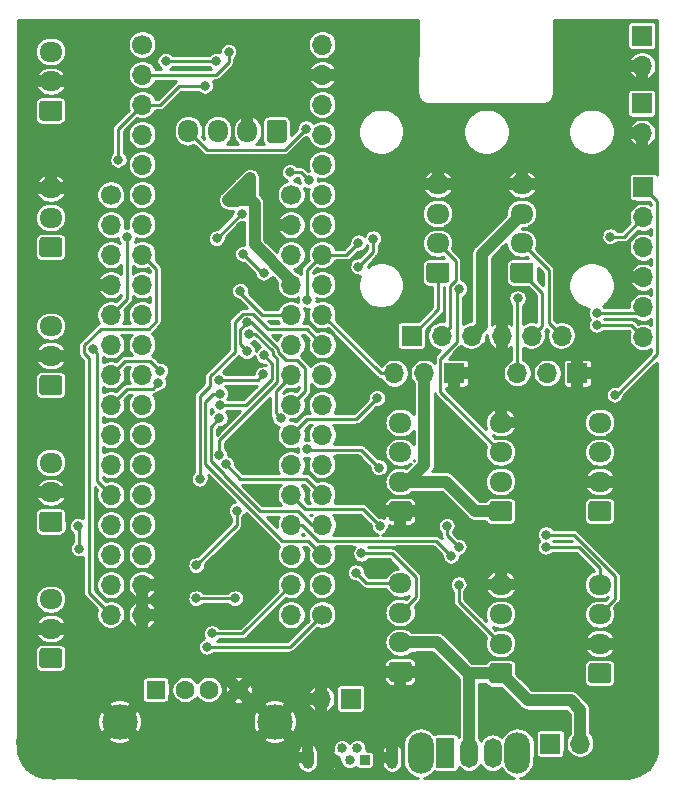
<source format=gbr>
G04 #@! TF.GenerationSoftware,KiCad,Pcbnew,5.1.10*
G04 #@! TF.CreationDate,2021-11-17T11:05:38+01:00*
G04 #@! TF.ProjectId,test_pcb,74657374-5f70-4636-922e-6b696361645f,rev?*
G04 #@! TF.SameCoordinates,Original*
G04 #@! TF.FileFunction,Copper,L2,Bot*
G04 #@! TF.FilePolarity,Positive*
%FSLAX46Y46*%
G04 Gerber Fmt 4.6, Leading zero omitted, Abs format (unit mm)*
G04 Created by KiCad (PCBNEW 5.1.10) date 2021-11-17 11:05:38*
%MOMM*%
%LPD*%
G01*
G04 APERTURE LIST*
G04 #@! TA.AperFunction,ComponentPad*
%ADD10O,1.000000X1.850000*%
G04 #@! TD*
G04 #@! TA.AperFunction,ComponentPad*
%ADD11C,0.840000*%
G04 #@! TD*
G04 #@! TA.AperFunction,ComponentPad*
%ADD12R,0.840000X0.840000*%
G04 #@! TD*
G04 #@! TA.AperFunction,ComponentPad*
%ADD13R,1.700000X1.700000*%
G04 #@! TD*
G04 #@! TA.AperFunction,ComponentPad*
%ADD14O,1.700000X1.700000*%
G04 #@! TD*
G04 #@! TA.AperFunction,ComponentPad*
%ADD15O,1.700000X1.950000*%
G04 #@! TD*
G04 #@! TA.AperFunction,ComponentPad*
%ADD16C,1.700000*%
G04 #@! TD*
G04 #@! TA.AperFunction,ComponentPad*
%ADD17O,1.950000X1.700000*%
G04 #@! TD*
G04 #@! TA.AperFunction,ComponentPad*
%ADD18O,2.200000X3.500000*%
G04 #@! TD*
G04 #@! TA.AperFunction,ComponentPad*
%ADD19O,1.500000X2.500000*%
G04 #@! TD*
G04 #@! TA.AperFunction,ComponentPad*
%ADD20R,1.500000X2.500000*%
G04 #@! TD*
G04 #@! TA.AperFunction,ComponentPad*
%ADD21C,6.400000*%
G04 #@! TD*
G04 #@! TA.AperFunction,ComponentPad*
%ADD22C,0.800000*%
G04 #@! TD*
G04 #@! TA.AperFunction,ComponentPad*
%ADD23C,1.600000*%
G04 #@! TD*
G04 #@! TA.AperFunction,ComponentPad*
%ADD24R,1.600000X1.500000*%
G04 #@! TD*
G04 #@! TA.AperFunction,ComponentPad*
%ADD25C,3.000000*%
G04 #@! TD*
G04 #@! TA.AperFunction,ViaPad*
%ADD26C,0.800000*%
G04 #@! TD*
G04 #@! TA.AperFunction,Conductor*
%ADD27C,1.000000*%
G04 #@! TD*
G04 #@! TA.AperFunction,Conductor*
%ADD28C,0.250000*%
G04 #@! TD*
G04 #@! TA.AperFunction,Conductor*
%ADD29C,0.508000*%
G04 #@! TD*
G04 #@! TA.AperFunction,Conductor*
%ADD30C,0.100000*%
G04 #@! TD*
G04 #@! TA.AperFunction,NonConductor*
%ADD31C,0.254000*%
G04 #@! TD*
G04 #@! TA.AperFunction,NonConductor*
%ADD32C,0.100000*%
G04 #@! TD*
G04 APERTURE END LIST*
D10*
G04 #@! TO.P,J13,6*
G04 #@! TO.N,GND*
X74944500Y-92871000D03*
X82094500Y-92871000D03*
D11*
G04 #@! TO.P,J13,5*
X77219500Y-93091000D03*
G04 #@! TO.P,J13,4*
G04 #@! TO.N,Net-(J13-Pad4)*
X77869500Y-92091000D03*
G04 #@! TO.P,J13,3*
G04 #@! TO.N,Net-(J13-Pad3)*
X78519500Y-93091000D03*
G04 #@! TO.P,J13,2*
G04 #@! TO.N,Net-(J13-Pad2)*
X79169500Y-92091000D03*
D12*
G04 #@! TO.P,J13,1*
G04 #@! TO.N,/VCC-IN*
X79819500Y-93091000D03*
G04 #@! TD*
D13*
G04 #@! TO.P,J8,1*
G04 #@! TO.N,b5*
X83761580Y-57150000D03*
D14*
G04 #@! TO.P,J8,2*
G04 #@! TO.N,a8*
X86301580Y-57150000D03*
G04 #@! TO.P,J8,3*
G04 #@! TO.N,5V*
X88841580Y-57150000D03*
G04 #@! TO.P,J8,4*
G04 #@! TO.N,GND*
X91381580Y-57150000D03*
G04 #@! TO.P,J8,5*
G04 #@! TO.N,b15*
X93921580Y-57150000D03*
G04 #@! TO.P,J8,6*
G04 #@! TO.N,b14*
X96461580Y-57150000D03*
G04 #@! TD*
D15*
G04 #@! TO.P,J1,4*
G04 #@! TO.N,a12*
X64839200Y-39827200D03*
G04 #@! TO.P,J1,3*
G04 #@! TO.N,a11*
X67339200Y-39827200D03*
G04 #@! TO.P,J1,2*
G04 #@! TO.N,GND*
X69839200Y-39827200D03*
G04 #@! TO.P,J1,1*
G04 #@! TO.N,5V*
G04 #@! TA.AperFunction,ComponentPad*
G36*
G01*
X73189200Y-39102200D02*
X73189200Y-40552200D01*
G75*
G02*
X72939200Y-40802200I-250000J0D01*
G01*
X71739200Y-40802200D01*
G75*
G02*
X71489200Y-40552200I0J250000D01*
G01*
X71489200Y-39102200D01*
G75*
G02*
X71739200Y-38852200I250000J0D01*
G01*
X72939200Y-38852200D01*
G75*
G02*
X73189200Y-39102200I0J-250000D01*
G01*
G37*
G04 #@! TD.AperFunction*
G04 #@! TD*
D14*
G04 #@! TO.P,J10,20*
G04 #@! TO.N,GND*
X60960000Y-80772000D03*
G04 #@! TO.P,J10,19*
X60960000Y-78232000D03*
G04 #@! TO.P,J10,18*
G04 #@! TO.N,3V3*
X60960000Y-75692000D03*
G04 #@! TO.P,J10,17*
G04 #@! TO.N,Net-(J10-Pad17)*
X60960000Y-73152000D03*
G04 #@! TO.P,J10,16*
G04 #@! TO.N,b11*
X60960000Y-70612000D03*
G04 #@! TO.P,J10,15*
G04 #@! TO.N,b10*
X60960000Y-68072000D03*
G04 #@! TO.P,J10,14*
G04 #@! TO.N,b1*
X60960000Y-65532000D03*
G04 #@! TO.P,J10,13*
G04 #@! TO.N,b0*
X60960000Y-62992000D03*
G04 #@! TO.P,J10,12*
G04 #@! TO.N,a7*
X60960000Y-60452000D03*
G04 #@! TO.P,J10,11*
G04 #@! TO.N,a6*
X60960000Y-57912000D03*
G04 #@! TO.P,J10,10*
G04 #@! TO.N,a5*
X60960000Y-55372000D03*
G04 #@! TO.P,J10,9*
G04 #@! TO.N,a4*
X60960000Y-52832000D03*
G04 #@! TO.P,J10,8*
G04 #@! TO.N,a3*
X60960000Y-50292000D03*
G04 #@! TO.P,J10,7*
G04 #@! TO.N,a2*
X60960000Y-47752000D03*
G04 #@! TO.P,J10,6*
G04 #@! TO.N,a1*
X60960000Y-45212000D03*
G04 #@! TO.P,J10,5*
G04 #@! TO.N,a0*
X60960000Y-42672000D03*
G04 #@! TO.P,J10,4*
G04 #@! TO.N,c15*
X60960000Y-40132000D03*
G04 #@! TO.P,J10,3*
G04 #@! TO.N,c14*
X60960000Y-37592000D03*
G04 #@! TO.P,J10,2*
G04 #@! TO.N,c13*
X60960000Y-35052000D03*
D16*
G04 #@! TO.P,J10,1*
G04 #@! TO.N,Net-(J10-Pad1)*
X60960000Y-32512000D03*
G04 #@! TD*
D14*
G04 #@! TO.P,J11,20*
G04 #@! TO.N,3V3*
X76200000Y-32512000D03*
G04 #@! TO.P,J11,19*
G04 #@! TO.N,GND*
X76200000Y-35052000D03*
G04 #@! TO.P,J11,18*
G04 #@! TO.N,5V*
X76200000Y-37592000D03*
G04 #@! TO.P,J11,17*
G04 #@! TO.N,Net-(J11-Pad17)*
X76200000Y-40132000D03*
G04 #@! TO.P,J11,16*
G04 #@! TO.N,Net-(J11-Pad16)*
X76200000Y-42672000D03*
G04 #@! TO.P,J11,15*
G04 #@! TO.N,b7*
X76200000Y-45212000D03*
G04 #@! TO.P,J11,14*
G04 #@! TO.N,b6*
X76200000Y-47752000D03*
G04 #@! TO.P,J11,13*
G04 #@! TO.N,b5*
X76200000Y-50292000D03*
G04 #@! TO.P,J11,12*
G04 #@! TO.N,b4*
X76200000Y-52832000D03*
G04 #@! TO.P,J11,11*
G04 #@! TO.N,b3*
X76200000Y-55372000D03*
G04 #@! TO.P,J11,10*
G04 #@! TO.N,a15*
X76200000Y-57912000D03*
G04 #@! TO.P,J11,9*
G04 #@! TO.N,a12*
X76200000Y-60452000D03*
G04 #@! TO.P,J11,8*
G04 #@! TO.N,a11*
X76200000Y-62992000D03*
G04 #@! TO.P,J11,7*
G04 #@! TO.N,a10*
X76200000Y-65532000D03*
G04 #@! TO.P,J11,6*
G04 #@! TO.N,a9*
X76200000Y-68072000D03*
G04 #@! TO.P,J11,5*
G04 #@! TO.N,a8*
X76200000Y-70612000D03*
G04 #@! TO.P,J11,4*
G04 #@! TO.N,b15*
X76200000Y-73152000D03*
G04 #@! TO.P,J11,3*
G04 #@! TO.N,b14*
X76200000Y-75692000D03*
G04 #@! TO.P,J11,2*
G04 #@! TO.N,b13*
X76200000Y-78232000D03*
D16*
G04 #@! TO.P,J11,1*
G04 #@! TO.N,b12*
X76200000Y-80772000D03*
G04 #@! TD*
D14*
G04 #@! TO.P,J3,2*
G04 #@! TO.N,GND*
X103251000Y-34290000D03*
D13*
G04 #@! TO.P,J3,1*
G04 #@! TO.N,c13*
X103251000Y-31750000D03*
G04 #@! TD*
G04 #@! TO.P,J24,1*
G04 #@! TO.N,b12*
G04 #@! TA.AperFunction,ComponentPad*
G36*
G01*
X53938000Y-85305000D02*
X52488000Y-85305000D01*
G75*
G02*
X52238000Y-85055000I0J250000D01*
G01*
X52238000Y-83855000D01*
G75*
G02*
X52488000Y-83605000I250000J0D01*
G01*
X53938000Y-83605000D01*
G75*
G02*
X54188000Y-83855000I0J-250000D01*
G01*
X54188000Y-85055000D01*
G75*
G02*
X53938000Y-85305000I-250000J0D01*
G01*
G37*
G04 #@! TD.AperFunction*
D17*
G04 #@! TO.P,J24,2*
G04 #@! TO.N,GND*
X53213000Y-81955000D03*
G04 #@! TO.P,J24,3*
G04 #@! TO.N,5V*
X53213000Y-79455000D03*
G04 #@! TD*
D14*
G04 #@! TO.P,J6,15*
G04 #@! TO.N,a3*
X58293000Y-80772000D03*
G04 #@! TO.P,J6,14*
G04 #@! TO.N,a5*
X58293000Y-78232000D03*
G04 #@! TO.P,J6,13*
G04 #@! TO.N,a6*
X58293000Y-75692000D03*
G04 #@! TO.P,J6,12*
G04 #@! TO.N,a15*
X58293000Y-73152000D03*
G04 #@! TO.P,J6,11*
G04 #@! TO.N,c14*
X58293000Y-70612000D03*
G04 #@! TO.P,J6,10*
G04 #@! TO.N,b5*
X58293000Y-68072000D03*
G04 #@! TO.P,J6,9*
G04 #@! TO.N,a8*
X58293000Y-65532000D03*
G04 #@! TO.P,J6,8*
G04 #@! TO.N,b15*
X58293000Y-62992000D03*
G04 #@! TO.P,J6,7*
G04 #@! TO.N,b14*
X58293000Y-60452000D03*
G04 #@! TO.P,J6,6*
G04 #@! TO.N,b12*
X58293000Y-57912000D03*
G04 #@! TO.P,J6,5*
G04 #@! TO.N,b4*
X58293000Y-55372000D03*
G04 #@! TO.P,J6,4*
G04 #@! TO.N,GND*
X58293000Y-52832000D03*
G04 #@! TO.P,J6,3*
G04 #@! TO.N,Net-(J6-Pad3)*
X58293000Y-50292000D03*
G04 #@! TO.P,J6,2*
G04 #@! TO.N,Net-(J6-Pad2)*
X58293000Y-47752000D03*
D16*
G04 #@! TO.P,J6,1*
G04 #@! TO.N,Net-(J6-Pad1)*
X58293000Y-45212000D03*
G04 #@! TD*
D14*
G04 #@! TO.P,J28,15*
G04 #@! TO.N,Net-(J28-Pad15)*
X73561000Y-80772000D03*
G04 #@! TO.P,J28,14*
G04 #@! TO.N,3V3*
X73561000Y-78232000D03*
G04 #@! TO.P,J28,13*
G04 #@! TO.N,Net-(J28-Pad13)*
X73561000Y-75692000D03*
G04 #@! TO.P,J28,12*
G04 #@! TO.N,a1*
X73561000Y-73152000D03*
G04 #@! TO.P,J28,11*
G04 #@! TO.N,a0*
X73561000Y-70612000D03*
G04 #@! TO.P,J28,10*
G04 #@! TO.N,Net-(J28-Pad10)*
X73561000Y-68072000D03*
G04 #@! TO.P,J28,9*
G04 #@! TO.N,b3*
X73561000Y-65532000D03*
G04 #@! TO.P,J28,8*
G04 #@! TO.N,b7*
X73561000Y-62992000D03*
G04 #@! TO.P,J28,7*
G04 #@! TO.N,b6*
X73561000Y-60452000D03*
G04 #@! TO.P,J28,6*
G04 #@! TO.N,a2*
X73561000Y-57912000D03*
G04 #@! TO.P,J28,5*
G04 #@! TO.N,c15*
X73561000Y-55372000D03*
G04 #@! TO.P,J28,4*
G04 #@! TO.N,5V*
X73561000Y-52832000D03*
G04 #@! TO.P,J28,3*
G04 #@! TO.N,Net-(J28-Pad3)*
X73561000Y-50292000D03*
G04 #@! TO.P,J28,2*
G04 #@! TO.N,GND*
X73561000Y-47752000D03*
D16*
G04 #@! TO.P,J28,1*
G04 #@! TO.N,Net-(J28-Pad1)*
X73561000Y-45212000D03*
G04 #@! TD*
D13*
G04 #@! TO.P,J27,1*
G04 #@! TO.N,GND*
X87376000Y-60325000D03*
D14*
G04 #@! TO.P,J27,2*
G04 #@! TO.N,5V*
X84836000Y-60325000D03*
G04 #@! TO.P,J27,3*
G04 #@! TO.N,b3*
X82296000Y-60325000D03*
G04 #@! TD*
D17*
G04 #@! TO.P,J26,4*
G04 #@! TO.N,GND*
X93091000Y-44316000D03*
G04 #@! TO.P,J26,3*
G04 #@! TO.N,5V*
X93091000Y-46816000D03*
G04 #@! TO.P,J26,2*
G04 #@! TO.N,b14*
X93091000Y-49316000D03*
G04 #@! TO.P,J26,1*
G04 #@! TO.N,b15*
G04 #@! TA.AperFunction,ComponentPad*
G36*
G01*
X93816000Y-52666000D02*
X92366000Y-52666000D01*
G75*
G02*
X92116000Y-52416000I0J250000D01*
G01*
X92116000Y-51216000D01*
G75*
G02*
X92366000Y-50966000I250000J0D01*
G01*
X93816000Y-50966000D01*
G75*
G02*
X94066000Y-51216000I0J-250000D01*
G01*
X94066000Y-52416000D01*
G75*
G02*
X93816000Y-52666000I-250000J0D01*
G01*
G37*
G04 #@! TD.AperFunction*
G04 #@! TD*
G04 #@! TO.P,J25,4*
G04 #@! TO.N,GND*
X85979000Y-44316000D03*
G04 #@! TO.P,J25,3*
G04 #@! TO.N,5V*
X85979000Y-46816000D03*
G04 #@! TO.P,J25,2*
G04 #@! TO.N,a8*
X85979000Y-49316000D03*
G04 #@! TO.P,J25,1*
G04 #@! TO.N,b5*
G04 #@! TA.AperFunction,ComponentPad*
G36*
G01*
X86704100Y-52666000D02*
X85253900Y-52666000D01*
G75*
G02*
X85004000Y-52416100I0J249900D01*
G01*
X85004000Y-51215900D01*
G75*
G02*
X85253900Y-50966000I249900J0D01*
G01*
X86704100Y-50966000D01*
G75*
G02*
X86954000Y-51215900I0J-249900D01*
G01*
X86954000Y-52416100D01*
G75*
G02*
X86704100Y-52666000I-249900J0D01*
G01*
G37*
G04 #@! TD.AperFunction*
G04 #@! TD*
D18*
G04 #@! TO.P,SW1,*
G04 #@! TO.N,*
X92714000Y-92456000D03*
X84514000Y-92456000D03*
D19*
G04 #@! TO.P,SW1,3*
G04 #@! TO.N,N/C*
X90614000Y-92456000D03*
G04 #@! TO.P,SW1,2*
G04 #@! TO.N,5V*
X88614000Y-92456000D03*
D20*
G04 #@! TO.P,SW1,1*
G04 #@! TO.N,/VCC-IN*
X86614000Y-92456000D03*
G04 #@! TD*
D14*
G04 #@! TO.P,J5,2*
G04 #@! TO.N,GND*
X76073000Y-87884000D03*
D13*
G04 #@! TO.P,J5,1*
G04 #@! TO.N,5V*
X78613000Y-87884000D03*
G04 #@! TD*
D14*
G04 #@! TO.P,J4,2*
G04 #@! TO.N,GND*
X103251000Y-40005000D03*
D13*
G04 #@! TO.P,J4,1*
G04 #@! TO.N,3V3*
X103251000Y-37465000D03*
G04 #@! TD*
D14*
G04 #@! TO.P,J2,2*
G04 #@! TO.N,5V*
X98044000Y-91694000D03*
D13*
G04 #@! TO.P,J2,1*
G04 #@! TO.N,/VCC-IN*
X95504000Y-91694000D03*
G04 #@! TD*
G04 #@! TO.P,J7,1*
G04 #@! TO.N,GND*
X97790000Y-60325000D03*
D14*
G04 #@! TO.P,J7,2*
G04 #@! TO.N,5V*
X95250000Y-60325000D03*
G04 #@! TO.P,J7,3*
G04 #@! TO.N,a3*
X92710000Y-60325000D03*
G04 #@! TD*
G04 #@! TO.P,J20,1*
G04 #@! TO.N,b0*
G04 #@! TA.AperFunction,ComponentPad*
G36*
G01*
X53938100Y-62191000D02*
X52487900Y-62191000D01*
G75*
G02*
X52238000Y-61941100I0J249900D01*
G01*
X52238000Y-60740900D01*
G75*
G02*
X52487900Y-60491000I249900J0D01*
G01*
X53938100Y-60491000D01*
G75*
G02*
X54188000Y-60740900I0J-249900D01*
G01*
X54188000Y-61941100D01*
G75*
G02*
X53938100Y-62191000I-249900J0D01*
G01*
G37*
G04 #@! TD.AperFunction*
D17*
G04 #@! TO.P,J20,2*
G04 #@! TO.N,GND*
X53213000Y-58841000D03*
G04 #@! TO.P,J20,3*
G04 #@! TO.N,5V*
X53213000Y-56341000D03*
G04 #@! TD*
D13*
G04 #@! TO.P,J9,1*
G04 #@! TO.N,a7*
X103378000Y-44577000D03*
D14*
G04 #@! TO.P,J9,2*
G04 #@! TO.N,a10*
X103378000Y-47117000D03*
G04 #@! TO.P,J9,3*
G04 #@! TO.N,5V*
X103378000Y-49657000D03*
G04 #@! TO.P,J9,4*
G04 #@! TO.N,GND*
X103378000Y-52197000D03*
G04 #@! TO.P,J9,5*
G04 #@! TO.N,a9*
X103378000Y-54737000D03*
G04 #@! TO.P,J9,6*
G04 #@! TO.N,b13*
X103378000Y-57277000D03*
G04 #@! TD*
G04 #@! TO.P,J19,1*
G04 #@! TO.N,GND*
G04 #@! TA.AperFunction,ComponentPad*
G36*
G01*
X83529000Y-86448000D02*
X82079000Y-86448000D01*
G75*
G02*
X81829000Y-86198000I0J250000D01*
G01*
X81829000Y-84998000D01*
G75*
G02*
X82079000Y-84748000I250000J0D01*
G01*
X83529000Y-84748000D01*
G75*
G02*
X83779000Y-84998000I0J-250000D01*
G01*
X83779000Y-86198000D01*
G75*
G02*
X83529000Y-86448000I-250000J0D01*
G01*
G37*
G04 #@! TD.AperFunction*
D17*
G04 #@! TO.P,J19,2*
G04 #@! TO.N,5V*
X82804000Y-83098000D03*
G04 #@! TO.P,J19,3*
G04 #@! TO.N,b6*
X82804000Y-80598000D03*
G04 #@! TO.P,J19,4*
G04 #@! TO.N,b7*
X82804000Y-78098000D03*
G04 #@! TD*
D21*
G04 #@! TO.P,H3,1*
G04 #@! TO.N,GND*
X53467000Y-91567000D03*
D22*
X55867000Y-91567000D03*
X55164056Y-93264056D03*
X53467000Y-93967000D03*
X51769944Y-93264056D03*
X51067000Y-91567000D03*
X51769944Y-89869944D03*
X53467000Y-89167000D03*
X55164056Y-89869944D03*
G04 #@! TD*
D17*
G04 #@! TO.P,J23,3*
G04 #@! TO.N,5V*
X53213000Y-33100000D03*
G04 #@! TO.P,J23,2*
G04 #@! TO.N,GND*
X53213000Y-35600000D03*
G04 #@! TO.P,J23,1*
G04 #@! TO.N,b4*
G04 #@! TA.AperFunction,ComponentPad*
G36*
G01*
X53938000Y-38950000D02*
X52488000Y-38950000D01*
G75*
G02*
X52238000Y-38700000I0J250000D01*
G01*
X52238000Y-37500000D01*
G75*
G02*
X52488000Y-37250000I250000J0D01*
G01*
X53938000Y-37250000D01*
G75*
G02*
X54188000Y-37500000I0J-250000D01*
G01*
X54188000Y-38700000D01*
G75*
G02*
X53938000Y-38950000I-250000J0D01*
G01*
G37*
G04 #@! TD.AperFunction*
G04 #@! TD*
D23*
G04 #@! TO.P,J12,4*
G04 #@! TO.N,GND*
X69103000Y-87122000D03*
G04 #@! TO.P,J12,3*
G04 #@! TO.N,Net-(J12-Pad3)*
X66603000Y-87122000D03*
G04 #@! TO.P,J12,2*
G04 #@! TO.N,Net-(J12-Pad2)*
X64603000Y-87122000D03*
D24*
G04 #@! TO.P,J12,1*
G04 #@! TO.N,5V*
X62103000Y-87122000D03*
D25*
G04 #@! TO.P,J12,5*
G04 #@! TO.N,GND*
X72173000Y-89832000D03*
X59033000Y-89832000D03*
G04 #@! TD*
G04 #@! TO.P,J18,1*
G04 #@! TO.N,GND*
G04 #@! TA.AperFunction,ComponentPad*
G36*
G01*
X83529000Y-72859000D02*
X82079000Y-72859000D01*
G75*
G02*
X81829000Y-72609000I0J250000D01*
G01*
X81829000Y-71409000D01*
G75*
G02*
X82079000Y-71159000I250000J0D01*
G01*
X83529000Y-71159000D01*
G75*
G02*
X83779000Y-71409000I0J-250000D01*
G01*
X83779000Y-72609000D01*
G75*
G02*
X83529000Y-72859000I-250000J0D01*
G01*
G37*
G04 #@! TD.AperFunction*
D17*
G04 #@! TO.P,J18,2*
G04 #@! TO.N,5V*
X82804000Y-69509000D03*
G04 #@! TO.P,J18,3*
G04 #@! TO.N,b10*
X82804000Y-67009000D03*
G04 #@! TO.P,J18,4*
G04 #@! TO.N,b11*
X82804000Y-64509000D03*
G04 #@! TD*
G04 #@! TO.P,J14,1*
G04 #@! TO.N,5V*
G04 #@! TA.AperFunction,ComponentPad*
G36*
G01*
X92038000Y-72859000D02*
X90588000Y-72859000D01*
G75*
G02*
X90338000Y-72609000I0J250000D01*
G01*
X90338000Y-71409000D01*
G75*
G02*
X90588000Y-71159000I250000J0D01*
G01*
X92038000Y-71159000D01*
G75*
G02*
X92288000Y-71409000I0J-250000D01*
G01*
X92288000Y-72609000D01*
G75*
G02*
X92038000Y-72859000I-250000J0D01*
G01*
G37*
G04 #@! TD.AperFunction*
G04 #@! TO.P,J14,2*
G04 #@! TO.N,a15*
X91313000Y-69509000D03*
G04 #@! TO.P,J14,3*
G04 #@! TO.N,c14*
X91313000Y-67009000D03*
G04 #@! TO.P,J14,4*
G04 #@! TO.N,GND*
X91313000Y-64509000D03*
G04 #@! TD*
G04 #@! TO.P,J21,3*
G04 #@! TO.N,5V*
X53213000Y-67898000D03*
G04 #@! TO.P,J21,2*
G04 #@! TO.N,GND*
X53213000Y-70398000D03*
G04 #@! TO.P,J21,1*
G04 #@! TO.N,b1*
G04 #@! TA.AperFunction,ComponentPad*
G36*
G01*
X53938100Y-73748000D02*
X52487900Y-73748000D01*
G75*
G02*
X52238000Y-73498100I0J249900D01*
G01*
X52238000Y-72297900D01*
G75*
G02*
X52487900Y-72048000I249900J0D01*
G01*
X53938100Y-72048000D01*
G75*
G02*
X54188000Y-72297900I0J-249900D01*
G01*
X54188000Y-73498100D01*
G75*
G02*
X53938100Y-73748000I-249900J0D01*
G01*
G37*
G04 #@! TD.AperFunction*
G04 #@! TD*
G04 #@! TO.P,J17,1*
G04 #@! TO.N,3V3*
G04 #@! TA.AperFunction,ComponentPad*
G36*
G01*
X100420000Y-72859000D02*
X98970000Y-72859000D01*
G75*
G02*
X98720000Y-72609000I0J250000D01*
G01*
X98720000Y-71409000D01*
G75*
G02*
X98970000Y-71159000I250000J0D01*
G01*
X100420000Y-71159000D01*
G75*
G02*
X100670000Y-71409000I0J-250000D01*
G01*
X100670000Y-72609000D01*
G75*
G02*
X100420000Y-72859000I-250000J0D01*
G01*
G37*
G04 #@! TD.AperFunction*
G04 #@! TO.P,J17,2*
G04 #@! TO.N,GND*
X99695000Y-69509000D03*
G04 #@! TO.P,J17,3*
G04 #@! TO.N,a2*
X99695000Y-67009000D03*
G04 #@! TO.P,J17,4*
G04 #@! TO.N,a1*
X99695000Y-64509000D03*
G04 #@! TD*
G04 #@! TO.P,J15,1*
G04 #@! TO.N,5V*
G04 #@! TA.AperFunction,ComponentPad*
G36*
G01*
X92038000Y-86575000D02*
X90588000Y-86575000D01*
G75*
G02*
X90338000Y-86325000I0J250000D01*
G01*
X90338000Y-85125000D01*
G75*
G02*
X90588000Y-84875000I250000J0D01*
G01*
X92038000Y-84875000D01*
G75*
G02*
X92288000Y-85125000I0J-250000D01*
G01*
X92288000Y-86325000D01*
G75*
G02*
X92038000Y-86575000I-250000J0D01*
G01*
G37*
G04 #@! TD.AperFunction*
G04 #@! TO.P,J15,2*
G04 #@! TO.N,a5*
X91313000Y-83225000D03*
G04 #@! TO.P,J15,3*
G04 #@! TO.N,a6*
X91313000Y-80725000D03*
G04 #@! TO.P,J15,4*
G04 #@! TO.N,GND*
X91313000Y-78225000D03*
G04 #@! TD*
G04 #@! TO.P,J16,1*
G04 #@! TO.N,3V3*
G04 #@! TA.AperFunction,ComponentPad*
G36*
G01*
X100420000Y-86575000D02*
X98970000Y-86575000D01*
G75*
G02*
X98720000Y-86325000I0J250000D01*
G01*
X98720000Y-85125000D01*
G75*
G02*
X98970000Y-84875000I250000J0D01*
G01*
X100420000Y-84875000D01*
G75*
G02*
X100670000Y-85125000I0J-250000D01*
G01*
X100670000Y-86325000D01*
G75*
G02*
X100420000Y-86575000I-250000J0D01*
G01*
G37*
G04 #@! TD.AperFunction*
G04 #@! TO.P,J16,2*
G04 #@! TO.N,GND*
X99695000Y-83225000D03*
G04 #@! TO.P,J16,3*
G04 #@! TO.N,c15*
X99695000Y-80725000D03*
G04 #@! TO.P,J16,4*
G04 #@! TO.N,a0*
X99695000Y-78225000D03*
G04 #@! TD*
G04 #@! TO.P,J22,3*
G04 #@! TO.N,GND*
X53213000Y-44657000D03*
G04 #@! TO.P,J22,2*
G04 #@! TO.N,3V3*
X53213000Y-47157000D03*
G04 #@! TO.P,J22,1*
G04 #@! TO.N,a4*
G04 #@! TA.AperFunction,ComponentPad*
G36*
G01*
X53938000Y-50507000D02*
X52488000Y-50507000D01*
G75*
G02*
X52238000Y-50257000I0J250000D01*
G01*
X52238000Y-49057000D01*
G75*
G02*
X52488000Y-48807000I250000J0D01*
G01*
X53938000Y-48807000D01*
G75*
G02*
X54188000Y-49057000I0J-250000D01*
G01*
X54188000Y-50257000D01*
G75*
G02*
X53938000Y-50507000I-250000J0D01*
G01*
G37*
G04 #@! TD.AperFunction*
G04 #@! TD*
D26*
G04 #@! TO.N,3V3*
X66839000Y-82365010D03*
X67215003Y-33876999D03*
X62934599Y-33876999D03*
G04 #@! TO.N,5V*
X68834000Y-45085000D03*
X68224144Y-45678800D03*
X69469000Y-44450000D03*
X70104006Y-43815000D03*
G04 #@! TO.N,a12*
X79248000Y-51308000D03*
X80518000Y-48932000D03*
X74803000Y-39624000D03*
G04 #@! TO.N,c13*
X68275200Y-33121600D03*
G04 #@! TO.N,a7*
X71193558Y-60433278D03*
X67415140Y-60903421D03*
X100962948Y-62158979D03*
G04 #@! TO.N,b5*
X79253358Y-49270642D03*
X74930000Y-54102000D03*
X67461832Y-67228342D03*
X69977000Y-57006670D03*
G04 #@! TO.N,a8*
X68031492Y-68050237D03*
G04 #@! TO.N,b15*
X67487802Y-64134998D03*
X62307887Y-61144843D03*
G04 #@! TO.N,b14*
X67524781Y-62059974D03*
X62488816Y-60161335D03*
G04 #@! TO.N,a3*
X75027491Y-43965530D03*
X69359590Y-46808554D03*
X73456799Y-43311989D03*
X67259941Y-48920400D03*
X92728209Y-53993211D03*
G04 #@! TO.N,a10*
X100584000Y-48768000D03*
G04 #@! TO.N,a9*
X99441000Y-55245000D03*
G04 #@! TO.N,b13*
X99441000Y-56261000D03*
G04 #@! TO.N,a6*
X68960923Y-71963965D03*
X65532000Y-76606400D03*
G04 #@! TO.N,a5*
X87757000Y-78232000D03*
X68832856Y-79403311D03*
X65532000Y-79400400D03*
G04 #@! TO.N,a2*
X67515893Y-63059946D03*
X71257002Y-58828496D03*
G04 #@! TO.N,a1*
X87122000Y-75819000D03*
G04 #@! TO.N,a0*
X95123000Y-75057000D03*
X86741000Y-73272663D03*
X87762186Y-75050777D03*
X81076800Y-73253602D03*
G04 #@! TO.N,c15*
X95141406Y-73997663D03*
X69252034Y-53364496D03*
G04 #@! TO.N,c14*
X56769000Y-58293000D03*
X87788427Y-53170141D03*
X66294000Y-36017200D03*
X58928000Y-42265600D03*
G04 #@! TO.N,b7*
X79026021Y-77216000D03*
X69787028Y-58456690D03*
X69850000Y-56007000D03*
G04 #@! TO.N,b6*
X79501720Y-75584380D03*
X72660988Y-64135000D03*
G04 #@! TO.N,b4*
X69498065Y-50223224D03*
X71255887Y-51836545D03*
X59654033Y-48833633D03*
G04 #@! TO.N,b3*
X80815033Y-62413110D03*
G04 #@! TO.N,a15*
X80989000Y-68326000D03*
X74879200Y-66751200D03*
X65836800Y-69291200D03*
G04 #@! TO.N,b12*
X55597899Y-75183677D03*
X55494347Y-73283647D03*
X66446400Y-83515200D03*
G04 #@! TD*
D27*
G04 #@! TO.N,GND*
X53171480Y-35600000D02*
X53340000Y-35600000D01*
X99935001Y-69749001D02*
X99695000Y-69509000D01*
D28*
G04 #@! TO.N,3V3*
X73561000Y-78232000D02*
X69427990Y-82365010D01*
X69427990Y-82365010D02*
X66839000Y-82365010D01*
X62934599Y-33876999D02*
X67215003Y-33876999D01*
D27*
G04 #@! TO.N,5V*
X88519000Y-85725000D02*
X85892000Y-83098000D01*
X91313000Y-85725000D02*
X88519000Y-85725000D01*
X88614000Y-85820000D02*
X88519000Y-85725000D01*
X88614000Y-92456000D02*
X88614000Y-85820000D01*
X85892000Y-83098000D02*
X82804000Y-83098000D01*
X84836000Y-68072000D02*
X84836000Y-60325000D01*
X83399000Y-69509000D02*
X84836000Y-68072000D01*
X82804000Y-69509000D02*
X83399000Y-69509000D01*
X82804000Y-69509000D02*
X86654000Y-69509000D01*
X89154000Y-72009000D02*
X91313000Y-72009000D01*
X86654000Y-69509000D02*
X89154000Y-72009000D01*
X98044000Y-88840919D02*
X98044000Y-90043000D01*
X98044000Y-88840919D02*
X97214081Y-88011000D01*
X93599000Y-88011000D02*
X91313000Y-85725000D01*
X97214081Y-88011000D02*
X93599000Y-88011000D01*
X70104000Y-43815000D02*
X70104000Y-43815000D01*
X93091000Y-46816000D02*
X89691579Y-50215421D01*
X89691579Y-50215421D02*
X89691579Y-56300001D01*
X89691579Y-56300001D02*
X88841580Y-57150000D01*
X68993020Y-45687980D02*
X68961000Y-45720000D01*
X68265344Y-45720000D02*
X68224144Y-45678800D01*
X69944980Y-45687980D02*
X68993020Y-45687980D01*
X68961000Y-45720000D02*
X68265344Y-45720000D01*
X70104006Y-45528954D02*
X69944980Y-45687980D01*
X68240206Y-45678800D02*
X68224144Y-45678800D01*
X70104006Y-43815000D02*
X70104006Y-45528954D01*
X69469000Y-44450000D02*
X69469000Y-45212000D01*
X70459600Y-49425996D02*
X73561000Y-52527396D01*
X69469000Y-45212000D02*
X68961000Y-45720000D01*
X73561000Y-52527396D02*
X73561000Y-52832000D01*
X69944980Y-45687980D02*
X70119541Y-45687980D01*
X70119541Y-45687980D02*
X70459600Y-46028039D01*
X70459600Y-46028039D02*
X70459600Y-49425996D01*
X70104006Y-43815000D02*
X68240206Y-45678800D01*
X98044000Y-90043000D02*
X98044000Y-91694000D01*
D28*
G04 #@! TO.N,a12*
X80518000Y-50038000D02*
X80518000Y-48932000D01*
X79248000Y-51308000D02*
X80518000Y-50038000D01*
X66464800Y-41427400D02*
X64864600Y-39827200D01*
X72999600Y-41427400D02*
X66464800Y-41427400D01*
X74803000Y-39624000D02*
X72999600Y-41427400D01*
G04 #@! TO.N,c13*
X68275200Y-33991402D02*
X68275200Y-33121600D01*
X67214602Y-35052000D02*
X68275200Y-33991402D01*
X60960000Y-35052000D02*
X67214602Y-35052000D01*
G04 #@! TO.N,a7*
X67415140Y-60903421D02*
X70723415Y-60903421D01*
X70723415Y-60903421D02*
X71193558Y-60433278D01*
X101119021Y-62158979D02*
X100962948Y-62158979D01*
X104553001Y-58724999D02*
X101119021Y-62158979D01*
X104553001Y-45752001D02*
X104553001Y-58724999D01*
X103378000Y-44577000D02*
X104553001Y-45752001D01*
G04 #@! TO.N,b5*
X78232000Y-50292000D02*
X79253358Y-49270642D01*
X76200000Y-50292000D02*
X78232000Y-50292000D01*
X83312000Y-56515000D02*
X83058000Y-56515000D01*
X85979000Y-54932580D02*
X85979000Y-51816000D01*
X83761580Y-57150000D02*
X85979000Y-54932580D01*
X74930000Y-51562000D02*
X74930000Y-54102000D01*
X76200000Y-50292000D02*
X74930000Y-51562000D01*
X70508180Y-57006670D02*
X69977000Y-57006670D01*
X71982004Y-58480494D02*
X70508180Y-57006670D01*
X72385999Y-59112411D02*
X71982004Y-58708416D01*
X72385999Y-61091001D02*
X72385999Y-59112411D01*
X71982004Y-58708416D02*
X71982004Y-58480494D01*
X67461832Y-66015168D02*
X72385999Y-61091001D01*
X67461832Y-67228342D02*
X67461832Y-66015168D01*
G04 #@! TO.N,a8*
X87503000Y-50840000D02*
X85979000Y-49316000D01*
X86301580Y-57150000D02*
X87016578Y-56435002D01*
X87016578Y-56435002D02*
X87016578Y-52916670D01*
X87016578Y-52916670D02*
X87503000Y-52430248D01*
X87503000Y-52430248D02*
X87503000Y-50840000D01*
X76200000Y-70612000D02*
X74835001Y-69247001D01*
X69228256Y-69247001D02*
X68031492Y-68050237D01*
X74835001Y-69247001D02*
X69228256Y-69247001D01*
G04 #@! TO.N,b15*
X59657999Y-61627001D02*
X61825729Y-61627001D01*
X61825729Y-61627001D02*
X62307887Y-61144843D01*
X58293000Y-62992000D02*
X59657999Y-61627001D01*
X67829022Y-68913251D02*
X67829022Y-68893000D01*
X66736822Y-64885978D02*
X67487802Y-64134998D01*
X66736822Y-67800801D02*
X66736822Y-64885978D01*
X70892770Y-71976999D02*
X67829022Y-68913251D01*
X75300002Y-73152000D02*
X74125001Y-71976999D01*
X74125001Y-71976999D02*
X70892770Y-71976999D01*
X76200000Y-73152000D02*
X75300002Y-73152000D01*
X67829022Y-68893000D02*
X66736822Y-67800801D01*
X94771579Y-53496579D02*
X94771579Y-56300001D01*
X94771579Y-56300001D02*
X93921580Y-57150000D01*
X93091000Y-51816000D02*
X94771579Y-53496579D01*
G04 #@! TO.N,b14*
X61604480Y-59276999D02*
X62488816Y-60161335D01*
X59468001Y-59276999D02*
X61604480Y-59276999D01*
X58293000Y-60452000D02*
X59468001Y-59276999D01*
X67379011Y-69079400D02*
X66286811Y-67987201D01*
X72796359Y-74516999D02*
X67379011Y-69099651D01*
X66286811Y-62732259D02*
X66959096Y-62059974D01*
X66959096Y-62059974D02*
X67524781Y-62059974D01*
X66286811Y-67987201D02*
X66286811Y-62732259D01*
X67379011Y-69099651D02*
X67379011Y-69079400D01*
X75024999Y-74516999D02*
X72796359Y-74516999D01*
X76200000Y-75692000D02*
X75024999Y-74516999D01*
X93091000Y-49316000D02*
X95377000Y-51602000D01*
X95377000Y-56065420D02*
X96461580Y-57150000D01*
X95377000Y-51602000D02*
X95377000Y-56065420D01*
G04 #@! TO.N,a3*
X62135001Y-51467001D02*
X60960000Y-50292000D01*
X62135001Y-55936001D02*
X62135001Y-51467001D01*
X56043999Y-57944999D02*
X57441997Y-56547001D01*
X56043999Y-58641001D02*
X56043999Y-57944999D01*
X56420999Y-59018001D02*
X56043999Y-58641001D01*
X61524001Y-56547001D02*
X62135001Y-55936001D01*
X56420999Y-78899999D02*
X56420999Y-59018001D01*
X57441997Y-56547001D02*
X61524001Y-56547001D01*
X58293000Y-80772000D02*
X56420999Y-78899999D01*
X75027491Y-43965530D02*
X74373950Y-43311989D01*
X74373950Y-43311989D02*
X73456799Y-43311989D01*
X67259941Y-48908203D02*
X67259941Y-48920400D01*
X69359590Y-46808554D02*
X67259941Y-48908203D01*
X92710000Y-60325000D02*
X92710000Y-54011420D01*
X92710000Y-54011420D02*
X92728209Y-53993211D01*
G04 #@! TO.N,a10*
X101727000Y-48768000D02*
X100584000Y-48768000D01*
X103378000Y-47117000D02*
X101727000Y-48768000D01*
G04 #@! TO.N,a9*
X102870000Y-55245000D02*
X103378000Y-54737000D01*
X99441000Y-55245000D02*
X102870000Y-55245000D01*
G04 #@! TO.N,b13*
X75946000Y-78486000D02*
X76200000Y-78232000D01*
X102362000Y-56261000D02*
X103378000Y-57277000D01*
X99441000Y-56261000D02*
X102362000Y-56261000D01*
G04 #@! TO.N,b0*
X53680660Y-61808660D02*
X53213000Y-61341000D01*
G04 #@! TO.N,a6*
X68960923Y-73177477D02*
X65532000Y-76606400D01*
X68960923Y-71963965D02*
X68960923Y-73177477D01*
G04 #@! TO.N,a5*
X87757000Y-79669000D02*
X91313000Y-83225000D01*
X87757000Y-78232000D02*
X87757000Y-79669000D01*
X65534911Y-79403311D02*
X65532000Y-79400400D01*
X68832856Y-79403311D02*
X65534911Y-79403311D01*
G04 #@! TO.N,a2*
X71935988Y-59507482D02*
X71257002Y-58828496D01*
X67515893Y-63059946D02*
X69700562Y-63059946D01*
X69700562Y-63059946D02*
X71935988Y-60824520D01*
X71935988Y-60824520D02*
X71935988Y-59507482D01*
G04 #@! TO.N,a1*
X85819999Y-74516999D02*
X87122000Y-75819000D01*
X75825997Y-74516999D02*
X85819999Y-74516999D01*
X74460998Y-73152000D02*
X75825997Y-74516999D01*
X73561000Y-73152000D02*
X74460998Y-73152000D01*
G04 #@! TO.N,a0*
X97917000Y-75057000D02*
X95123000Y-75057000D01*
X99695000Y-76835000D02*
X97917000Y-75057000D01*
X99695000Y-78225000D02*
X99695000Y-76835000D01*
X86741000Y-74029591D02*
X87762186Y-75050777D01*
X86741000Y-73272663D02*
X86741000Y-74029591D01*
X79610199Y-71787001D02*
X81076800Y-73253602D01*
X73561000Y-70612000D02*
X74736001Y-71787001D01*
X74736001Y-71787001D02*
X79610199Y-71787001D01*
G04 #@! TO.N,c15*
X100457000Y-80685000D02*
X100497000Y-80685000D01*
X99695000Y-80725000D02*
X100995010Y-79424990D01*
X97494074Y-73997663D02*
X95141406Y-73997663D01*
X100995010Y-79424990D02*
X100995010Y-77498599D01*
X100995010Y-77498599D02*
X97494074Y-73997663D01*
X71110551Y-55372000D02*
X69252034Y-53513483D01*
X69252034Y-53513483D02*
X69252034Y-53364496D01*
X73561000Y-55372000D02*
X71110551Y-55372000D01*
G04 #@! TO.N,c14*
X57117999Y-58641999D02*
X56769000Y-58293000D01*
X57117999Y-69436999D02*
X57117999Y-58641999D01*
X58293000Y-70612000D02*
X57117999Y-69436999D01*
X64059798Y-36017200D02*
X62484998Y-37592000D01*
X62484998Y-37592000D02*
X60960000Y-37592000D01*
X66294000Y-36017200D02*
X64059798Y-36017200D01*
X58928000Y-39624000D02*
X58928000Y-41148000D01*
X60960000Y-37592000D02*
X58928000Y-39624000D01*
X58928000Y-41148000D02*
X58928000Y-42265600D01*
X58928000Y-40771999D02*
X58928000Y-41148000D01*
X87630000Y-57658000D02*
X87630000Y-53328568D01*
X87630000Y-53328568D02*
X87788427Y-53170141D01*
X86200999Y-61896999D02*
X91313000Y-67009000D01*
X86200999Y-59087001D02*
X86200999Y-61896999D01*
X87630000Y-57658000D02*
X86200999Y-59087001D01*
G04 #@! TO.N,b7*
X82804000Y-78098000D02*
X79908021Y-78098000D01*
X79908021Y-78098000D02*
X79026021Y-77216000D01*
X70144921Y-56007000D02*
X69850000Y-56007000D01*
X69850000Y-56007000D02*
X69210082Y-56646918D01*
X69210082Y-56646918D02*
X69210082Y-57879744D01*
X69210082Y-57879744D02*
X69787028Y-58456690D01*
X72432015Y-58522017D02*
X72432015Y-58294094D01*
X72432015Y-58294094D02*
X70144921Y-56007000D01*
X74736001Y-61816999D02*
X73561000Y-62992000D01*
X74736001Y-59887999D02*
X74736001Y-61816999D01*
X74048994Y-59200992D02*
X74736001Y-59887999D01*
X73110990Y-59200992D02*
X74048994Y-59200992D01*
X72432015Y-58522017D02*
X73110990Y-59200992D01*
G04 #@! TO.N,b6*
X82804000Y-80598000D02*
X84104010Y-79297990D01*
X84104010Y-77611295D02*
X82077095Y-75584380D01*
X84104010Y-79297990D02*
X84104010Y-77611295D01*
X82077095Y-75584380D02*
X79501720Y-75584380D01*
X73561000Y-60552410D02*
X73561000Y-60452000D01*
X72260989Y-61852421D02*
X73561000Y-60552410D01*
X72260989Y-63735001D02*
X72260989Y-61852421D01*
X72660988Y-64135000D02*
X72260989Y-63735001D01*
G04 #@! TO.N,b4*
X71111386Y-51836545D02*
X71255887Y-51836545D01*
X69498065Y-50223224D02*
X71111386Y-51836545D01*
X59654033Y-54010967D02*
X59654033Y-48833633D01*
X58293000Y-55372000D02*
X59654033Y-54010967D01*
G04 #@! TO.N,b3*
X81153000Y-60325000D02*
X82296000Y-60325000D01*
X76200000Y-55372000D02*
X81153000Y-60325000D01*
X79061142Y-64167001D02*
X80815033Y-62413110D01*
X73561000Y-65532000D02*
X74925999Y-64167001D01*
X74925999Y-64167001D02*
X79061142Y-64167001D01*
G04 #@! TO.N,a15*
X80989000Y-68326000D02*
X79464999Y-66801999D01*
X74929999Y-66801999D02*
X74879200Y-66751200D01*
X75500283Y-66801999D02*
X74929999Y-66801999D01*
X79464999Y-66801999D02*
X75500283Y-66801999D01*
X71612269Y-56569267D02*
X74857267Y-56569267D01*
X65836800Y-62230000D02*
X66690139Y-61376661D01*
X69501999Y-55281999D02*
X70325001Y-55281999D01*
X68760072Y-58493928D02*
X68760072Y-56023926D01*
X66690139Y-60563861D02*
X68760072Y-58493928D01*
X74857267Y-56569267D02*
X76200000Y-57912000D01*
X68760072Y-56023926D02*
X69501999Y-55281999D01*
X70325001Y-55281999D02*
X71612269Y-56569267D01*
X66690139Y-61376661D02*
X66690139Y-60563861D01*
X65836800Y-69291200D02*
X65836800Y-67818000D01*
X65836800Y-67818000D02*
X65836800Y-62230000D01*
X65836800Y-68173600D02*
X65836800Y-67818000D01*
G04 #@! TO.N,b12*
X55597899Y-75183677D02*
X55597899Y-73387199D01*
X55597899Y-73387199D02*
X55494347Y-73283647D01*
X76200000Y-80772000D02*
X73456800Y-83515200D01*
X73456800Y-83515200D02*
X66446400Y-83515200D01*
G04 #@! TD*
D29*
G04 #@! TO.N,GND*
X84125313Y-36642967D02*
X84127714Y-36667985D01*
X84127690Y-36671380D01*
X84128450Y-36679134D01*
X84132281Y-36715577D01*
X84133182Y-36724971D01*
X84133314Y-36725411D01*
X84139664Y-36785821D01*
X84149835Y-36835368D01*
X84159309Y-36885033D01*
X84161561Y-36892491D01*
X84193282Y-36994967D01*
X84212864Y-37041552D01*
X84231825Y-37088483D01*
X84235483Y-37095362D01*
X84286505Y-37189725D01*
X84314776Y-37231638D01*
X84342481Y-37273977D01*
X84347398Y-37280005D01*
X84347402Y-37280010D01*
X84347406Y-37280014D01*
X84415785Y-37362669D01*
X84451658Y-37398292D01*
X84487053Y-37434437D01*
X84493057Y-37439403D01*
X84576187Y-37507203D01*
X84618332Y-37535204D01*
X84660041Y-37563763D01*
X84666895Y-37567469D01*
X84761612Y-37617831D01*
X84808378Y-37637106D01*
X84854852Y-37657026D01*
X84862293Y-37659328D01*
X84862297Y-37659330D01*
X84862301Y-37659331D01*
X84964990Y-37690336D01*
X85014626Y-37700164D01*
X85064073Y-37710675D01*
X85071817Y-37711489D01*
X85071821Y-37711489D01*
X85123961Y-37716601D01*
X85124013Y-37716617D01*
X85172182Y-37721329D01*
X85178583Y-37721957D01*
X85178597Y-37721957D01*
X85206002Y-37724638D01*
X94900659Y-37718195D01*
X94923981Y-37715882D01*
X94927211Y-37715905D01*
X94934965Y-37715144D01*
X95039260Y-37704182D01*
X95088818Y-37694009D01*
X95138476Y-37684537D01*
X95145935Y-37682285D01*
X95246113Y-37651275D01*
X95292752Y-37631670D01*
X95339629Y-37612730D01*
X95346503Y-37609075D01*
X95346507Y-37609073D01*
X95346510Y-37609071D01*
X95438755Y-37559194D01*
X95480671Y-37530922D01*
X95523000Y-37503223D01*
X95529036Y-37498300D01*
X95529040Y-37498297D01*
X95529044Y-37498293D01*
X95609840Y-37431453D01*
X95645482Y-37395562D01*
X95681610Y-37360183D01*
X95686571Y-37354185D01*
X95686577Y-37354179D01*
X95686581Y-37354172D01*
X95752856Y-37272912D01*
X95780826Y-37230814D01*
X95809419Y-37189055D01*
X95813124Y-37182202D01*
X95862356Y-37089609D01*
X95881622Y-37042865D01*
X95901549Y-36996373D01*
X95903853Y-36988930D01*
X95934164Y-36888538D01*
X95943989Y-36838921D01*
X95954504Y-36789452D01*
X95955316Y-36781718D01*
X95955318Y-36781710D01*
X95955318Y-36781703D01*
X95960219Y-36731715D01*
X95960307Y-36731424D01*
X95965449Y-36678380D01*
X95965551Y-36677336D01*
X95965551Y-36677324D01*
X95968255Y-36649428D01*
X95965376Y-34782190D01*
X101715978Y-34782190D01*
X101817538Y-35027399D01*
X101988941Y-35292885D01*
X102208844Y-35519830D01*
X102468797Y-35699514D01*
X102758809Y-35825031D01*
X103005000Y-35692628D01*
X103005000Y-34536000D01*
X101850948Y-34536000D01*
X101715978Y-34782190D01*
X95965376Y-34782190D01*
X95958861Y-30558000D01*
X102024502Y-30558000D01*
X101976571Y-30616405D01*
X101929399Y-30704657D01*
X101900351Y-30800415D01*
X101890543Y-30900000D01*
X101890543Y-32600000D01*
X101900351Y-32699585D01*
X101929399Y-32795343D01*
X101976571Y-32883595D01*
X102040052Y-32960948D01*
X102117405Y-33024429D01*
X102200460Y-33068823D01*
X101988941Y-33287115D01*
X101817538Y-33552601D01*
X101715978Y-33797810D01*
X101850948Y-34044000D01*
X103005000Y-34044000D01*
X103005000Y-34024000D01*
X103497000Y-34024000D01*
X103497000Y-34044000D01*
X103517000Y-34044000D01*
X103517000Y-34536000D01*
X103497000Y-34536000D01*
X103497000Y-35692628D01*
X103743191Y-35825031D01*
X104033203Y-35699514D01*
X104293156Y-35519830D01*
X104442000Y-35366219D01*
X104442000Y-36237681D01*
X104384595Y-36190571D01*
X104296343Y-36143399D01*
X104200585Y-36114351D01*
X104101000Y-36104543D01*
X102401000Y-36104543D01*
X102301415Y-36114351D01*
X102205657Y-36143399D01*
X102117405Y-36190571D01*
X102040052Y-36254052D01*
X101976571Y-36331405D01*
X101929399Y-36419657D01*
X101900351Y-36515415D01*
X101890543Y-36615000D01*
X101890543Y-38315000D01*
X101900351Y-38414585D01*
X101929399Y-38510343D01*
X101976571Y-38598595D01*
X102040052Y-38675948D01*
X102117405Y-38739429D01*
X102200460Y-38783823D01*
X101988941Y-39002115D01*
X101817538Y-39267601D01*
X101715978Y-39512810D01*
X101850948Y-39759000D01*
X103005000Y-39759000D01*
X103005000Y-39739000D01*
X103497000Y-39739000D01*
X103497000Y-39759000D01*
X103517000Y-39759000D01*
X103517000Y-40251000D01*
X103497000Y-40251000D01*
X103497000Y-41407628D01*
X103743191Y-41540031D01*
X104033203Y-41414514D01*
X104293156Y-41234830D01*
X104442000Y-41081219D01*
X104442000Y-43265372D01*
X104423343Y-43255399D01*
X104327585Y-43226351D01*
X104228000Y-43216543D01*
X102528000Y-43216543D01*
X102428415Y-43226351D01*
X102332657Y-43255399D01*
X102244405Y-43302571D01*
X102167052Y-43366052D01*
X102103571Y-43443405D01*
X102056399Y-43531657D01*
X102027351Y-43627415D01*
X102017543Y-43727000D01*
X102017543Y-45427000D01*
X102027351Y-45526585D01*
X102056399Y-45622343D01*
X102103571Y-45710595D01*
X102167052Y-45787948D01*
X102244405Y-45851429D01*
X102332657Y-45898601D01*
X102428415Y-45927649D01*
X102528000Y-45937457D01*
X102698975Y-45937457D01*
X102512325Y-46062172D01*
X102323172Y-46251325D01*
X102174556Y-46473746D01*
X102072187Y-46720886D01*
X102020000Y-46983249D01*
X102020000Y-47250751D01*
X102072187Y-47513114D01*
X102076435Y-47523368D01*
X101464803Y-48135000D01*
X101235105Y-48135000D01*
X101162816Y-48062711D01*
X101014099Y-47963341D01*
X100848854Y-47894894D01*
X100673430Y-47860000D01*
X100494570Y-47860000D01*
X100319146Y-47894894D01*
X100153901Y-47963341D01*
X100005184Y-48062711D01*
X99878711Y-48189184D01*
X99779341Y-48337901D01*
X99710894Y-48503146D01*
X99676000Y-48678570D01*
X99676000Y-48857430D01*
X99710894Y-49032854D01*
X99779341Y-49198099D01*
X99878711Y-49346816D01*
X100005184Y-49473289D01*
X100153901Y-49572659D01*
X100319146Y-49641106D01*
X100494570Y-49676000D01*
X100673430Y-49676000D01*
X100848854Y-49641106D01*
X101014099Y-49572659D01*
X101162816Y-49473289D01*
X101235105Y-49401000D01*
X101695912Y-49401000D01*
X101727000Y-49404062D01*
X101758088Y-49401000D01*
X101851090Y-49391840D01*
X101970410Y-49355645D01*
X102063204Y-49306045D01*
X102020000Y-49523249D01*
X102020000Y-49790751D01*
X102072187Y-50053114D01*
X102174556Y-50300254D01*
X102323172Y-50522675D01*
X102512325Y-50711828D01*
X102613858Y-50779669D01*
X102595797Y-50787486D01*
X102335844Y-50967170D01*
X102115941Y-51194115D01*
X101944538Y-51459601D01*
X101842978Y-51704810D01*
X101977948Y-51951000D01*
X103132000Y-51951000D01*
X103132000Y-51931000D01*
X103624000Y-51931000D01*
X103624000Y-51951000D01*
X103644000Y-51951000D01*
X103644000Y-52443000D01*
X103624000Y-52443000D01*
X103624000Y-52463000D01*
X103132000Y-52463000D01*
X103132000Y-52443000D01*
X101977948Y-52443000D01*
X101842978Y-52689190D01*
X101944538Y-52934399D01*
X102115941Y-53199885D01*
X102335844Y-53426830D01*
X102595797Y-53606514D01*
X102613858Y-53614331D01*
X102512325Y-53682172D01*
X102323172Y-53871325D01*
X102174556Y-54093746D01*
X102072187Y-54340886D01*
X102020000Y-54603249D01*
X102020000Y-54612000D01*
X100232112Y-54612000D01*
X100343772Y-54537391D01*
X100637391Y-54243772D01*
X100868086Y-53898513D01*
X101026991Y-53514881D01*
X101108000Y-53107620D01*
X101108000Y-52692380D01*
X101026991Y-52285119D01*
X100868086Y-51901487D01*
X100637391Y-51556228D01*
X100343772Y-51262609D01*
X99998513Y-51031914D01*
X99614881Y-50873009D01*
X99207620Y-50792000D01*
X98792380Y-50792000D01*
X98385119Y-50873009D01*
X98001487Y-51031914D01*
X97656228Y-51262609D01*
X97362609Y-51556228D01*
X97131914Y-51901487D01*
X96973009Y-52285119D01*
X96892000Y-52692380D01*
X96892000Y-53107620D01*
X96973009Y-53514881D01*
X97131914Y-53898513D01*
X97362609Y-54243772D01*
X97656228Y-54537391D01*
X98001487Y-54768086D01*
X98385119Y-54926991D01*
X98574323Y-54964626D01*
X98567894Y-54980146D01*
X98533000Y-55155570D01*
X98533000Y-55334430D01*
X98567894Y-55509854D01*
X98636341Y-55675099D01*
X98688393Y-55753000D01*
X98636341Y-55830901D01*
X98567894Y-55996146D01*
X98533000Y-56171570D01*
X98533000Y-56350430D01*
X98567894Y-56525854D01*
X98636341Y-56691099D01*
X98735711Y-56839816D01*
X98862184Y-56966289D01*
X99010901Y-57065659D01*
X99176146Y-57134106D01*
X99351570Y-57169000D01*
X99530430Y-57169000D01*
X99705854Y-57134106D01*
X99871099Y-57065659D01*
X100019816Y-56966289D01*
X100092105Y-56894000D01*
X102069578Y-56894000D01*
X102020000Y-57143249D01*
X102020000Y-57410751D01*
X102072187Y-57673114D01*
X102174556Y-57920254D01*
X102323172Y-58142675D01*
X102512325Y-58331828D01*
X102734746Y-58480444D01*
X102981886Y-58582813D01*
X103244249Y-58635000D01*
X103511751Y-58635000D01*
X103774114Y-58582813D01*
X103818286Y-58564516D01*
X101118643Y-61264160D01*
X101052378Y-61250979D01*
X100873518Y-61250979D01*
X100698094Y-61285873D01*
X100532849Y-61354320D01*
X100384132Y-61453690D01*
X100257659Y-61580163D01*
X100158289Y-61728880D01*
X100089842Y-61894125D01*
X100054948Y-62069549D01*
X100054948Y-62248409D01*
X100089842Y-62423833D01*
X100158289Y-62589078D01*
X100257659Y-62737795D01*
X100384132Y-62864268D01*
X100532849Y-62963638D01*
X100698094Y-63032085D01*
X100873518Y-63066979D01*
X101052378Y-63066979D01*
X101227802Y-63032085D01*
X101393047Y-62963638D01*
X101541764Y-62864268D01*
X101668237Y-62737795D01*
X101767607Y-62589078D01*
X101836054Y-62423833D01*
X101857579Y-62315618D01*
X104442000Y-59731197D01*
X104442001Y-91972698D01*
X104392867Y-92473804D01*
X104255269Y-92929551D01*
X104031766Y-93349901D01*
X103730871Y-93718833D01*
X103364053Y-94022292D01*
X102945275Y-94248723D01*
X102490494Y-94389502D01*
X101991008Y-94442000D01*
X93620784Y-94442000D01*
X93856529Y-94248529D01*
X94057472Y-94003679D01*
X94206786Y-93724332D01*
X94298733Y-93421223D01*
X94322000Y-93184991D01*
X94322000Y-92928705D01*
X94370405Y-92968429D01*
X94458657Y-93015601D01*
X94554415Y-93044649D01*
X94654000Y-93054457D01*
X96354000Y-93054457D01*
X96453585Y-93044649D01*
X96549343Y-93015601D01*
X96637595Y-92968429D01*
X96714948Y-92904948D01*
X96778429Y-92827595D01*
X96825601Y-92739343D01*
X96854649Y-92643585D01*
X96864457Y-92544000D01*
X96864457Y-92373025D01*
X96989172Y-92559675D01*
X97178325Y-92748828D01*
X97400746Y-92897444D01*
X97647886Y-92999813D01*
X97910249Y-93052000D01*
X98177751Y-93052000D01*
X98440114Y-92999813D01*
X98687254Y-92897444D01*
X98909675Y-92748828D01*
X99098828Y-92559675D01*
X99247444Y-92337254D01*
X99349813Y-92090114D01*
X99402000Y-91827751D01*
X99402000Y-91560249D01*
X99349813Y-91297886D01*
X99247444Y-91050746D01*
X99098828Y-90828325D01*
X99052000Y-90781497D01*
X99052000Y-88890426D01*
X99056876Y-88840919D01*
X99052000Y-88791412D01*
X99052000Y-88791401D01*
X99037415Y-88643316D01*
X98979776Y-88453308D01*
X98950540Y-88398611D01*
X98886177Y-88278195D01*
X98791778Y-88163170D01*
X98791776Y-88163168D01*
X98760212Y-88124707D01*
X98721751Y-88093143D01*
X97961857Y-87333249D01*
X97930293Y-87294788D01*
X97876727Y-87250827D01*
X97776805Y-87168824D01*
X97751696Y-87155403D01*
X97601692Y-87075224D01*
X97411684Y-87017585D01*
X97263599Y-87003000D01*
X97263588Y-87003000D01*
X97214081Y-86998124D01*
X97164574Y-87003000D01*
X94016528Y-87003000D01*
X92798457Y-85784930D01*
X92798457Y-85125000D01*
X92783845Y-84976642D01*
X92740571Y-84833986D01*
X92670297Y-84702513D01*
X92575724Y-84587276D01*
X92460487Y-84492703D01*
X92329014Y-84422429D01*
X92186358Y-84379155D01*
X92163700Y-84376923D01*
X92196114Y-84359598D01*
X92402897Y-84189897D01*
X92572598Y-83983114D01*
X92698698Y-83747198D01*
X92707800Y-83717190D01*
X98034978Y-83717190D01*
X98063820Y-83786119D01*
X98202230Y-84069178D01*
X98393202Y-84319796D01*
X98573377Y-84478879D01*
X98547513Y-84492703D01*
X98432276Y-84587276D01*
X98337703Y-84702513D01*
X98267429Y-84833986D01*
X98224155Y-84976642D01*
X98209543Y-85125000D01*
X98209543Y-86325000D01*
X98224155Y-86473358D01*
X98267429Y-86616014D01*
X98337703Y-86747487D01*
X98432276Y-86862724D01*
X98547513Y-86957297D01*
X98678986Y-87027571D01*
X98821642Y-87070845D01*
X98970000Y-87085457D01*
X100420000Y-87085457D01*
X100568358Y-87070845D01*
X100711014Y-87027571D01*
X100842487Y-86957297D01*
X100957724Y-86862724D01*
X101052297Y-86747487D01*
X101122571Y-86616014D01*
X101165845Y-86473358D01*
X101180457Y-86325000D01*
X101180457Y-85125000D01*
X101165845Y-84976642D01*
X101122571Y-84833986D01*
X101052297Y-84702513D01*
X100957724Y-84587276D01*
X100842487Y-84492703D01*
X100816623Y-84478879D01*
X100996798Y-84319796D01*
X101187770Y-84069178D01*
X101326180Y-83786119D01*
X101355022Y-83717190D01*
X101220052Y-83471000D01*
X99941000Y-83471000D01*
X99941000Y-83491000D01*
X99449000Y-83491000D01*
X99449000Y-83471000D01*
X98169948Y-83471000D01*
X98034978Y-83717190D01*
X92707800Y-83717190D01*
X92776350Y-83491214D01*
X92802570Y-83225000D01*
X92776350Y-82958786D01*
X92698698Y-82702802D01*
X92572598Y-82466886D01*
X92402897Y-82260103D01*
X92196114Y-82090402D01*
X91980213Y-81975000D01*
X92196114Y-81859598D01*
X92402897Y-81689897D01*
X92572598Y-81483114D01*
X92698698Y-81247198D01*
X92776350Y-80991214D01*
X92802570Y-80725000D01*
X92776350Y-80458786D01*
X92698698Y-80202802D01*
X92572598Y-79966886D01*
X92402897Y-79760103D01*
X92227571Y-79616218D01*
X92378602Y-79528342D01*
X92614798Y-79319796D01*
X92805770Y-79069178D01*
X92944180Y-78786119D01*
X92973022Y-78717190D01*
X92838052Y-78471000D01*
X91559000Y-78471000D01*
X91559000Y-78491000D01*
X91067000Y-78491000D01*
X91067000Y-78471000D01*
X89787948Y-78471000D01*
X89652978Y-78717190D01*
X89681820Y-78786119D01*
X89820230Y-79069178D01*
X90011202Y-79319796D01*
X90247398Y-79528342D01*
X90398429Y-79616218D01*
X90223103Y-79760103D01*
X90053402Y-79966886D01*
X89927302Y-80202802D01*
X89849650Y-80458786D01*
X89823430Y-80725000D01*
X89836020Y-80852823D01*
X88390000Y-79406803D01*
X88390000Y-78883105D01*
X88462289Y-78810816D01*
X88561659Y-78662099D01*
X88630106Y-78496854D01*
X88665000Y-78321430D01*
X88665000Y-78142570D01*
X88630106Y-77967146D01*
X88561659Y-77801901D01*
X88515494Y-77732810D01*
X89652978Y-77732810D01*
X89787948Y-77979000D01*
X91067000Y-77979000D01*
X91067000Y-76812755D01*
X91559000Y-76812755D01*
X91559000Y-77979000D01*
X92838052Y-77979000D01*
X92973022Y-77732810D01*
X92944180Y-77663881D01*
X92805770Y-77380822D01*
X92614798Y-77130204D01*
X92378602Y-76921658D01*
X92106259Y-76763199D01*
X91808235Y-76660916D01*
X91559000Y-76812755D01*
X91067000Y-76812755D01*
X90817765Y-76660916D01*
X90519741Y-76763199D01*
X90247398Y-76921658D01*
X90011202Y-77130204D01*
X89820230Y-77380822D01*
X89681820Y-77663881D01*
X89652978Y-77732810D01*
X88515494Y-77732810D01*
X88462289Y-77653184D01*
X88335816Y-77526711D01*
X88187099Y-77427341D01*
X88021854Y-77358894D01*
X87846430Y-77324000D01*
X87667570Y-77324000D01*
X87492146Y-77358894D01*
X87326901Y-77427341D01*
X87178184Y-77526711D01*
X87051711Y-77653184D01*
X86952341Y-77801901D01*
X86883894Y-77967146D01*
X86849000Y-78142570D01*
X86849000Y-78321430D01*
X86883894Y-78496854D01*
X86952341Y-78662099D01*
X87051711Y-78810816D01*
X87124000Y-78883105D01*
X87124001Y-79637902D01*
X87120938Y-79669000D01*
X87133160Y-79793089D01*
X87169356Y-79912410D01*
X87228134Y-80022376D01*
X87252446Y-80052000D01*
X87307237Y-80118764D01*
X87331383Y-80138580D01*
X89919925Y-82727122D01*
X89849650Y-82958786D01*
X89823430Y-83225000D01*
X89849650Y-83491214D01*
X89927302Y-83747198D01*
X90053402Y-83983114D01*
X90223103Y-84189897D01*
X90429886Y-84359598D01*
X90462300Y-84376923D01*
X90439642Y-84379155D01*
X90296986Y-84422429D01*
X90165513Y-84492703D01*
X90050276Y-84587276D01*
X89955703Y-84702513D01*
X89947960Y-84717000D01*
X88936528Y-84717000D01*
X86639776Y-82420249D01*
X86608212Y-82381788D01*
X86454724Y-82255824D01*
X86279611Y-82162224D01*
X86089603Y-82104585D01*
X85941518Y-82090000D01*
X85941507Y-82090000D01*
X85892000Y-82085124D01*
X85842493Y-82090000D01*
X83841375Y-82090000D01*
X83687114Y-81963402D01*
X83471213Y-81848000D01*
X83687114Y-81732598D01*
X83893897Y-81562897D01*
X84063598Y-81356114D01*
X84189698Y-81120198D01*
X84267350Y-80864214D01*
X84293570Y-80598000D01*
X84267350Y-80331786D01*
X84197075Y-80100122D01*
X84529624Y-79767573D01*
X84553774Y-79747754D01*
X84632876Y-79651367D01*
X84691655Y-79541400D01*
X84727850Y-79422080D01*
X84737010Y-79329078D01*
X84737010Y-79329077D01*
X84740072Y-79297990D01*
X84737010Y-79266902D01*
X84737010Y-77642383D01*
X84740072Y-77611295D01*
X84727850Y-77487205D01*
X84721114Y-77465000D01*
X84691655Y-77367885D01*
X84632876Y-77257918D01*
X84553774Y-77161531D01*
X84529623Y-77141711D01*
X82546679Y-75158767D01*
X82539483Y-75149999D01*
X85557802Y-75149999D01*
X86214000Y-75806197D01*
X86214000Y-75908430D01*
X86248894Y-76083854D01*
X86317341Y-76249099D01*
X86416711Y-76397816D01*
X86543184Y-76524289D01*
X86691901Y-76623659D01*
X86857146Y-76692106D01*
X87032570Y-76727000D01*
X87211430Y-76727000D01*
X87386854Y-76692106D01*
X87552099Y-76623659D01*
X87700816Y-76524289D01*
X87827289Y-76397816D01*
X87926659Y-76249099D01*
X87995106Y-76083854D01*
X88026922Y-75923907D01*
X88027040Y-75923883D01*
X88192285Y-75855436D01*
X88341002Y-75756066D01*
X88467475Y-75629593D01*
X88566845Y-75480876D01*
X88635292Y-75315631D01*
X88670186Y-75140207D01*
X88670186Y-74967570D01*
X94215000Y-74967570D01*
X94215000Y-75146430D01*
X94249894Y-75321854D01*
X94318341Y-75487099D01*
X94417711Y-75635816D01*
X94544184Y-75762289D01*
X94692901Y-75861659D01*
X94858146Y-75930106D01*
X95033570Y-75965000D01*
X95212430Y-75965000D01*
X95387854Y-75930106D01*
X95553099Y-75861659D01*
X95701816Y-75762289D01*
X95774105Y-75690000D01*
X97654803Y-75690000D01*
X98970450Y-77005647D01*
X98811886Y-77090402D01*
X98605103Y-77260103D01*
X98435402Y-77466886D01*
X98309302Y-77702802D01*
X98231650Y-77958786D01*
X98205430Y-78225000D01*
X98231650Y-78491214D01*
X98309302Y-78747198D01*
X98435402Y-78983114D01*
X98605103Y-79189897D01*
X98811886Y-79359598D01*
X99027787Y-79475000D01*
X98811886Y-79590402D01*
X98605103Y-79760103D01*
X98435402Y-79966886D01*
X98309302Y-80202802D01*
X98231650Y-80458786D01*
X98205430Y-80725000D01*
X98231650Y-80991214D01*
X98309302Y-81247198D01*
X98435402Y-81483114D01*
X98605103Y-81689897D01*
X98780429Y-81833782D01*
X98629398Y-81921658D01*
X98393202Y-82130204D01*
X98202230Y-82380822D01*
X98063820Y-82663881D01*
X98034978Y-82732810D01*
X98169948Y-82979000D01*
X99449000Y-82979000D01*
X99449000Y-82959000D01*
X99941000Y-82959000D01*
X99941000Y-82979000D01*
X101220052Y-82979000D01*
X101355022Y-82732810D01*
X101326180Y-82663881D01*
X101187770Y-82380822D01*
X100996798Y-82130204D01*
X100760602Y-81921658D01*
X100609571Y-81833782D01*
X100784897Y-81689897D01*
X100954598Y-81483114D01*
X101080698Y-81247198D01*
X101158350Y-80991214D01*
X101184570Y-80725000D01*
X101158350Y-80458786D01*
X101088075Y-80227122D01*
X101420624Y-79894573D01*
X101444774Y-79874754D01*
X101523876Y-79778367D01*
X101582655Y-79668400D01*
X101618850Y-79549080D01*
X101627289Y-79463402D01*
X101631072Y-79424990D01*
X101628010Y-79393902D01*
X101628010Y-77529684D01*
X101631072Y-77498598D01*
X101627156Y-77458840D01*
X101618850Y-77374509D01*
X101582655Y-77255189D01*
X101523876Y-77145222D01*
X101444774Y-77048835D01*
X101420628Y-77029019D01*
X97963658Y-73572050D01*
X97943838Y-73547899D01*
X97847451Y-73468797D01*
X97737484Y-73410018D01*
X97618164Y-73373823D01*
X97525162Y-73364663D01*
X97494074Y-73361601D01*
X97462986Y-73364663D01*
X95792511Y-73364663D01*
X95720222Y-73292374D01*
X95571505Y-73193004D01*
X95406260Y-73124557D01*
X95230836Y-73089663D01*
X95051976Y-73089663D01*
X94876552Y-73124557D01*
X94711307Y-73193004D01*
X94562590Y-73292374D01*
X94436117Y-73418847D01*
X94336747Y-73567564D01*
X94268300Y-73732809D01*
X94233406Y-73908233D01*
X94233406Y-74087093D01*
X94268300Y-74262517D01*
X94336747Y-74427762D01*
X94394075Y-74513558D01*
X94318341Y-74626901D01*
X94249894Y-74792146D01*
X94215000Y-74967570D01*
X88670186Y-74967570D01*
X88670186Y-74961347D01*
X88635292Y-74785923D01*
X88566845Y-74620678D01*
X88467475Y-74471961D01*
X88341002Y-74345488D01*
X88192285Y-74246118D01*
X88027040Y-74177671D01*
X87851616Y-74142777D01*
X87749384Y-74142777D01*
X87451014Y-73844408D01*
X87545659Y-73702762D01*
X87614106Y-73537517D01*
X87649000Y-73362093D01*
X87649000Y-73183233D01*
X87614106Y-73007809D01*
X87545659Y-72842564D01*
X87446289Y-72693847D01*
X87319816Y-72567374D01*
X87171099Y-72468004D01*
X87005854Y-72399557D01*
X86830430Y-72364663D01*
X86651570Y-72364663D01*
X86476146Y-72399557D01*
X86310901Y-72468004D01*
X86162184Y-72567374D01*
X86035711Y-72693847D01*
X85936341Y-72842564D01*
X85867894Y-73007809D01*
X85833000Y-73183233D01*
X85833000Y-73362093D01*
X85867894Y-73537517D01*
X85936341Y-73702762D01*
X86035711Y-73851479D01*
X86108000Y-73923768D01*
X86108000Y-73953189D01*
X86063409Y-73929354D01*
X85944089Y-73893159D01*
X85851087Y-73883999D01*
X85819999Y-73880937D01*
X85788911Y-73883999D01*
X81730508Y-73883999D01*
X81782089Y-73832418D01*
X81881459Y-73683701D01*
X81906122Y-73624159D01*
X82367500Y-73621000D01*
X82558000Y-73430500D01*
X82558000Y-72255000D01*
X83050000Y-72255000D01*
X83050000Y-73430500D01*
X83240500Y-73621000D01*
X83779000Y-73624687D01*
X83928378Y-73609975D01*
X84072016Y-73566403D01*
X84204393Y-73495645D01*
X84320422Y-73400422D01*
X84415645Y-73284393D01*
X84486403Y-73152016D01*
X84529975Y-73008378D01*
X84544687Y-72859000D01*
X84541000Y-72445500D01*
X84350500Y-72255000D01*
X83050000Y-72255000D01*
X82558000Y-72255000D01*
X81257500Y-72255000D01*
X81166787Y-72345713D01*
X81166230Y-72345602D01*
X81063998Y-72345602D01*
X80079783Y-71361388D01*
X80059963Y-71337237D01*
X79963576Y-71258135D01*
X79853609Y-71199356D01*
X79734289Y-71163161D01*
X79641287Y-71154001D01*
X79610199Y-71150939D01*
X79579111Y-71154001D01*
X77445384Y-71154001D01*
X77505813Y-71008114D01*
X77558000Y-70745751D01*
X77558000Y-70478249D01*
X77505813Y-70215886D01*
X77403444Y-69968746D01*
X77254828Y-69746325D01*
X77065675Y-69557172D01*
X76843254Y-69408556D01*
X76682574Y-69342000D01*
X76843254Y-69275444D01*
X77065675Y-69126828D01*
X77254828Y-68937675D01*
X77403444Y-68715254D01*
X77505813Y-68468114D01*
X77558000Y-68205751D01*
X77558000Y-67938249D01*
X77505813Y-67675886D01*
X77406034Y-67434999D01*
X79202802Y-67434999D01*
X80081000Y-68313197D01*
X80081000Y-68415430D01*
X80115894Y-68590854D01*
X80184341Y-68756099D01*
X80283711Y-68904816D01*
X80410184Y-69031289D01*
X80558901Y-69130659D01*
X80724146Y-69199106D01*
X80899570Y-69234000D01*
X81078430Y-69234000D01*
X81253854Y-69199106D01*
X81368278Y-69151710D01*
X81340650Y-69242786D01*
X81314430Y-69509000D01*
X81340650Y-69775214D01*
X81418302Y-70031198D01*
X81544402Y-70267114D01*
X81663946Y-70412780D01*
X81535984Y-70451597D01*
X81403607Y-70522355D01*
X81287578Y-70617578D01*
X81192355Y-70733607D01*
X81121597Y-70865984D01*
X81078025Y-71009622D01*
X81063313Y-71159000D01*
X81067000Y-71572500D01*
X81257500Y-71763000D01*
X82558000Y-71763000D01*
X82558000Y-71743000D01*
X83050000Y-71743000D01*
X83050000Y-71763000D01*
X84350500Y-71763000D01*
X84541000Y-71572500D01*
X84544687Y-71159000D01*
X84529975Y-71009622D01*
X84486403Y-70865984D01*
X84415645Y-70733607D01*
X84320422Y-70617578D01*
X84204393Y-70522355D01*
X84194375Y-70517000D01*
X86236473Y-70517000D01*
X88406228Y-72686756D01*
X88437788Y-72725212D01*
X88476244Y-72756772D01*
X88476250Y-72756778D01*
X88574089Y-72837071D01*
X88591276Y-72851176D01*
X88766389Y-72944776D01*
X88956397Y-73002415D01*
X89104482Y-73017000D01*
X89104493Y-73017000D01*
X89154000Y-73021876D01*
X89203507Y-73017000D01*
X89947960Y-73017000D01*
X89955703Y-73031487D01*
X90050276Y-73146724D01*
X90165513Y-73241297D01*
X90296986Y-73311571D01*
X90439642Y-73354845D01*
X90588000Y-73369457D01*
X92038000Y-73369457D01*
X92186358Y-73354845D01*
X92329014Y-73311571D01*
X92460487Y-73241297D01*
X92575724Y-73146724D01*
X92670297Y-73031487D01*
X92740571Y-72900014D01*
X92783845Y-72757358D01*
X92798457Y-72609000D01*
X92798457Y-71409000D01*
X92783845Y-71260642D01*
X92740571Y-71117986D01*
X92670297Y-70986513D01*
X92575724Y-70871276D01*
X92460487Y-70776703D01*
X92329014Y-70706429D01*
X92186358Y-70663155D01*
X92163700Y-70660923D01*
X92196114Y-70643598D01*
X92402897Y-70473897D01*
X92572598Y-70267114D01*
X92698698Y-70031198D01*
X92707800Y-70001190D01*
X98034978Y-70001190D01*
X98063820Y-70070119D01*
X98202230Y-70353178D01*
X98393202Y-70603796D01*
X98573377Y-70762879D01*
X98547513Y-70776703D01*
X98432276Y-70871276D01*
X98337703Y-70986513D01*
X98267429Y-71117986D01*
X98224155Y-71260642D01*
X98209543Y-71409000D01*
X98209543Y-72609000D01*
X98224155Y-72757358D01*
X98267429Y-72900014D01*
X98337703Y-73031487D01*
X98432276Y-73146724D01*
X98547513Y-73241297D01*
X98678986Y-73311571D01*
X98821642Y-73354845D01*
X98970000Y-73369457D01*
X100420000Y-73369457D01*
X100568358Y-73354845D01*
X100711014Y-73311571D01*
X100842487Y-73241297D01*
X100957724Y-73146724D01*
X101052297Y-73031487D01*
X101122571Y-72900014D01*
X101165845Y-72757358D01*
X101180457Y-72609000D01*
X101180457Y-71409000D01*
X101165845Y-71260642D01*
X101122571Y-71117986D01*
X101052297Y-70986513D01*
X100957724Y-70871276D01*
X100842487Y-70776703D01*
X100816623Y-70762879D01*
X100996798Y-70603796D01*
X101187770Y-70353178D01*
X101326180Y-70070119D01*
X101355022Y-70001190D01*
X101220052Y-69755000D01*
X99941000Y-69755000D01*
X99941000Y-69775000D01*
X99449000Y-69775000D01*
X99449000Y-69755000D01*
X98169948Y-69755000D01*
X98034978Y-70001190D01*
X92707800Y-70001190D01*
X92776350Y-69775214D01*
X92802570Y-69509000D01*
X92776350Y-69242786D01*
X92707801Y-69016810D01*
X98034978Y-69016810D01*
X98169948Y-69263000D01*
X99449000Y-69263000D01*
X99449000Y-69243000D01*
X99941000Y-69243000D01*
X99941000Y-69263000D01*
X101220052Y-69263000D01*
X101355022Y-69016810D01*
X101326180Y-68947881D01*
X101187770Y-68664822D01*
X100996798Y-68414204D01*
X100760602Y-68205658D01*
X100609571Y-68117782D01*
X100784897Y-67973897D01*
X100954598Y-67767114D01*
X101080698Y-67531198D01*
X101158350Y-67275214D01*
X101184570Y-67009000D01*
X101158350Y-66742786D01*
X101080698Y-66486802D01*
X100954598Y-66250886D01*
X100784897Y-66044103D01*
X100578114Y-65874402D01*
X100362213Y-65759000D01*
X100578114Y-65643598D01*
X100784897Y-65473897D01*
X100954598Y-65267114D01*
X101080698Y-65031198D01*
X101158350Y-64775214D01*
X101184570Y-64509000D01*
X101158350Y-64242786D01*
X101080698Y-63986802D01*
X100954598Y-63750886D01*
X100784897Y-63544103D01*
X100578114Y-63374402D01*
X100342198Y-63248302D01*
X100086214Y-63170650D01*
X99886706Y-63151000D01*
X99503294Y-63151000D01*
X99303786Y-63170650D01*
X99047802Y-63248302D01*
X98811886Y-63374402D01*
X98605103Y-63544103D01*
X98435402Y-63750886D01*
X98309302Y-63986802D01*
X98231650Y-64242786D01*
X98205430Y-64509000D01*
X98231650Y-64775214D01*
X98309302Y-65031198D01*
X98435402Y-65267114D01*
X98605103Y-65473897D01*
X98811886Y-65643598D01*
X99027787Y-65759000D01*
X98811886Y-65874402D01*
X98605103Y-66044103D01*
X98435402Y-66250886D01*
X98309302Y-66486802D01*
X98231650Y-66742786D01*
X98205430Y-67009000D01*
X98231650Y-67275214D01*
X98309302Y-67531198D01*
X98435402Y-67767114D01*
X98605103Y-67973897D01*
X98780429Y-68117782D01*
X98629398Y-68205658D01*
X98393202Y-68414204D01*
X98202230Y-68664822D01*
X98063820Y-68947881D01*
X98034978Y-69016810D01*
X92707801Y-69016810D01*
X92698698Y-68986802D01*
X92572598Y-68750886D01*
X92402897Y-68544103D01*
X92196114Y-68374402D01*
X91980213Y-68259000D01*
X92196114Y-68143598D01*
X92402897Y-67973897D01*
X92572598Y-67767114D01*
X92698698Y-67531198D01*
X92776350Y-67275214D01*
X92802570Y-67009000D01*
X92776350Y-66742786D01*
X92698698Y-66486802D01*
X92572598Y-66250886D01*
X92402897Y-66044103D01*
X92227571Y-65900218D01*
X92378602Y-65812342D01*
X92614798Y-65603796D01*
X92805770Y-65353178D01*
X92944180Y-65070119D01*
X92973022Y-65001190D01*
X92838052Y-64755000D01*
X91559000Y-64755000D01*
X91559000Y-64775000D01*
X91067000Y-64775000D01*
X91067000Y-64755000D01*
X91047000Y-64755000D01*
X91047000Y-64263000D01*
X91067000Y-64263000D01*
X91067000Y-63096755D01*
X91559000Y-63096755D01*
X91559000Y-64263000D01*
X92838052Y-64263000D01*
X92973022Y-64016810D01*
X92944180Y-63947881D01*
X92805770Y-63664822D01*
X92614798Y-63414204D01*
X92378602Y-63205658D01*
X92106259Y-63047199D01*
X91808235Y-62944916D01*
X91559000Y-63096755D01*
X91067000Y-63096755D01*
X90817765Y-62944916D01*
X90519741Y-63047199D01*
X90247398Y-63205658D01*
X90011202Y-63414204D01*
X89820230Y-63664822D01*
X89681820Y-63947881D01*
X89652978Y-64016810D01*
X89787947Y-64262998D01*
X89576000Y-64262998D01*
X89576000Y-64376802D01*
X87037849Y-61838651D01*
X87130000Y-61746500D01*
X87130000Y-60571000D01*
X87622000Y-60571000D01*
X87622000Y-61746500D01*
X87812500Y-61937000D01*
X88226000Y-61940687D01*
X88375378Y-61925975D01*
X88519016Y-61882403D01*
X88651393Y-61811645D01*
X88767422Y-61716422D01*
X88862645Y-61600393D01*
X88933403Y-61468016D01*
X88976975Y-61324378D01*
X88991687Y-61175000D01*
X88988000Y-60761500D01*
X88797500Y-60571000D01*
X87622000Y-60571000D01*
X87130000Y-60571000D01*
X87110000Y-60571000D01*
X87110000Y-60079000D01*
X87130000Y-60079000D01*
X87130000Y-60059000D01*
X87622000Y-60059000D01*
X87622000Y-60079000D01*
X88797500Y-60079000D01*
X88988000Y-59888500D01*
X88991687Y-59475000D01*
X88976975Y-59325622D01*
X88933403Y-59181984D01*
X88862645Y-59049607D01*
X88767422Y-58933578D01*
X88651393Y-58838355D01*
X88519016Y-58767597D01*
X88375378Y-58724025D01*
X88226000Y-58709313D01*
X87812500Y-58713000D01*
X87622002Y-58903498D01*
X87622002Y-58713000D01*
X87470197Y-58713000D01*
X87977382Y-58205815D01*
X88198326Y-58353444D01*
X88445466Y-58455813D01*
X88707829Y-58508000D01*
X88975331Y-58508000D01*
X89237694Y-58455813D01*
X89484834Y-58353444D01*
X89707255Y-58204828D01*
X89896408Y-58015675D01*
X89964249Y-57914142D01*
X89972066Y-57932203D01*
X90151750Y-58192156D01*
X90378695Y-58412059D01*
X90644181Y-58583462D01*
X90889390Y-58685022D01*
X91135580Y-58550052D01*
X91135580Y-57396000D01*
X91115580Y-57396000D01*
X91115580Y-56904000D01*
X91135580Y-56904000D01*
X91135580Y-55749948D01*
X90889390Y-55614978D01*
X90699579Y-55693593D01*
X90699579Y-50632948D01*
X91656199Y-49676328D01*
X91705302Y-49838198D01*
X91831402Y-50074114D01*
X92001103Y-50280897D01*
X92207886Y-50450598D01*
X92240300Y-50467923D01*
X92217642Y-50470155D01*
X92074986Y-50513429D01*
X91943513Y-50583703D01*
X91828276Y-50678276D01*
X91733703Y-50793513D01*
X91663429Y-50924986D01*
X91620155Y-51067642D01*
X91605543Y-51216000D01*
X91605543Y-52416000D01*
X91620155Y-52564358D01*
X91663429Y-52707014D01*
X91733703Y-52838487D01*
X91828276Y-52953724D01*
X91943513Y-53048297D01*
X92074986Y-53118571D01*
X92217642Y-53161845D01*
X92334742Y-53173378D01*
X92298110Y-53188552D01*
X92149393Y-53287922D01*
X92022920Y-53414395D01*
X91923550Y-53563112D01*
X91855103Y-53728357D01*
X91820209Y-53903781D01*
X91820209Y-54082641D01*
X91855103Y-54258065D01*
X91923550Y-54423310D01*
X92022920Y-54572027D01*
X92077001Y-54626108D01*
X92077001Y-55699152D01*
X91873770Y-55614978D01*
X91627580Y-55749948D01*
X91627580Y-56904000D01*
X91647580Y-56904000D01*
X91647580Y-57396000D01*
X91627580Y-57396000D01*
X91627580Y-58550052D01*
X91873770Y-58685022D01*
X92077000Y-58600849D01*
X92077000Y-59117309D01*
X92066746Y-59121556D01*
X91844325Y-59270172D01*
X91655172Y-59459325D01*
X91506556Y-59681746D01*
X91404187Y-59928886D01*
X91352000Y-60191249D01*
X91352000Y-60458751D01*
X91404187Y-60721114D01*
X91506556Y-60968254D01*
X91655172Y-61190675D01*
X91844325Y-61379828D01*
X92066746Y-61528444D01*
X92313886Y-61630813D01*
X92576249Y-61683000D01*
X92843751Y-61683000D01*
X93106114Y-61630813D01*
X93353254Y-61528444D01*
X93575675Y-61379828D01*
X93764828Y-61190675D01*
X93913444Y-60968254D01*
X93980000Y-60807574D01*
X94046556Y-60968254D01*
X94195172Y-61190675D01*
X94384325Y-61379828D01*
X94606746Y-61528444D01*
X94853886Y-61630813D01*
X95116249Y-61683000D01*
X95383751Y-61683000D01*
X95646114Y-61630813D01*
X95893254Y-61528444D01*
X96115675Y-61379828D01*
X96187420Y-61308083D01*
X96189025Y-61324378D01*
X96232597Y-61468016D01*
X96303355Y-61600393D01*
X96398578Y-61716422D01*
X96514607Y-61811645D01*
X96646984Y-61882403D01*
X96790622Y-61925975D01*
X96940000Y-61940687D01*
X97353500Y-61937000D01*
X97544000Y-61746500D01*
X97544000Y-60571000D01*
X98036000Y-60571000D01*
X98036000Y-61746500D01*
X98226500Y-61937000D01*
X98640000Y-61940687D01*
X98789378Y-61925975D01*
X98933016Y-61882403D01*
X99065393Y-61811645D01*
X99181422Y-61716422D01*
X99276645Y-61600393D01*
X99347403Y-61468016D01*
X99390975Y-61324378D01*
X99405687Y-61175000D01*
X99402000Y-60761500D01*
X99211500Y-60571000D01*
X98036000Y-60571000D01*
X97544000Y-60571000D01*
X97524000Y-60571000D01*
X97524000Y-60079000D01*
X97544000Y-60079000D01*
X97544000Y-58903500D01*
X98036000Y-58903500D01*
X98036000Y-60079000D01*
X99211500Y-60079000D01*
X99402000Y-59888500D01*
X99405687Y-59475000D01*
X99390975Y-59325622D01*
X99347403Y-59181984D01*
X99276645Y-59049607D01*
X99181422Y-58933578D01*
X99065393Y-58838355D01*
X98933016Y-58767597D01*
X98789378Y-58724025D01*
X98640000Y-58709313D01*
X98226500Y-58713000D01*
X98036000Y-58903500D01*
X97544000Y-58903500D01*
X97353500Y-58713000D01*
X96940000Y-58709313D01*
X96790622Y-58724025D01*
X96646984Y-58767597D01*
X96514607Y-58838355D01*
X96398578Y-58933578D01*
X96303355Y-59049607D01*
X96232597Y-59181984D01*
X96189025Y-59325622D01*
X96187420Y-59341917D01*
X96115675Y-59270172D01*
X95893254Y-59121556D01*
X95646114Y-59019187D01*
X95383751Y-58967000D01*
X95116249Y-58967000D01*
X94853886Y-59019187D01*
X94606746Y-59121556D01*
X94384325Y-59270172D01*
X94195172Y-59459325D01*
X94046556Y-59681746D01*
X93980000Y-59842426D01*
X93913444Y-59681746D01*
X93764828Y-59459325D01*
X93575675Y-59270172D01*
X93353254Y-59121556D01*
X93343000Y-59117309D01*
X93343000Y-58380233D01*
X93525466Y-58455813D01*
X93787829Y-58508000D01*
X94055331Y-58508000D01*
X94317694Y-58455813D01*
X94564834Y-58353444D01*
X94787255Y-58204828D01*
X94976408Y-58015675D01*
X95125024Y-57793254D01*
X95191580Y-57632574D01*
X95258136Y-57793254D01*
X95406752Y-58015675D01*
X95595905Y-58204828D01*
X95818326Y-58353444D01*
X96065466Y-58455813D01*
X96327829Y-58508000D01*
X96595331Y-58508000D01*
X96857694Y-58455813D01*
X97104834Y-58353444D01*
X97327255Y-58204828D01*
X97516408Y-58015675D01*
X97665024Y-57793254D01*
X97767393Y-57546114D01*
X97819580Y-57283751D01*
X97819580Y-57016249D01*
X97767393Y-56753886D01*
X97665024Y-56506746D01*
X97516408Y-56284325D01*
X97327255Y-56095172D01*
X97104834Y-55946556D01*
X96857694Y-55844187D01*
X96595331Y-55792000D01*
X96327829Y-55792000D01*
X96065466Y-55844187D01*
X96055212Y-55848435D01*
X96010000Y-55803223D01*
X96010000Y-51633085D01*
X96013062Y-51601999D01*
X96009122Y-51562000D01*
X96000840Y-51477910D01*
X95964645Y-51358590D01*
X95905866Y-51248623D01*
X95826764Y-51152236D01*
X95802614Y-51132417D01*
X94484075Y-49813878D01*
X94554350Y-49582214D01*
X94580570Y-49316000D01*
X94554350Y-49049786D01*
X94476698Y-48793802D01*
X94350598Y-48557886D01*
X94180897Y-48351103D01*
X93974114Y-48181402D01*
X93758213Y-48066000D01*
X93974114Y-47950598D01*
X94180897Y-47780897D01*
X94350598Y-47574114D01*
X94476698Y-47338198D01*
X94554350Y-47082214D01*
X94580570Y-46816000D01*
X94554350Y-46549786D01*
X94476698Y-46293802D01*
X94350598Y-46057886D01*
X94180897Y-45851103D01*
X94005571Y-45707218D01*
X94156602Y-45619342D01*
X94392798Y-45410796D01*
X94583770Y-45160178D01*
X94722180Y-44877119D01*
X94751022Y-44808190D01*
X94616052Y-44562000D01*
X93337000Y-44562000D01*
X93337000Y-44582000D01*
X92845000Y-44582000D01*
X92845000Y-44562000D01*
X91565948Y-44562000D01*
X91430978Y-44808190D01*
X91459820Y-44877119D01*
X91598230Y-45160178D01*
X91789202Y-45410796D01*
X92025398Y-45619342D01*
X92176429Y-45707218D01*
X92001103Y-45851103D01*
X91831402Y-46057886D01*
X91705302Y-46293802D01*
X91627650Y-46549786D01*
X91601430Y-46816000D01*
X91607172Y-46874301D01*
X89013828Y-49467645D01*
X88975367Y-49499209D01*
X88943803Y-49537670D01*
X88943801Y-49537672D01*
X88862048Y-49637289D01*
X88849403Y-49652697D01*
X88755803Y-49827811D01*
X88698164Y-50017819D01*
X88683579Y-50165904D01*
X88683579Y-50165914D01*
X88678703Y-50215421D01*
X88683579Y-50264928D01*
X88683579Y-53016122D01*
X88661533Y-52905287D01*
X88593086Y-52740042D01*
X88493716Y-52591325D01*
X88367243Y-52464852D01*
X88218526Y-52365482D01*
X88136000Y-52331298D01*
X88136000Y-50871085D01*
X88139062Y-50839999D01*
X88135323Y-50802040D01*
X88126840Y-50715910D01*
X88090645Y-50596590D01*
X88031866Y-50486623D01*
X87952764Y-50390236D01*
X87928613Y-50370416D01*
X87372075Y-49813878D01*
X87442350Y-49582214D01*
X87468570Y-49316000D01*
X87442350Y-49049786D01*
X87364698Y-48793802D01*
X87238598Y-48557886D01*
X87068897Y-48351103D01*
X86862114Y-48181402D01*
X86646213Y-48066000D01*
X86862114Y-47950598D01*
X87068897Y-47780897D01*
X87238598Y-47574114D01*
X87364698Y-47338198D01*
X87442350Y-47082214D01*
X87468570Y-46816000D01*
X87442350Y-46549786D01*
X87364698Y-46293802D01*
X87238598Y-46057886D01*
X87068897Y-45851103D01*
X86893571Y-45707218D01*
X87044602Y-45619342D01*
X87280798Y-45410796D01*
X87471770Y-45160178D01*
X87610180Y-44877119D01*
X87639022Y-44808190D01*
X87504052Y-44562000D01*
X86225000Y-44562000D01*
X86225000Y-44582000D01*
X85733000Y-44582000D01*
X85733000Y-44562000D01*
X84453948Y-44562000D01*
X84318978Y-44808190D01*
X84347820Y-44877119D01*
X84486230Y-45160178D01*
X84677202Y-45410796D01*
X84913398Y-45619342D01*
X85064429Y-45707218D01*
X84889103Y-45851103D01*
X84719402Y-46057886D01*
X84593302Y-46293802D01*
X84515650Y-46549786D01*
X84489430Y-46816000D01*
X84515650Y-47082214D01*
X84593302Y-47338198D01*
X84719402Y-47574114D01*
X84889103Y-47780897D01*
X85095886Y-47950598D01*
X85311787Y-48066000D01*
X85095886Y-48181402D01*
X84889103Y-48351103D01*
X84719402Y-48557886D01*
X84593302Y-48793802D01*
X84515650Y-49049786D01*
X84489430Y-49316000D01*
X84515650Y-49582214D01*
X84593302Y-49838198D01*
X84719402Y-50074114D01*
X84889103Y-50280897D01*
X85095886Y-50450598D01*
X85128284Y-50467915D01*
X85105562Y-50470153D01*
X84962924Y-50513422D01*
X84831468Y-50583686D01*
X84716246Y-50678246D01*
X84621686Y-50793468D01*
X84551422Y-50924924D01*
X84508153Y-51067562D01*
X84493543Y-51215900D01*
X84493543Y-52416100D01*
X84508153Y-52564438D01*
X84551422Y-52707076D01*
X84621686Y-52838532D01*
X84716246Y-52953754D01*
X84831468Y-53048314D01*
X84962924Y-53118578D01*
X85105562Y-53161847D01*
X85253900Y-53176457D01*
X85346001Y-53176457D01*
X85346000Y-54670383D01*
X84226840Y-55789543D01*
X82911580Y-55789543D01*
X82811995Y-55799351D01*
X82716237Y-55828399D01*
X82627985Y-55875571D01*
X82550632Y-55939052D01*
X82487151Y-56016405D01*
X82439979Y-56104657D01*
X82410931Y-56200415D01*
X82401123Y-56300000D01*
X82401123Y-58000000D01*
X82410931Y-58099585D01*
X82439979Y-58195343D01*
X82487151Y-58283595D01*
X82550632Y-58360948D01*
X82627985Y-58424429D01*
X82716237Y-58471601D01*
X82811995Y-58500649D01*
X82911580Y-58510457D01*
X84611580Y-58510457D01*
X84711165Y-58500649D01*
X84806923Y-58471601D01*
X84895175Y-58424429D01*
X84972528Y-58360948D01*
X85036009Y-58283595D01*
X85083181Y-58195343D01*
X85112229Y-58099585D01*
X85122037Y-58000000D01*
X85122037Y-57829025D01*
X85246752Y-58015675D01*
X85435905Y-58204828D01*
X85658326Y-58353444D01*
X85905466Y-58455813D01*
X85931760Y-58461043D01*
X85775386Y-58617417D01*
X85751235Y-58637237D01*
X85672133Y-58733625D01*
X85613354Y-58843592D01*
X85587065Y-58930257D01*
X85577159Y-58962912D01*
X85564937Y-59087001D01*
X85567999Y-59118089D01*
X85567999Y-59180853D01*
X85479254Y-59121556D01*
X85232114Y-59019187D01*
X84969751Y-58967000D01*
X84702249Y-58967000D01*
X84439886Y-59019187D01*
X84192746Y-59121556D01*
X83970325Y-59270172D01*
X83781172Y-59459325D01*
X83632556Y-59681746D01*
X83566000Y-59842426D01*
X83499444Y-59681746D01*
X83350828Y-59459325D01*
X83161675Y-59270172D01*
X82939254Y-59121556D01*
X82692114Y-59019187D01*
X82429751Y-58967000D01*
X82162249Y-58967000D01*
X81899886Y-59019187D01*
X81652746Y-59121556D01*
X81430325Y-59270172D01*
X81241172Y-59459325D01*
X81217680Y-59494483D01*
X77501565Y-55778368D01*
X77505813Y-55768114D01*
X77558000Y-55505751D01*
X77558000Y-55238249D01*
X77505813Y-54975886D01*
X77403444Y-54728746D01*
X77254828Y-54506325D01*
X77065675Y-54317172D01*
X76843254Y-54168556D01*
X76682574Y-54102000D01*
X76843254Y-54035444D01*
X77065675Y-53886828D01*
X77254828Y-53697675D01*
X77403444Y-53475254D01*
X77505813Y-53228114D01*
X77558000Y-52965751D01*
X77558000Y-52698249D01*
X77505813Y-52435886D01*
X77403444Y-52188746D01*
X77254828Y-51966325D01*
X77065675Y-51777172D01*
X76843254Y-51628556D01*
X76682574Y-51562000D01*
X76843254Y-51495444D01*
X77065675Y-51346828D01*
X77254828Y-51157675D01*
X77403444Y-50935254D01*
X77407691Y-50925000D01*
X78200912Y-50925000D01*
X78232000Y-50928062D01*
X78263088Y-50925000D01*
X78356090Y-50915840D01*
X78437906Y-50891022D01*
X78374894Y-51043146D01*
X78340000Y-51218570D01*
X78340000Y-51397430D01*
X78374894Y-51572854D01*
X78443341Y-51738099D01*
X78542711Y-51886816D01*
X78669184Y-52013289D01*
X78817901Y-52112659D01*
X78983146Y-52181106D01*
X79158570Y-52216000D01*
X79201639Y-52216000D01*
X79173009Y-52285119D01*
X79092000Y-52692380D01*
X79092000Y-53107620D01*
X79173009Y-53514881D01*
X79331914Y-53898513D01*
X79562609Y-54243772D01*
X79856228Y-54537391D01*
X80201487Y-54768086D01*
X80585119Y-54926991D01*
X80992380Y-55008000D01*
X81407620Y-55008000D01*
X81814881Y-54926991D01*
X82198513Y-54768086D01*
X82543772Y-54537391D01*
X82837391Y-54243772D01*
X83068086Y-53898513D01*
X83226991Y-53514881D01*
X83308000Y-53107620D01*
X83308000Y-52692380D01*
X83226991Y-52285119D01*
X83068086Y-51901487D01*
X82837391Y-51556228D01*
X82543772Y-51262609D01*
X82198513Y-51031914D01*
X81814881Y-50873009D01*
X81407620Y-50792000D01*
X80992380Y-50792000D01*
X80585119Y-50873009D01*
X80573287Y-50877910D01*
X80943614Y-50507583D01*
X80967764Y-50487764D01*
X81046866Y-50391377D01*
X81099984Y-50292001D01*
X81105644Y-50281412D01*
X81105645Y-50281409D01*
X81141840Y-50162090D01*
X81151000Y-50069088D01*
X81151000Y-50069087D01*
X81154062Y-50038001D01*
X81151000Y-50006915D01*
X81151000Y-49583105D01*
X81223289Y-49510816D01*
X81322659Y-49362099D01*
X81391106Y-49196854D01*
X81426000Y-49021430D01*
X81426000Y-48842570D01*
X81391106Y-48667146D01*
X81322659Y-48501901D01*
X81223289Y-48353184D01*
X81096816Y-48226711D01*
X80948099Y-48127341D01*
X80782854Y-48058894D01*
X80607430Y-48024000D01*
X80428570Y-48024000D01*
X80253146Y-48058894D01*
X80087901Y-48127341D01*
X79939184Y-48226711D01*
X79812711Y-48353184D01*
X79720709Y-48490874D01*
X79683457Y-48465983D01*
X79518212Y-48397536D01*
X79342788Y-48362642D01*
X79163928Y-48362642D01*
X78988504Y-48397536D01*
X78823259Y-48465983D01*
X78674542Y-48565353D01*
X78548069Y-48691826D01*
X78448699Y-48840543D01*
X78380252Y-49005788D01*
X78345358Y-49181212D01*
X78345358Y-49283445D01*
X77969803Y-49659000D01*
X77407691Y-49659000D01*
X77403444Y-49648746D01*
X77254828Y-49426325D01*
X77065675Y-49237172D01*
X76843254Y-49088556D01*
X76682574Y-49022000D01*
X76843254Y-48955444D01*
X77065675Y-48806828D01*
X77254828Y-48617675D01*
X77403444Y-48395254D01*
X77505813Y-48148114D01*
X77558000Y-47885751D01*
X77558000Y-47618249D01*
X77505813Y-47355886D01*
X77403444Y-47108746D01*
X77254828Y-46886325D01*
X77065675Y-46697172D01*
X76843254Y-46548556D01*
X76682574Y-46482000D01*
X76843254Y-46415444D01*
X77065675Y-46266828D01*
X77254828Y-46077675D01*
X77403444Y-45855254D01*
X77505813Y-45608114D01*
X77558000Y-45345751D01*
X77558000Y-45078249D01*
X77505813Y-44815886D01*
X77403444Y-44568746D01*
X77254828Y-44346325D01*
X77065675Y-44157172D01*
X76843254Y-44008556D01*
X76682574Y-43942000D01*
X76843254Y-43875444D01*
X76920530Y-43823810D01*
X84318978Y-43823810D01*
X84453948Y-44070000D01*
X85733000Y-44070000D01*
X85733000Y-42903755D01*
X86225000Y-42903755D01*
X86225000Y-44070000D01*
X87504052Y-44070000D01*
X87639022Y-43823810D01*
X91430978Y-43823810D01*
X91565948Y-44070000D01*
X92845000Y-44070000D01*
X92845000Y-42903755D01*
X93337000Y-42903755D01*
X93337000Y-44070000D01*
X94616052Y-44070000D01*
X94751022Y-43823810D01*
X94722180Y-43754881D01*
X94583770Y-43471822D01*
X94392798Y-43221204D01*
X94156602Y-43012658D01*
X93884259Y-42854199D01*
X93586235Y-42751916D01*
X93337000Y-42903755D01*
X92845000Y-42903755D01*
X92595765Y-42751916D01*
X92297741Y-42854199D01*
X92025398Y-43012658D01*
X91789202Y-43221204D01*
X91598230Y-43471822D01*
X91459820Y-43754881D01*
X91430978Y-43823810D01*
X87639022Y-43823810D01*
X87610180Y-43754881D01*
X87471770Y-43471822D01*
X87280798Y-43221204D01*
X87044602Y-43012658D01*
X86772259Y-42854199D01*
X86474235Y-42751916D01*
X86225000Y-42903755D01*
X85733000Y-42903755D01*
X85483765Y-42751916D01*
X85185741Y-42854199D01*
X84913398Y-43012658D01*
X84677202Y-43221204D01*
X84486230Y-43471822D01*
X84347820Y-43754881D01*
X84318978Y-43823810D01*
X76920530Y-43823810D01*
X77065675Y-43726828D01*
X77254828Y-43537675D01*
X77403444Y-43315254D01*
X77505813Y-43068114D01*
X77558000Y-42805751D01*
X77558000Y-42538249D01*
X77505813Y-42275886D01*
X77403444Y-42028746D01*
X77254828Y-41806325D01*
X77065675Y-41617172D01*
X76843254Y-41468556D01*
X76682574Y-41402000D01*
X76843254Y-41335444D01*
X77065675Y-41186828D01*
X77254828Y-40997675D01*
X77403444Y-40775254D01*
X77505813Y-40528114D01*
X77558000Y-40265751D01*
X77558000Y-39998249D01*
X77505813Y-39735886D01*
X77487793Y-39692380D01*
X79092000Y-39692380D01*
X79092000Y-40107620D01*
X79173009Y-40514881D01*
X79331914Y-40898513D01*
X79562609Y-41243772D01*
X79856228Y-41537391D01*
X80201487Y-41768086D01*
X80585119Y-41926991D01*
X80992380Y-42008000D01*
X81407620Y-42008000D01*
X81814881Y-41926991D01*
X82198513Y-41768086D01*
X82543772Y-41537391D01*
X82837391Y-41243772D01*
X83068086Y-40898513D01*
X83226991Y-40514881D01*
X83308000Y-40107620D01*
X83308000Y-39692380D01*
X88002000Y-39692380D01*
X88002000Y-40107620D01*
X88083009Y-40514881D01*
X88241914Y-40898513D01*
X88472609Y-41243772D01*
X88766228Y-41537391D01*
X89111487Y-41768086D01*
X89495119Y-41926991D01*
X89902380Y-42008000D01*
X90317620Y-42008000D01*
X90724881Y-41926991D01*
X91108513Y-41768086D01*
X91453772Y-41537391D01*
X91747391Y-41243772D01*
X91978086Y-40898513D01*
X92136991Y-40514881D01*
X92218000Y-40107620D01*
X92218000Y-39692380D01*
X96892000Y-39692380D01*
X96892000Y-40107620D01*
X96973009Y-40514881D01*
X97131914Y-40898513D01*
X97362609Y-41243772D01*
X97656228Y-41537391D01*
X98001487Y-41768086D01*
X98385119Y-41926991D01*
X98792380Y-42008000D01*
X99207620Y-42008000D01*
X99614881Y-41926991D01*
X99998513Y-41768086D01*
X100343772Y-41537391D01*
X100637391Y-41243772D01*
X100868086Y-40898513D01*
X101026991Y-40514881D01*
X101030509Y-40497190D01*
X101715978Y-40497190D01*
X101817538Y-40742399D01*
X101988941Y-41007885D01*
X102208844Y-41234830D01*
X102468797Y-41414514D01*
X102758809Y-41540031D01*
X103005000Y-41407628D01*
X103005000Y-40251000D01*
X101850948Y-40251000D01*
X101715978Y-40497190D01*
X101030509Y-40497190D01*
X101108000Y-40107620D01*
X101108000Y-39692380D01*
X101026991Y-39285119D01*
X100868086Y-38901487D01*
X100637391Y-38556228D01*
X100343772Y-38262609D01*
X99998513Y-38031914D01*
X99614881Y-37873009D01*
X99207620Y-37792000D01*
X98792380Y-37792000D01*
X98385119Y-37873009D01*
X98001487Y-38031914D01*
X97656228Y-38262609D01*
X97362609Y-38556228D01*
X97131914Y-38901487D01*
X96973009Y-39285119D01*
X96892000Y-39692380D01*
X92218000Y-39692380D01*
X92136991Y-39285119D01*
X91978086Y-38901487D01*
X91747391Y-38556228D01*
X91453772Y-38262609D01*
X91108513Y-38031914D01*
X90724881Y-37873009D01*
X90317620Y-37792000D01*
X89902380Y-37792000D01*
X89495119Y-37873009D01*
X89111487Y-38031914D01*
X88766228Y-38262609D01*
X88472609Y-38556228D01*
X88241914Y-38901487D01*
X88083009Y-39285119D01*
X88002000Y-39692380D01*
X83308000Y-39692380D01*
X83226991Y-39285119D01*
X83068086Y-38901487D01*
X82837391Y-38556228D01*
X82543772Y-38262609D01*
X82198513Y-38031914D01*
X81814881Y-37873009D01*
X81407620Y-37792000D01*
X80992380Y-37792000D01*
X80585119Y-37873009D01*
X80201487Y-38031914D01*
X79856228Y-38262609D01*
X79562609Y-38556228D01*
X79331914Y-38901487D01*
X79173009Y-39285119D01*
X79092000Y-39692380D01*
X77487793Y-39692380D01*
X77403444Y-39488746D01*
X77254828Y-39266325D01*
X77065675Y-39077172D01*
X76843254Y-38928556D01*
X76682574Y-38862000D01*
X76843254Y-38795444D01*
X77065675Y-38646828D01*
X77254828Y-38457675D01*
X77403444Y-38235254D01*
X77505813Y-37988114D01*
X77558000Y-37725751D01*
X77558000Y-37458249D01*
X77505813Y-37195886D01*
X77403444Y-36948746D01*
X77254828Y-36726325D01*
X77065675Y-36537172D01*
X76964142Y-36469331D01*
X76982203Y-36461514D01*
X77242156Y-36281830D01*
X77462059Y-36054885D01*
X77633462Y-35789399D01*
X77735022Y-35544190D01*
X77600052Y-35298000D01*
X76446000Y-35298000D01*
X76446000Y-35318000D01*
X75954000Y-35318000D01*
X75954000Y-35298000D01*
X74799948Y-35298000D01*
X74664978Y-35544190D01*
X74766538Y-35789399D01*
X74937941Y-36054885D01*
X75157844Y-36281830D01*
X75417797Y-36461514D01*
X75435858Y-36469331D01*
X75334325Y-36537172D01*
X75145172Y-36726325D01*
X74996556Y-36948746D01*
X74894187Y-37195886D01*
X74842000Y-37458249D01*
X74842000Y-37725751D01*
X74894187Y-37988114D01*
X74996556Y-38235254D01*
X75145172Y-38457675D01*
X75334325Y-38646828D01*
X75556746Y-38795444D01*
X75717426Y-38862000D01*
X75556746Y-38928556D01*
X75457785Y-38994680D01*
X75381816Y-38918711D01*
X75233099Y-38819341D01*
X75067854Y-38750894D01*
X74892430Y-38716000D01*
X74713570Y-38716000D01*
X74538146Y-38750894D01*
X74372901Y-38819341D01*
X74224184Y-38918711D01*
X74097711Y-39045184D01*
X73998341Y-39193901D01*
X73929894Y-39359146D01*
X73895000Y-39534570D01*
X73895000Y-39636803D01*
X73699657Y-39832146D01*
X73699657Y-39102200D01*
X73685045Y-38953842D01*
X73641771Y-38811186D01*
X73571497Y-38679713D01*
X73476924Y-38564476D01*
X73361687Y-38469903D01*
X73230214Y-38399629D01*
X73087558Y-38356355D01*
X72939200Y-38341743D01*
X71739200Y-38341743D01*
X71590842Y-38356355D01*
X71448186Y-38399629D01*
X71316713Y-38469903D01*
X71201476Y-38564476D01*
X71106903Y-38679713D01*
X71093079Y-38705577D01*
X70933996Y-38525402D01*
X70683378Y-38334430D01*
X70400319Y-38196020D01*
X70331390Y-38167178D01*
X70085200Y-38302148D01*
X70085200Y-39581200D01*
X70105200Y-39581200D01*
X70105200Y-40073200D01*
X70085200Y-40073200D01*
X70085200Y-40093200D01*
X69593200Y-40093200D01*
X69593200Y-40073200D01*
X69573200Y-40073200D01*
X69573200Y-39581200D01*
X69593200Y-39581200D01*
X69593200Y-38302148D01*
X69347010Y-38167178D01*
X69278081Y-38196020D01*
X68995022Y-38334430D01*
X68744404Y-38525402D01*
X68535858Y-38761598D01*
X68447982Y-38912630D01*
X68304097Y-38737303D01*
X68097314Y-38567602D01*
X67861398Y-38441502D01*
X67605414Y-38363850D01*
X67339200Y-38337630D01*
X67072987Y-38363850D01*
X66817003Y-38441502D01*
X66581087Y-38567602D01*
X66374304Y-38737303D01*
X66204602Y-38944086D01*
X66089200Y-39159988D01*
X65973798Y-38944087D01*
X65804097Y-38737303D01*
X65597314Y-38567602D01*
X65361398Y-38441502D01*
X65105414Y-38363850D01*
X64839200Y-38337630D01*
X64572987Y-38363850D01*
X64317003Y-38441502D01*
X64081087Y-38567602D01*
X63874304Y-38737303D01*
X63704602Y-38944086D01*
X63578502Y-39180002D01*
X63500850Y-39435986D01*
X63481200Y-39635494D01*
X63481200Y-40018905D01*
X63500850Y-40218413D01*
X63578502Y-40474397D01*
X63704602Y-40710313D01*
X63874303Y-40917096D01*
X64081086Y-41086798D01*
X64317002Y-41212898D01*
X64572986Y-41290550D01*
X64839200Y-41316770D01*
X65105413Y-41290550D01*
X65356566Y-41214363D01*
X65995216Y-41853013D01*
X66015036Y-41877164D01*
X66111423Y-41956266D01*
X66221390Y-42015045D01*
X66340710Y-42051240D01*
X66464800Y-42063462D01*
X66495888Y-42060400D01*
X72968512Y-42060400D01*
X72999600Y-42063462D01*
X73030688Y-42060400D01*
X73123690Y-42051240D01*
X73243010Y-42015045D01*
X73352977Y-41956266D01*
X73449364Y-41877164D01*
X73469184Y-41853013D01*
X74790197Y-40532000D01*
X74892430Y-40532000D01*
X74895540Y-40531381D01*
X74996556Y-40775254D01*
X75145172Y-40997675D01*
X75334325Y-41186828D01*
X75556746Y-41335444D01*
X75717426Y-41402000D01*
X75556746Y-41468556D01*
X75334325Y-41617172D01*
X75145172Y-41806325D01*
X74996556Y-42028746D01*
X74894187Y-42275886D01*
X74842000Y-42538249D01*
X74842000Y-42805751D01*
X74861638Y-42904480D01*
X74843534Y-42886376D01*
X74823714Y-42862225D01*
X74727327Y-42783123D01*
X74617360Y-42724344D01*
X74498040Y-42688149D01*
X74405038Y-42678989D01*
X74373950Y-42675927D01*
X74342862Y-42678989D01*
X74107904Y-42678989D01*
X74035615Y-42606700D01*
X73886898Y-42507330D01*
X73721653Y-42438883D01*
X73546229Y-42403989D01*
X73367369Y-42403989D01*
X73191945Y-42438883D01*
X73026700Y-42507330D01*
X72877983Y-42606700D01*
X72751510Y-42733173D01*
X72652140Y-42881890D01*
X72583693Y-43047135D01*
X72548799Y-43222559D01*
X72548799Y-43401419D01*
X72583693Y-43576843D01*
X72652140Y-43742088D01*
X72751510Y-43890805D01*
X72877983Y-44017278D01*
X72891338Y-44026201D01*
X72695325Y-44157172D01*
X72506172Y-44346325D01*
X72357556Y-44568746D01*
X72255187Y-44815886D01*
X72203000Y-45078249D01*
X72203000Y-45345751D01*
X72255187Y-45608114D01*
X72357556Y-45855254D01*
X72506172Y-46077675D01*
X72695325Y-46266828D01*
X72796858Y-46334669D01*
X72778797Y-46342486D01*
X72518844Y-46522170D01*
X72298941Y-46749115D01*
X72127538Y-47014601D01*
X72025978Y-47259810D01*
X72160948Y-47506000D01*
X73315000Y-47506000D01*
X73315000Y-47486000D01*
X73807000Y-47486000D01*
X73807000Y-47506000D01*
X73827000Y-47506000D01*
X73827000Y-47998000D01*
X73807000Y-47998000D01*
X73807000Y-48018000D01*
X73315000Y-48018000D01*
X73315000Y-47998000D01*
X72160948Y-47998000D01*
X72025978Y-48244190D01*
X72127538Y-48489399D01*
X72298941Y-48754885D01*
X72518844Y-48981830D01*
X72778797Y-49161514D01*
X72796858Y-49169331D01*
X72695325Y-49237172D01*
X72506172Y-49426325D01*
X72357556Y-49648746D01*
X72284427Y-49825295D01*
X71467600Y-49008469D01*
X71467600Y-46077545D01*
X71472476Y-46028038D01*
X71467600Y-45978531D01*
X71467600Y-45978521D01*
X71453015Y-45830436D01*
X71395376Y-45640428D01*
X71301776Y-45465315D01*
X71257034Y-45410796D01*
X71207378Y-45350290D01*
X71207376Y-45350288D01*
X71175812Y-45311827D01*
X71137351Y-45280263D01*
X71112006Y-45254918D01*
X71112006Y-43864508D01*
X71116882Y-43815001D01*
X71112006Y-43765494D01*
X71112006Y-43765482D01*
X71097421Y-43617397D01*
X71039782Y-43427389D01*
X70946182Y-43252276D01*
X70820218Y-43098788D01*
X70666730Y-42972824D01*
X70491616Y-42879224D01*
X70301608Y-42821585D01*
X70104006Y-42802123D01*
X70054488Y-42807000D01*
X70054482Y-42807000D01*
X69906397Y-42821585D01*
X69716389Y-42879224D01*
X69541276Y-42972824D01*
X69387788Y-43098788D01*
X69356196Y-43137283D01*
X68791283Y-43702196D01*
X68752788Y-43733788D01*
X68721196Y-43772283D01*
X67635963Y-44857516D01*
X67507932Y-44962588D01*
X67381968Y-45116076D01*
X67288368Y-45291189D01*
X67230729Y-45481197D01*
X67211267Y-45678800D01*
X67230729Y-45876403D01*
X67288368Y-46066411D01*
X67363355Y-46206702D01*
X67381968Y-46241524D01*
X67462494Y-46339645D01*
X67507932Y-46395012D01*
X67530561Y-46413583D01*
X67549132Y-46436212D01*
X67654115Y-46522369D01*
X67702621Y-46562177D01*
X67748688Y-46586800D01*
X67877733Y-46655776D01*
X68067741Y-46713415D01*
X68215826Y-46728000D01*
X68215829Y-46728000D01*
X68265344Y-46732877D01*
X68314859Y-46728000D01*
X68451590Y-46728000D01*
X68451590Y-46821356D01*
X67260547Y-48012400D01*
X67170511Y-48012400D01*
X66995087Y-48047294D01*
X66829842Y-48115741D01*
X66681125Y-48215111D01*
X66554652Y-48341584D01*
X66455282Y-48490301D01*
X66386835Y-48655546D01*
X66351941Y-48830970D01*
X66351941Y-49009830D01*
X66386835Y-49185254D01*
X66455282Y-49350499D01*
X66554652Y-49499216D01*
X66681125Y-49625689D01*
X66829842Y-49725059D01*
X66995087Y-49793506D01*
X67170511Y-49828400D01*
X67349371Y-49828400D01*
X67524795Y-49793506D01*
X67690040Y-49725059D01*
X67838757Y-49625689D01*
X67965230Y-49499216D01*
X68064600Y-49350499D01*
X68133047Y-49185254D01*
X68167941Y-49009830D01*
X68167941Y-48895400D01*
X69346788Y-47716554D01*
X69449020Y-47716554D01*
X69451600Y-47716041D01*
X69451601Y-49315224D01*
X69408635Y-49315224D01*
X69233211Y-49350118D01*
X69067966Y-49418565D01*
X68919249Y-49517935D01*
X68792776Y-49644408D01*
X68693406Y-49793125D01*
X68624959Y-49958370D01*
X68590065Y-50133794D01*
X68590065Y-50312654D01*
X68624959Y-50488078D01*
X68693406Y-50653323D01*
X68792776Y-50802040D01*
X68919249Y-50928513D01*
X69067966Y-51027883D01*
X69233211Y-51096330D01*
X69408635Y-51131224D01*
X69510868Y-51131224D01*
X70358382Y-51978738D01*
X70382781Y-52101399D01*
X70451228Y-52266644D01*
X70550598Y-52415361D01*
X70677071Y-52541834D01*
X70825788Y-52641204D01*
X70991033Y-52709651D01*
X71166457Y-52744545D01*
X71345317Y-52744545D01*
X71520741Y-52709651D01*
X71685986Y-52641204D01*
X71834703Y-52541834D01*
X71961176Y-52415361D01*
X71986114Y-52378038D01*
X72220143Y-52612066D01*
X72203000Y-52698249D01*
X72203000Y-52965751D01*
X72255187Y-53228114D01*
X72357556Y-53475254D01*
X72506172Y-53697675D01*
X72695325Y-53886828D01*
X72917746Y-54035444D01*
X73078426Y-54102000D01*
X72917746Y-54168556D01*
X72695325Y-54317172D01*
X72506172Y-54506325D01*
X72357556Y-54728746D01*
X72353309Y-54739000D01*
X71372749Y-54739000D01*
X70148029Y-53514280D01*
X70160034Y-53453926D01*
X70160034Y-53275066D01*
X70125140Y-53099642D01*
X70056693Y-52934397D01*
X69957323Y-52785680D01*
X69830850Y-52659207D01*
X69682133Y-52559837D01*
X69516888Y-52491390D01*
X69341464Y-52456496D01*
X69162604Y-52456496D01*
X68987180Y-52491390D01*
X68821935Y-52559837D01*
X68673218Y-52659207D01*
X68546745Y-52785680D01*
X68447375Y-52934397D01*
X68378928Y-53099642D01*
X68344034Y-53275066D01*
X68344034Y-53453926D01*
X68378928Y-53629350D01*
X68447375Y-53794595D01*
X68546745Y-53943312D01*
X68673218Y-54069785D01*
X68821935Y-54169155D01*
X68987180Y-54237602D01*
X69104241Y-54260887D01*
X69490430Y-54647076D01*
X69470912Y-54648999D01*
X69470911Y-54648999D01*
X69377909Y-54658159D01*
X69258589Y-54694354D01*
X69258587Y-54694355D01*
X69180791Y-54735938D01*
X69148622Y-54753133D01*
X69052235Y-54832235D01*
X69032415Y-54856386D01*
X68334455Y-55554346D01*
X68310309Y-55574162D01*
X68290493Y-55598308D01*
X68290491Y-55598310D01*
X68231206Y-55670550D01*
X68172428Y-55780516D01*
X68136232Y-55899837D01*
X68124010Y-56023926D01*
X68127073Y-56055024D01*
X68127072Y-58231731D01*
X66264522Y-60094281D01*
X66240376Y-60114097D01*
X66220560Y-60138243D01*
X66220558Y-60138245D01*
X66161273Y-60210485D01*
X66121217Y-60285424D01*
X66102495Y-60320451D01*
X66066299Y-60439771D01*
X66062766Y-60475643D01*
X66054077Y-60563861D01*
X66057139Y-60594949D01*
X66057139Y-61114464D01*
X65411183Y-61760420D01*
X65387037Y-61780236D01*
X65367221Y-61804382D01*
X65367219Y-61804384D01*
X65307934Y-61876624D01*
X65249156Y-61986590D01*
X65212960Y-62105911D01*
X65200738Y-62230000D01*
X65203801Y-62261098D01*
X65203800Y-67786912D01*
X65203800Y-68204687D01*
X65203801Y-68204694D01*
X65203800Y-68640095D01*
X65131511Y-68712384D01*
X65032141Y-68861101D01*
X64963694Y-69026346D01*
X64928800Y-69201770D01*
X64928800Y-69380630D01*
X64963694Y-69556054D01*
X65032141Y-69721299D01*
X65131511Y-69870016D01*
X65257984Y-69996489D01*
X65406701Y-70095859D01*
X65571946Y-70164306D01*
X65747370Y-70199200D01*
X65926230Y-70199200D01*
X66101654Y-70164306D01*
X66266899Y-70095859D01*
X66415616Y-69996489D01*
X66542089Y-69870016D01*
X66641459Y-69721299D01*
X66709906Y-69556054D01*
X66744800Y-69380630D01*
X66744800Y-69340387D01*
X66841768Y-69437355D01*
X66850145Y-69453027D01*
X66929247Y-69549415D01*
X66953398Y-69569235D01*
X68539765Y-71155602D01*
X68530824Y-71159306D01*
X68382107Y-71258676D01*
X68255634Y-71385149D01*
X68156264Y-71533866D01*
X68087817Y-71699111D01*
X68052923Y-71874535D01*
X68052923Y-72053395D01*
X68087817Y-72228819D01*
X68156264Y-72394064D01*
X68255634Y-72542781D01*
X68327924Y-72615071D01*
X68327924Y-72915279D01*
X65544803Y-75698400D01*
X65442570Y-75698400D01*
X65267146Y-75733294D01*
X65101901Y-75801741D01*
X64953184Y-75901111D01*
X64826711Y-76027584D01*
X64727341Y-76176301D01*
X64658894Y-76341546D01*
X64624000Y-76516970D01*
X64624000Y-76695830D01*
X64658894Y-76871254D01*
X64727341Y-77036499D01*
X64826711Y-77185216D01*
X64953184Y-77311689D01*
X65101901Y-77411059D01*
X65267146Y-77479506D01*
X65442570Y-77514400D01*
X65621430Y-77514400D01*
X65796854Y-77479506D01*
X65962099Y-77411059D01*
X66110816Y-77311689D01*
X66237289Y-77185216D01*
X66336659Y-77036499D01*
X66405106Y-76871254D01*
X66440000Y-76695830D01*
X66440000Y-76593597D01*
X69386536Y-73647061D01*
X69410687Y-73627241D01*
X69489789Y-73530854D01*
X69548568Y-73420887D01*
X69584763Y-73301567D01*
X69593923Y-73208565D01*
X69593923Y-73208564D01*
X69596985Y-73177478D01*
X69593923Y-73146392D01*
X69593923Y-72615070D01*
X69666212Y-72542781D01*
X69765582Y-72394064D01*
X69769285Y-72385123D01*
X72326777Y-74942615D01*
X72346595Y-74966763D01*
X72370741Y-74986579D01*
X72370742Y-74986580D01*
X72389053Y-75001607D01*
X72357556Y-75048746D01*
X72255187Y-75295886D01*
X72203000Y-75558249D01*
X72203000Y-75825751D01*
X72255187Y-76088114D01*
X72357556Y-76335254D01*
X72506172Y-76557675D01*
X72695325Y-76746828D01*
X72917746Y-76895444D01*
X73078426Y-76962000D01*
X72917746Y-77028556D01*
X72695325Y-77177172D01*
X72506172Y-77366325D01*
X72357556Y-77588746D01*
X72255187Y-77835886D01*
X72203000Y-78098249D01*
X72203000Y-78365751D01*
X72255187Y-78628114D01*
X72259435Y-78638368D01*
X69165793Y-81732010D01*
X67490105Y-81732010D01*
X67417816Y-81659721D01*
X67269099Y-81560351D01*
X67103854Y-81491904D01*
X66928430Y-81457010D01*
X66749570Y-81457010D01*
X66574146Y-81491904D01*
X66408901Y-81560351D01*
X66260184Y-81659721D01*
X66133711Y-81786194D01*
X66034341Y-81934911D01*
X65965894Y-82100156D01*
X65931000Y-82275580D01*
X65931000Y-82454440D01*
X65965894Y-82629864D01*
X66002994Y-82719432D01*
X65867584Y-82809911D01*
X65741111Y-82936384D01*
X65641741Y-83085101D01*
X65573294Y-83250346D01*
X65538400Y-83425770D01*
X65538400Y-83604630D01*
X65573294Y-83780054D01*
X65641741Y-83945299D01*
X65741111Y-84094016D01*
X65867584Y-84220489D01*
X66016301Y-84319859D01*
X66181546Y-84388306D01*
X66356970Y-84423200D01*
X66535830Y-84423200D01*
X66711254Y-84388306D01*
X66876499Y-84319859D01*
X67025216Y-84220489D01*
X67097505Y-84148200D01*
X73425712Y-84148200D01*
X73456800Y-84151262D01*
X73487888Y-84148200D01*
X73580890Y-84139040D01*
X73700210Y-84102845D01*
X73810177Y-84044066D01*
X73906564Y-83964964D01*
X73926384Y-83940813D01*
X75793632Y-82073565D01*
X75803886Y-82077813D01*
X76066249Y-82130000D01*
X76333751Y-82130000D01*
X76596114Y-82077813D01*
X76843254Y-81975444D01*
X77065675Y-81826828D01*
X77254828Y-81637675D01*
X77403444Y-81415254D01*
X77505813Y-81168114D01*
X77558000Y-80905751D01*
X77558000Y-80638249D01*
X77505813Y-80375886D01*
X77403444Y-80128746D01*
X77254828Y-79906325D01*
X77065675Y-79717172D01*
X76843254Y-79568556D01*
X76682574Y-79502000D01*
X76843254Y-79435444D01*
X77065675Y-79286828D01*
X77254828Y-79097675D01*
X77403444Y-78875254D01*
X77505813Y-78628114D01*
X77558000Y-78365751D01*
X77558000Y-78098249D01*
X77505813Y-77835886D01*
X77403444Y-77588746D01*
X77254828Y-77366325D01*
X77065675Y-77177172D01*
X76843254Y-77028556D01*
X76682574Y-76962000D01*
X76843254Y-76895444D01*
X77065675Y-76746828D01*
X77254828Y-76557675D01*
X77403444Y-76335254D01*
X77505813Y-76088114D01*
X77558000Y-75825751D01*
X77558000Y-75558249D01*
X77505813Y-75295886D01*
X77445384Y-75149999D01*
X78699922Y-75149999D01*
X78697061Y-75154281D01*
X78628614Y-75319526D01*
X78593720Y-75494950D01*
X78593720Y-75673810D01*
X78628614Y-75849234D01*
X78697061Y-76014479D01*
X78796431Y-76163196D01*
X78922904Y-76289669D01*
X78950338Y-76308000D01*
X78936591Y-76308000D01*
X78761167Y-76342894D01*
X78595922Y-76411341D01*
X78447205Y-76510711D01*
X78320732Y-76637184D01*
X78221362Y-76785901D01*
X78152915Y-76951146D01*
X78118021Y-77126570D01*
X78118021Y-77305430D01*
X78152915Y-77480854D01*
X78221362Y-77646099D01*
X78320732Y-77794816D01*
X78447205Y-77921289D01*
X78595922Y-78020659D01*
X78761167Y-78089106D01*
X78936591Y-78124000D01*
X79038824Y-78124000D01*
X79438437Y-78523613D01*
X79458257Y-78547764D01*
X79516718Y-78595741D01*
X79554644Y-78626866D01*
X79643106Y-78674150D01*
X79664611Y-78685645D01*
X79783931Y-78721840D01*
X79876933Y-78731000D01*
X79876934Y-78731000D01*
X79908020Y-78734062D01*
X79939106Y-78731000D01*
X81477527Y-78731000D01*
X81544402Y-78856114D01*
X81714103Y-79062897D01*
X81920886Y-79232598D01*
X82136787Y-79348000D01*
X81920886Y-79463402D01*
X81714103Y-79633103D01*
X81544402Y-79839886D01*
X81418302Y-80075802D01*
X81340650Y-80331786D01*
X81314430Y-80598000D01*
X81340650Y-80864214D01*
X81418302Y-81120198D01*
X81544402Y-81356114D01*
X81714103Y-81562897D01*
X81920886Y-81732598D01*
X82136787Y-81848000D01*
X81920886Y-81963402D01*
X81714103Y-82133103D01*
X81544402Y-82339886D01*
X81418302Y-82575802D01*
X81340650Y-82831786D01*
X81314430Y-83098000D01*
X81340650Y-83364214D01*
X81418302Y-83620198D01*
X81544402Y-83856114D01*
X81663946Y-84001780D01*
X81535984Y-84040597D01*
X81403607Y-84111355D01*
X81287578Y-84206578D01*
X81192355Y-84322607D01*
X81121597Y-84454984D01*
X81078025Y-84598622D01*
X81063313Y-84748000D01*
X81067000Y-85161500D01*
X81257500Y-85352000D01*
X82558000Y-85352000D01*
X82558000Y-85332000D01*
X83050000Y-85332000D01*
X83050000Y-85352000D01*
X84350500Y-85352000D01*
X84541000Y-85161500D01*
X84544687Y-84748000D01*
X84529975Y-84598622D01*
X84486403Y-84454984D01*
X84415645Y-84322607D01*
X84320422Y-84206578D01*
X84204393Y-84111355D01*
X84194375Y-84106000D01*
X85474473Y-84106000D01*
X87606001Y-86237529D01*
X87606000Y-90759338D01*
X87559343Y-90734399D01*
X87463585Y-90705351D01*
X87364000Y-90695543D01*
X85864000Y-90695543D01*
X85764415Y-90705351D01*
X85705553Y-90723207D01*
X85656529Y-90663471D01*
X85411678Y-90462528D01*
X85132331Y-90313214D01*
X84829222Y-90221267D01*
X84514000Y-90190220D01*
X84198777Y-90221267D01*
X83895668Y-90313214D01*
X83616321Y-90462528D01*
X83371471Y-90663471D01*
X83170528Y-90908322D01*
X83021214Y-91187669D01*
X82935040Y-91471746D01*
X82792657Y-91359136D01*
X82531105Y-91261930D01*
X82340500Y-91403121D01*
X82340500Y-92625000D01*
X82360500Y-92625000D01*
X82360500Y-93117000D01*
X82340500Y-93117000D01*
X82340500Y-93137000D01*
X81848500Y-93137000D01*
X81848500Y-93117000D01*
X81005681Y-93117000D01*
X80802930Y-93319333D01*
X80832299Y-93570857D01*
X80910174Y-93811819D01*
X81033562Y-94032958D01*
X81197721Y-94225776D01*
X81396343Y-94382864D01*
X81555460Y-94442000D01*
X75483540Y-94442000D01*
X75642657Y-94382864D01*
X75841279Y-94225776D01*
X76005438Y-94032958D01*
X76077569Y-93903682D01*
X76641577Y-93903682D01*
X76662525Y-94140026D01*
X76877883Y-94228530D01*
X77106368Y-94273319D01*
X77339200Y-94272672D01*
X77567433Y-94226613D01*
X77776475Y-94140026D01*
X77797423Y-93903682D01*
X77219500Y-93325759D01*
X76641577Y-93903682D01*
X76077569Y-93903682D01*
X76128826Y-93811819D01*
X76181463Y-93648949D01*
X76406818Y-93668923D01*
X76984741Y-93091000D01*
X76406818Y-92513077D01*
X76170474Y-92534025D01*
X76133088Y-92624998D01*
X76033321Y-92624998D01*
X76236070Y-92422667D01*
X76219216Y-92278318D01*
X76641577Y-92278318D01*
X77219500Y-92856241D01*
X77270926Y-92804816D01*
X77277935Y-92811825D01*
X77394176Y-92889495D01*
X77524970Y-93020289D01*
X77454259Y-93091000D01*
X77602883Y-93239624D01*
X77627163Y-93361688D01*
X77697117Y-93530573D01*
X77798675Y-93682565D01*
X77927935Y-93811825D01*
X78079927Y-93913383D01*
X78248812Y-93983337D01*
X78428100Y-94019000D01*
X78610900Y-94019000D01*
X78790188Y-93983337D01*
X78959073Y-93913383D01*
X79032366Y-93864410D01*
X79038552Y-93871948D01*
X79115905Y-93935429D01*
X79204157Y-93982601D01*
X79299915Y-94011649D01*
X79399500Y-94021457D01*
X80239500Y-94021457D01*
X80339085Y-94011649D01*
X80434843Y-93982601D01*
X80523095Y-93935429D01*
X80600448Y-93871948D01*
X80663929Y-93794595D01*
X80711101Y-93706343D01*
X80740149Y-93610585D01*
X80749957Y-93511000D01*
X80749957Y-92671000D01*
X80740149Y-92571415D01*
X80711101Y-92475657D01*
X80682778Y-92422667D01*
X80802930Y-92422667D01*
X81005681Y-92625000D01*
X81848500Y-92625000D01*
X81848500Y-91403121D01*
X81657895Y-91261930D01*
X81396343Y-91359136D01*
X81197721Y-91516224D01*
X81033562Y-91709042D01*
X80910174Y-91930181D01*
X80832299Y-92171143D01*
X80802930Y-92422667D01*
X80682778Y-92422667D01*
X80663929Y-92387405D01*
X80600448Y-92310052D01*
X80523095Y-92246571D01*
X80434843Y-92199399D01*
X80339085Y-92170351D01*
X80239500Y-92160543D01*
X80097500Y-92160543D01*
X80097500Y-91999600D01*
X80061837Y-91820312D01*
X79991883Y-91651427D01*
X79890325Y-91499435D01*
X79761065Y-91370175D01*
X79609073Y-91268617D01*
X79440188Y-91198663D01*
X79260900Y-91163000D01*
X79078100Y-91163000D01*
X78898812Y-91198663D01*
X78729927Y-91268617D01*
X78577935Y-91370175D01*
X78519500Y-91428610D01*
X78461065Y-91370175D01*
X78309073Y-91268617D01*
X78140188Y-91198663D01*
X77960900Y-91163000D01*
X77778100Y-91163000D01*
X77598812Y-91198663D01*
X77429927Y-91268617D01*
X77277935Y-91370175D01*
X77148675Y-91499435D01*
X77047117Y-91651427D01*
X76977163Y-91820312D01*
X76953587Y-91938835D01*
X76871567Y-91955387D01*
X76662525Y-92041974D01*
X76641577Y-92278318D01*
X76219216Y-92278318D01*
X76206701Y-92171143D01*
X76128826Y-91930181D01*
X76005438Y-91709042D01*
X75841279Y-91516224D01*
X75642657Y-91359136D01*
X75381105Y-91261930D01*
X75190500Y-91403121D01*
X75190500Y-92625000D01*
X75210500Y-92625000D01*
X75210500Y-93117000D01*
X75190500Y-93117000D01*
X75190500Y-93137000D01*
X74698500Y-93137000D01*
X74698500Y-93117000D01*
X73855681Y-93117000D01*
X73652930Y-93319333D01*
X73682299Y-93570857D01*
X73760174Y-93811819D01*
X73883562Y-94032958D01*
X74047721Y-94225776D01*
X74246343Y-94382864D01*
X74405460Y-94442000D01*
X53027292Y-94442000D01*
X52526196Y-94392867D01*
X52070449Y-94255269D01*
X51650099Y-94031766D01*
X51281167Y-93730871D01*
X50977708Y-93364053D01*
X50751277Y-92945275D01*
X50610498Y-92490494D01*
X50603370Y-92422667D01*
X73652930Y-92422667D01*
X73855681Y-92625000D01*
X74698500Y-92625000D01*
X74698500Y-91403121D01*
X74507895Y-91261930D01*
X74246343Y-91359136D01*
X74047721Y-91516224D01*
X73883562Y-91709042D01*
X73760174Y-91930181D01*
X73682299Y-92171143D01*
X73652930Y-92422667D01*
X50603370Y-92422667D01*
X50558000Y-91991008D01*
X50558000Y-91468149D01*
X57744748Y-91468149D01*
X57903862Y-91804645D01*
X58310402Y-91987025D01*
X58744711Y-92086589D01*
X59190099Y-92099510D01*
X59629450Y-92025292D01*
X60045879Y-91866787D01*
X60162138Y-91804645D01*
X60321252Y-91468149D01*
X70884748Y-91468149D01*
X71043862Y-91804645D01*
X71450402Y-91987025D01*
X71884711Y-92086589D01*
X72330099Y-92099510D01*
X72769450Y-92025292D01*
X73185879Y-91866787D01*
X73302138Y-91804645D01*
X73461252Y-91468149D01*
X72173000Y-90179897D01*
X70884748Y-91468149D01*
X60321252Y-91468149D01*
X59033000Y-90179897D01*
X57744748Y-91468149D01*
X50558000Y-91468149D01*
X50558000Y-89989099D01*
X56765490Y-89989099D01*
X56839708Y-90428450D01*
X56998213Y-90844879D01*
X57060355Y-90961138D01*
X57396851Y-91120252D01*
X58685103Y-89832000D01*
X59380897Y-89832000D01*
X60669149Y-91120252D01*
X61005645Y-90961138D01*
X61188025Y-90554598D01*
X61287589Y-90120289D01*
X61291394Y-89989099D01*
X69905490Y-89989099D01*
X69979708Y-90428450D01*
X70138213Y-90844879D01*
X70200355Y-90961138D01*
X70536851Y-91120252D01*
X71825103Y-89832000D01*
X72520897Y-89832000D01*
X73809149Y-91120252D01*
X74145645Y-90961138D01*
X74328025Y-90554598D01*
X74427589Y-90120289D01*
X74440510Y-89674901D01*
X74366292Y-89235550D01*
X74207787Y-88819121D01*
X74145645Y-88702862D01*
X73809149Y-88543748D01*
X72520897Y-89832000D01*
X71825103Y-89832000D01*
X70536851Y-88543748D01*
X70200355Y-88702862D01*
X70017975Y-89109402D01*
X69918411Y-89543711D01*
X69905490Y-89989099D01*
X61291394Y-89989099D01*
X61300510Y-89674901D01*
X61226292Y-89235550D01*
X61067787Y-88819121D01*
X61005645Y-88702862D01*
X60669149Y-88543748D01*
X59380897Y-89832000D01*
X58685103Y-89832000D01*
X57396851Y-88543748D01*
X57060355Y-88702862D01*
X56877975Y-89109402D01*
X56778411Y-89543711D01*
X56765490Y-89989099D01*
X50558000Y-89989099D01*
X50558000Y-88195851D01*
X57744748Y-88195851D01*
X59033000Y-89484103D01*
X60321252Y-88195851D01*
X60162138Y-87859355D01*
X59755598Y-87676975D01*
X59321289Y-87577411D01*
X58875901Y-87564490D01*
X58436550Y-87638708D01*
X58020121Y-87797213D01*
X57903862Y-87859355D01*
X57744748Y-88195851D01*
X50558000Y-88195851D01*
X50558000Y-86372000D01*
X60792543Y-86372000D01*
X60792543Y-87872000D01*
X60802351Y-87971585D01*
X60831399Y-88067343D01*
X60878571Y-88155595D01*
X60942052Y-88232948D01*
X61019405Y-88296429D01*
X61107657Y-88343601D01*
X61203415Y-88372649D01*
X61303000Y-88382457D01*
X62903000Y-88382457D01*
X63002585Y-88372649D01*
X63098343Y-88343601D01*
X63186595Y-88296429D01*
X63263948Y-88232948D01*
X63327429Y-88155595D01*
X63374601Y-88067343D01*
X63403649Y-87971585D01*
X63413457Y-87872000D01*
X63413457Y-87668158D01*
X63443865Y-87741570D01*
X63587010Y-87955801D01*
X63769199Y-88137990D01*
X63983430Y-88281135D01*
X64221470Y-88379734D01*
X64474173Y-88430000D01*
X64731827Y-88430000D01*
X64984530Y-88379734D01*
X65222570Y-88281135D01*
X65436801Y-88137990D01*
X65603000Y-87971791D01*
X65769199Y-88137990D01*
X65983430Y-88281135D01*
X66221470Y-88379734D01*
X66474173Y-88430000D01*
X66731827Y-88430000D01*
X66984530Y-88379734D01*
X67222570Y-88281135D01*
X67261010Y-88255450D01*
X68317447Y-88255450D01*
X68390857Y-88520701D01*
X68677414Y-88632758D01*
X68980325Y-88686757D01*
X69287952Y-88680622D01*
X69588470Y-88614592D01*
X69815143Y-88520701D01*
X69888553Y-88255450D01*
X69828954Y-88195851D01*
X70884748Y-88195851D01*
X72173000Y-89484103D01*
X73280912Y-88376191D01*
X74537969Y-88376191D01*
X74663486Y-88666203D01*
X74843170Y-88926156D01*
X75070115Y-89146059D01*
X75335601Y-89317462D01*
X75580810Y-89419022D01*
X75827000Y-89284052D01*
X75827000Y-88130000D01*
X74670372Y-88130000D01*
X74537969Y-88376191D01*
X73280912Y-88376191D01*
X73461252Y-88195851D01*
X73302138Y-87859355D01*
X72895598Y-87676975D01*
X72461289Y-87577411D01*
X72015901Y-87564490D01*
X71576550Y-87638708D01*
X71160121Y-87797213D01*
X71043862Y-87859355D01*
X70884748Y-88195851D01*
X69828954Y-88195851D01*
X69103000Y-87469897D01*
X68317447Y-88255450D01*
X67261010Y-88255450D01*
X67436801Y-88137990D01*
X67618990Y-87955801D01*
X67702761Y-87830429D01*
X67704299Y-87834143D01*
X67969550Y-87907553D01*
X68755103Y-87122000D01*
X69450897Y-87122000D01*
X70236450Y-87907553D01*
X70501701Y-87834143D01*
X70613758Y-87547586D01*
X70641527Y-87391809D01*
X74537969Y-87391809D01*
X74670372Y-87638000D01*
X75827000Y-87638000D01*
X75827000Y-86483948D01*
X76319000Y-86483948D01*
X76319000Y-87638000D01*
X76339000Y-87638000D01*
X76339000Y-88130000D01*
X76319000Y-88130000D01*
X76319000Y-89284052D01*
X76565190Y-89419022D01*
X76810399Y-89317462D01*
X77075885Y-89146059D01*
X77294177Y-88934540D01*
X77338571Y-89017595D01*
X77402052Y-89094948D01*
X77479405Y-89158429D01*
X77567657Y-89205601D01*
X77663415Y-89234649D01*
X77763000Y-89244457D01*
X79463000Y-89244457D01*
X79562585Y-89234649D01*
X79658343Y-89205601D01*
X79746595Y-89158429D01*
X79823948Y-89094948D01*
X79887429Y-89017595D01*
X79934601Y-88929343D01*
X79963649Y-88833585D01*
X79973457Y-88734000D01*
X79973457Y-87034000D01*
X79963649Y-86934415D01*
X79934601Y-86838657D01*
X79887429Y-86750405D01*
X79823948Y-86673052D01*
X79746595Y-86609571D01*
X79658343Y-86562399D01*
X79562585Y-86533351D01*
X79463000Y-86523543D01*
X77763000Y-86523543D01*
X77663415Y-86533351D01*
X77567657Y-86562399D01*
X77479405Y-86609571D01*
X77402052Y-86673052D01*
X77338571Y-86750405D01*
X77294177Y-86833460D01*
X77075885Y-86621941D01*
X76810399Y-86450538D01*
X76804272Y-86448000D01*
X81063313Y-86448000D01*
X81078025Y-86597378D01*
X81121597Y-86741016D01*
X81192355Y-86873393D01*
X81287578Y-86989422D01*
X81403607Y-87084645D01*
X81535984Y-87155403D01*
X81679622Y-87198975D01*
X81829000Y-87213687D01*
X82367500Y-87210000D01*
X82558000Y-87019500D01*
X82558000Y-85844000D01*
X83050000Y-85844000D01*
X83050000Y-87019500D01*
X83240500Y-87210000D01*
X83779000Y-87213687D01*
X83928378Y-87198975D01*
X84072016Y-87155403D01*
X84204393Y-87084645D01*
X84320422Y-86989422D01*
X84415645Y-86873393D01*
X84486403Y-86741016D01*
X84529975Y-86597378D01*
X84544687Y-86448000D01*
X84541000Y-86034500D01*
X84350500Y-85844000D01*
X83050000Y-85844000D01*
X82558000Y-85844000D01*
X81257500Y-85844000D01*
X81067000Y-86034500D01*
X81063313Y-86448000D01*
X76804272Y-86448000D01*
X76565190Y-86348978D01*
X76319000Y-86483948D01*
X75827000Y-86483948D01*
X75580810Y-86348978D01*
X75335601Y-86450538D01*
X75070115Y-86621941D01*
X74843170Y-86841844D01*
X74663486Y-87101797D01*
X74537969Y-87391809D01*
X70641527Y-87391809D01*
X70667757Y-87244675D01*
X70661622Y-86937048D01*
X70595592Y-86636530D01*
X70501701Y-86409857D01*
X70236450Y-86336447D01*
X69450897Y-87122000D01*
X68755103Y-87122000D01*
X67969550Y-86336447D01*
X67704299Y-86409857D01*
X67702815Y-86413652D01*
X67618990Y-86288199D01*
X67436801Y-86106010D01*
X67261011Y-85988550D01*
X68317447Y-85988550D01*
X69103000Y-86774103D01*
X69888553Y-85988550D01*
X69815143Y-85723299D01*
X69528586Y-85611242D01*
X69225675Y-85557243D01*
X68918048Y-85563378D01*
X68617530Y-85629408D01*
X68390857Y-85723299D01*
X68317447Y-85988550D01*
X67261011Y-85988550D01*
X67222570Y-85962865D01*
X66984530Y-85864266D01*
X66731827Y-85814000D01*
X66474173Y-85814000D01*
X66221470Y-85864266D01*
X65983430Y-85962865D01*
X65769199Y-86106010D01*
X65603000Y-86272209D01*
X65436801Y-86106010D01*
X65222570Y-85962865D01*
X64984530Y-85864266D01*
X64731827Y-85814000D01*
X64474173Y-85814000D01*
X64221470Y-85864266D01*
X63983430Y-85962865D01*
X63769199Y-86106010D01*
X63587010Y-86288199D01*
X63443865Y-86502430D01*
X63413457Y-86575842D01*
X63413457Y-86372000D01*
X63403649Y-86272415D01*
X63374601Y-86176657D01*
X63327429Y-86088405D01*
X63263948Y-86011052D01*
X63186595Y-85947571D01*
X63098343Y-85900399D01*
X63002585Y-85871351D01*
X62903000Y-85861543D01*
X61303000Y-85861543D01*
X61203415Y-85871351D01*
X61107657Y-85900399D01*
X61019405Y-85947571D01*
X60942052Y-86011052D01*
X60878571Y-86088405D01*
X60831399Y-86176657D01*
X60802351Y-86272415D01*
X60792543Y-86372000D01*
X50558000Y-86372000D01*
X50558000Y-82447190D01*
X51552978Y-82447190D01*
X51581820Y-82516119D01*
X51720230Y-82799178D01*
X51911202Y-83049796D01*
X52091377Y-83208879D01*
X52065513Y-83222703D01*
X51950276Y-83317276D01*
X51855703Y-83432513D01*
X51785429Y-83563986D01*
X51742155Y-83706642D01*
X51727543Y-83855000D01*
X51727543Y-85055000D01*
X51742155Y-85203358D01*
X51785429Y-85346014D01*
X51855703Y-85477487D01*
X51950276Y-85592724D01*
X52065513Y-85687297D01*
X52196986Y-85757571D01*
X52339642Y-85800845D01*
X52488000Y-85815457D01*
X53938000Y-85815457D01*
X54086358Y-85800845D01*
X54229014Y-85757571D01*
X54360487Y-85687297D01*
X54475724Y-85592724D01*
X54570297Y-85477487D01*
X54640571Y-85346014D01*
X54683845Y-85203358D01*
X54698457Y-85055000D01*
X54698457Y-83855000D01*
X54683845Y-83706642D01*
X54640571Y-83563986D01*
X54570297Y-83432513D01*
X54475724Y-83317276D01*
X54360487Y-83222703D01*
X54334623Y-83208879D01*
X54514798Y-83049796D01*
X54705770Y-82799178D01*
X54844180Y-82516119D01*
X54873022Y-82447190D01*
X54738052Y-82201000D01*
X53459000Y-82201000D01*
X53459000Y-82221000D01*
X52967000Y-82221000D01*
X52967000Y-82201000D01*
X51687948Y-82201000D01*
X51552978Y-82447190D01*
X50558000Y-82447190D01*
X50558000Y-81462810D01*
X51552978Y-81462810D01*
X51687948Y-81709000D01*
X52967000Y-81709000D01*
X52967000Y-81689000D01*
X53459000Y-81689000D01*
X53459000Y-81709000D01*
X54738052Y-81709000D01*
X54873022Y-81462810D01*
X54844180Y-81393881D01*
X54705770Y-81110822D01*
X54514798Y-80860204D01*
X54278602Y-80651658D01*
X54127571Y-80563782D01*
X54302897Y-80419897D01*
X54472598Y-80213114D01*
X54598698Y-79977198D01*
X54676350Y-79721214D01*
X54702570Y-79455000D01*
X54676350Y-79188786D01*
X54598698Y-78932802D01*
X54472598Y-78696886D01*
X54302897Y-78490103D01*
X54096114Y-78320402D01*
X53860198Y-78194302D01*
X53604214Y-78116650D01*
X53404706Y-78097000D01*
X53021294Y-78097000D01*
X52821786Y-78116650D01*
X52565802Y-78194302D01*
X52329886Y-78320402D01*
X52123103Y-78490103D01*
X51953402Y-78696886D01*
X51827302Y-78932802D01*
X51749650Y-79188786D01*
X51723430Y-79455000D01*
X51749650Y-79721214D01*
X51827302Y-79977198D01*
X51953402Y-80213114D01*
X52123103Y-80419897D01*
X52298429Y-80563782D01*
X52147398Y-80651658D01*
X51911202Y-80860204D01*
X51720230Y-81110822D01*
X51581820Y-81393881D01*
X51552978Y-81462810D01*
X50558000Y-81462810D01*
X50558000Y-70890190D01*
X51552978Y-70890190D01*
X51581820Y-70959119D01*
X51720230Y-71242178D01*
X51911202Y-71492796D01*
X52091348Y-71651853D01*
X52065468Y-71665686D01*
X51950246Y-71760246D01*
X51855686Y-71875468D01*
X51785422Y-72006924D01*
X51742153Y-72149562D01*
X51727543Y-72297900D01*
X51727543Y-73498100D01*
X51742153Y-73646438D01*
X51785422Y-73789076D01*
X51855686Y-73920532D01*
X51950246Y-74035754D01*
X52065468Y-74130314D01*
X52196924Y-74200578D01*
X52339562Y-74243847D01*
X52487900Y-74258457D01*
X53938100Y-74258457D01*
X54086438Y-74243847D01*
X54229076Y-74200578D01*
X54360532Y-74130314D01*
X54475754Y-74035754D01*
X54570314Y-73920532D01*
X54640578Y-73789076D01*
X54674530Y-73677152D01*
X54689688Y-73713746D01*
X54789058Y-73862463D01*
X54915531Y-73988936D01*
X54964900Y-74021923D01*
X54964899Y-74532572D01*
X54892610Y-74604861D01*
X54793240Y-74753578D01*
X54724793Y-74918823D01*
X54689899Y-75094247D01*
X54689899Y-75273107D01*
X54724793Y-75448531D01*
X54793240Y-75613776D01*
X54892610Y-75762493D01*
X55019083Y-75888966D01*
X55167800Y-75988336D01*
X55333045Y-76056783D01*
X55508469Y-76091677D01*
X55687329Y-76091677D01*
X55787999Y-76071652D01*
X55787999Y-78868911D01*
X55784937Y-78899999D01*
X55792590Y-78977696D01*
X55797159Y-79024088D01*
X55833354Y-79143408D01*
X55892133Y-79253375D01*
X55971235Y-79349763D01*
X55995386Y-79369583D01*
X56991435Y-80365632D01*
X56987187Y-80375886D01*
X56935000Y-80638249D01*
X56935000Y-80905751D01*
X56987187Y-81168114D01*
X57089556Y-81415254D01*
X57238172Y-81637675D01*
X57427325Y-81826828D01*
X57649746Y-81975444D01*
X57896886Y-82077813D01*
X58159249Y-82130000D01*
X58426751Y-82130000D01*
X58689114Y-82077813D01*
X58936254Y-81975444D01*
X59158675Y-81826828D01*
X59347828Y-81637675D01*
X59490951Y-81423476D01*
X59526538Y-81509399D01*
X59697941Y-81774885D01*
X59917844Y-82001830D01*
X60177797Y-82181514D01*
X60467809Y-82307031D01*
X60714000Y-82174628D01*
X60714000Y-81018000D01*
X61206000Y-81018000D01*
X61206000Y-82174628D01*
X61452191Y-82307031D01*
X61742203Y-82181514D01*
X62002156Y-82001830D01*
X62222059Y-81774885D01*
X62393462Y-81509399D01*
X62495022Y-81264190D01*
X62360052Y-81018000D01*
X61206000Y-81018000D01*
X60714000Y-81018000D01*
X60694000Y-81018000D01*
X60694000Y-80526000D01*
X60714000Y-80526000D01*
X60714000Y-78478000D01*
X61206000Y-78478000D01*
X61206000Y-80526000D01*
X62360052Y-80526000D01*
X62495022Y-80279810D01*
X62393462Y-80034601D01*
X62222059Y-79769115D01*
X62002156Y-79542170D01*
X61944041Y-79502000D01*
X62002156Y-79461830D01*
X62148334Y-79310970D01*
X64624000Y-79310970D01*
X64624000Y-79489830D01*
X64658894Y-79665254D01*
X64727341Y-79830499D01*
X64826711Y-79979216D01*
X64953184Y-80105689D01*
X65101901Y-80205059D01*
X65267146Y-80273506D01*
X65442570Y-80308400D01*
X65621430Y-80308400D01*
X65796854Y-80273506D01*
X65962099Y-80205059D01*
X66110816Y-80105689D01*
X66180194Y-80036311D01*
X68181751Y-80036311D01*
X68254040Y-80108600D01*
X68402757Y-80207970D01*
X68568002Y-80276417D01*
X68743426Y-80311311D01*
X68922286Y-80311311D01*
X69097710Y-80276417D01*
X69262955Y-80207970D01*
X69411672Y-80108600D01*
X69538145Y-79982127D01*
X69637515Y-79833410D01*
X69705962Y-79668165D01*
X69740856Y-79492741D01*
X69740856Y-79313881D01*
X69705962Y-79138457D01*
X69637515Y-78973212D01*
X69538145Y-78824495D01*
X69411672Y-78698022D01*
X69262955Y-78598652D01*
X69097710Y-78530205D01*
X68922286Y-78495311D01*
X68743426Y-78495311D01*
X68568002Y-78530205D01*
X68402757Y-78598652D01*
X68254040Y-78698022D01*
X68181751Y-78770311D01*
X66186016Y-78770311D01*
X66110816Y-78695111D01*
X65962099Y-78595741D01*
X65796854Y-78527294D01*
X65621430Y-78492400D01*
X65442570Y-78492400D01*
X65267146Y-78527294D01*
X65101901Y-78595741D01*
X64953184Y-78695111D01*
X64826711Y-78821584D01*
X64727341Y-78970301D01*
X64658894Y-79135546D01*
X64624000Y-79310970D01*
X62148334Y-79310970D01*
X62222059Y-79234885D01*
X62393462Y-78969399D01*
X62495022Y-78724190D01*
X62360052Y-78478000D01*
X61206000Y-78478000D01*
X60714000Y-78478000D01*
X60694000Y-78478000D01*
X60694000Y-77986000D01*
X60714000Y-77986000D01*
X60714000Y-77966000D01*
X61206000Y-77966000D01*
X61206000Y-77986000D01*
X62360052Y-77986000D01*
X62495022Y-77739810D01*
X62393462Y-77494601D01*
X62222059Y-77229115D01*
X62002156Y-77002170D01*
X61742203Y-76822486D01*
X61724142Y-76814669D01*
X61825675Y-76746828D01*
X62014828Y-76557675D01*
X62163444Y-76335254D01*
X62265813Y-76088114D01*
X62318000Y-75825751D01*
X62318000Y-75558249D01*
X62265813Y-75295886D01*
X62163444Y-75048746D01*
X62014828Y-74826325D01*
X61825675Y-74637172D01*
X61603254Y-74488556D01*
X61442574Y-74422000D01*
X61603254Y-74355444D01*
X61825675Y-74206828D01*
X62014828Y-74017675D01*
X62163444Y-73795254D01*
X62265813Y-73548114D01*
X62318000Y-73285751D01*
X62318000Y-73018249D01*
X62265813Y-72755886D01*
X62163444Y-72508746D01*
X62014828Y-72286325D01*
X61825675Y-72097172D01*
X61603254Y-71948556D01*
X61442574Y-71882000D01*
X61603254Y-71815444D01*
X61825675Y-71666828D01*
X62014828Y-71477675D01*
X62163444Y-71255254D01*
X62265813Y-71008114D01*
X62318000Y-70745751D01*
X62318000Y-70478249D01*
X62265813Y-70215886D01*
X62163444Y-69968746D01*
X62014828Y-69746325D01*
X61825675Y-69557172D01*
X61603254Y-69408556D01*
X61442574Y-69342000D01*
X61603254Y-69275444D01*
X61825675Y-69126828D01*
X62014828Y-68937675D01*
X62163444Y-68715254D01*
X62265813Y-68468114D01*
X62318000Y-68205751D01*
X62318000Y-67938249D01*
X62265813Y-67675886D01*
X62163444Y-67428746D01*
X62014828Y-67206325D01*
X61825675Y-67017172D01*
X61603254Y-66868556D01*
X61442574Y-66802000D01*
X61603254Y-66735444D01*
X61825675Y-66586828D01*
X62014828Y-66397675D01*
X62163444Y-66175254D01*
X62265813Y-65928114D01*
X62318000Y-65665751D01*
X62318000Y-65398249D01*
X62265813Y-65135886D01*
X62163444Y-64888746D01*
X62014828Y-64666325D01*
X61825675Y-64477172D01*
X61603254Y-64328556D01*
X61442574Y-64262000D01*
X61603254Y-64195444D01*
X61825675Y-64046828D01*
X62014828Y-63857675D01*
X62163444Y-63635254D01*
X62265813Y-63388114D01*
X62318000Y-63125751D01*
X62318000Y-62858249D01*
X62265813Y-62595886D01*
X62163444Y-62348746D01*
X62072604Y-62212794D01*
X62179106Y-62155867D01*
X62275493Y-62076765D01*
X62295125Y-62052843D01*
X62397317Y-62052843D01*
X62572741Y-62017949D01*
X62737986Y-61949502D01*
X62886703Y-61850132D01*
X63013176Y-61723659D01*
X63112546Y-61574942D01*
X63180993Y-61409697D01*
X63215887Y-61234273D01*
X63215887Y-61055413D01*
X63180993Y-60879989D01*
X63143876Y-60790380D01*
X63194105Y-60740151D01*
X63293475Y-60591434D01*
X63361922Y-60426189D01*
X63396816Y-60250765D01*
X63396816Y-60071905D01*
X63361922Y-59896481D01*
X63293475Y-59731236D01*
X63194105Y-59582519D01*
X63067632Y-59456046D01*
X62918915Y-59356676D01*
X62753670Y-59288229D01*
X62578246Y-59253335D01*
X62476013Y-59253335D01*
X62074064Y-58851386D01*
X62054244Y-58827235D01*
X62005374Y-58787129D01*
X62014828Y-58777675D01*
X62163444Y-58555254D01*
X62265813Y-58308114D01*
X62318000Y-58045751D01*
X62318000Y-57778249D01*
X62265813Y-57515886D01*
X62163444Y-57268746D01*
X62014828Y-57046325D01*
X61969098Y-57000595D01*
X61973765Y-56996765D01*
X61993585Y-56972614D01*
X62560615Y-56405584D01*
X62584765Y-56385765D01*
X62663867Y-56289378D01*
X62717248Y-56189510D01*
X62722645Y-56179413D01*
X62723707Y-56175912D01*
X62758841Y-56060091D01*
X62768001Y-55967089D01*
X62768001Y-55967088D01*
X62771063Y-55936002D01*
X62768001Y-55904916D01*
X62768001Y-51498086D01*
X62771063Y-51467000D01*
X62767357Y-51429372D01*
X62758841Y-51342911D01*
X62722646Y-51223591D01*
X62718589Y-51216000D01*
X62663867Y-51113624D01*
X62630638Y-51073134D01*
X62584765Y-51017237D01*
X62560614Y-50997417D01*
X62261565Y-50698368D01*
X62265813Y-50688114D01*
X62318000Y-50425751D01*
X62318000Y-50158249D01*
X62265813Y-49895886D01*
X62163444Y-49648746D01*
X62014828Y-49426325D01*
X61825675Y-49237172D01*
X61603254Y-49088556D01*
X61442574Y-49022000D01*
X61603254Y-48955444D01*
X61825675Y-48806828D01*
X62014828Y-48617675D01*
X62163444Y-48395254D01*
X62265813Y-48148114D01*
X62318000Y-47885751D01*
X62318000Y-47618249D01*
X62265813Y-47355886D01*
X62163444Y-47108746D01*
X62014828Y-46886325D01*
X61825675Y-46697172D01*
X61603254Y-46548556D01*
X61442574Y-46482000D01*
X61603254Y-46415444D01*
X61825675Y-46266828D01*
X62014828Y-46077675D01*
X62163444Y-45855254D01*
X62265813Y-45608114D01*
X62318000Y-45345751D01*
X62318000Y-45078249D01*
X62265813Y-44815886D01*
X62163444Y-44568746D01*
X62014828Y-44346325D01*
X61825675Y-44157172D01*
X61603254Y-44008556D01*
X61442574Y-43942000D01*
X61603254Y-43875444D01*
X61825675Y-43726828D01*
X62014828Y-43537675D01*
X62163444Y-43315254D01*
X62265813Y-43068114D01*
X62318000Y-42805751D01*
X62318000Y-42538249D01*
X62265813Y-42275886D01*
X62163444Y-42028746D01*
X62014828Y-41806325D01*
X61825675Y-41617172D01*
X61603254Y-41468556D01*
X61442574Y-41402000D01*
X61603254Y-41335444D01*
X61825675Y-41186828D01*
X62014828Y-40997675D01*
X62163444Y-40775254D01*
X62265813Y-40528114D01*
X62318000Y-40265751D01*
X62318000Y-39998249D01*
X62265813Y-39735886D01*
X62163444Y-39488746D01*
X62014828Y-39266325D01*
X61825675Y-39077172D01*
X61603254Y-38928556D01*
X61442574Y-38862000D01*
X61603254Y-38795444D01*
X61825675Y-38646828D01*
X62014828Y-38457675D01*
X62163444Y-38235254D01*
X62167691Y-38225000D01*
X62453910Y-38225000D01*
X62484998Y-38228062D01*
X62516086Y-38225000D01*
X62609088Y-38215840D01*
X62728408Y-38179645D01*
X62838375Y-38120866D01*
X62934762Y-38041764D01*
X62954582Y-38017613D01*
X64321995Y-36650200D01*
X65642895Y-36650200D01*
X65715184Y-36722489D01*
X65863901Y-36821859D01*
X66029146Y-36890306D01*
X66204570Y-36925200D01*
X66383430Y-36925200D01*
X66558854Y-36890306D01*
X66724099Y-36821859D01*
X66872816Y-36722489D01*
X66999289Y-36596016D01*
X67098659Y-36447299D01*
X67167106Y-36282054D01*
X67202000Y-36106630D01*
X67202000Y-35927770D01*
X67167106Y-35752346D01*
X67139210Y-35685000D01*
X67183514Y-35685000D01*
X67214602Y-35688062D01*
X67245690Y-35685000D01*
X67338692Y-35675840D01*
X67458012Y-35639645D01*
X67567979Y-35580866D01*
X67664366Y-35501764D01*
X67684186Y-35477613D01*
X68601989Y-34559810D01*
X74664978Y-34559810D01*
X74799948Y-34806000D01*
X75954000Y-34806000D01*
X75954000Y-34786000D01*
X76446000Y-34786000D01*
X76446000Y-34806000D01*
X77600052Y-34806000D01*
X77735022Y-34559810D01*
X77633462Y-34314601D01*
X77462059Y-34049115D01*
X77242156Y-33822170D01*
X76982203Y-33642486D01*
X76964142Y-33634669D01*
X77065675Y-33566828D01*
X77254828Y-33377675D01*
X77403444Y-33155254D01*
X77505813Y-32908114D01*
X77558000Y-32645751D01*
X77558000Y-32378249D01*
X77505813Y-32115886D01*
X77403444Y-31868746D01*
X77254828Y-31646325D01*
X77065675Y-31457172D01*
X76843254Y-31308556D01*
X76596114Y-31206187D01*
X76333751Y-31154000D01*
X76066249Y-31154000D01*
X75803886Y-31206187D01*
X75556746Y-31308556D01*
X75334325Y-31457172D01*
X75145172Y-31646325D01*
X74996556Y-31868746D01*
X74894187Y-32115886D01*
X74842000Y-32378249D01*
X74842000Y-32645751D01*
X74894187Y-32908114D01*
X74996556Y-33155254D01*
X75145172Y-33377675D01*
X75334325Y-33566828D01*
X75435858Y-33634669D01*
X75417797Y-33642486D01*
X75157844Y-33822170D01*
X74937941Y-34049115D01*
X74766538Y-34314601D01*
X74664978Y-34559810D01*
X68601989Y-34559810D01*
X68700819Y-34460981D01*
X68724964Y-34441166D01*
X68804066Y-34344779D01*
X68862845Y-34234812D01*
X68899040Y-34115492D01*
X68908200Y-34022490D01*
X68908200Y-34022489D01*
X68911262Y-33991403D01*
X68908200Y-33960317D01*
X68908200Y-33772705D01*
X68980489Y-33700416D01*
X69079859Y-33551699D01*
X69148306Y-33386454D01*
X69183200Y-33211030D01*
X69183200Y-33032170D01*
X69148306Y-32856746D01*
X69079859Y-32691501D01*
X68980489Y-32542784D01*
X68854016Y-32416311D01*
X68705299Y-32316941D01*
X68540054Y-32248494D01*
X68364630Y-32213600D01*
X68185770Y-32213600D01*
X68010346Y-32248494D01*
X67845101Y-32316941D01*
X67696384Y-32416311D01*
X67569911Y-32542784D01*
X67470541Y-32691501D01*
X67402094Y-32856746D01*
X67376898Y-32983413D01*
X67304433Y-32968999D01*
X67125573Y-32968999D01*
X66950149Y-33003893D01*
X66784904Y-33072340D01*
X66636187Y-33171710D01*
X66563898Y-33243999D01*
X63585704Y-33243999D01*
X63513415Y-33171710D01*
X63364698Y-33072340D01*
X63199453Y-33003893D01*
X63024029Y-32968999D01*
X62845169Y-32968999D01*
X62669745Y-33003893D01*
X62504500Y-33072340D01*
X62355783Y-33171710D01*
X62229310Y-33298183D01*
X62129940Y-33446900D01*
X62061493Y-33612145D01*
X62026599Y-33787569D01*
X62026599Y-33966429D01*
X62061493Y-34141853D01*
X62129940Y-34307098D01*
X62204711Y-34419000D01*
X62167691Y-34419000D01*
X62163444Y-34408746D01*
X62014828Y-34186325D01*
X61825675Y-33997172D01*
X61603254Y-33848556D01*
X61442574Y-33782000D01*
X61603254Y-33715444D01*
X61825675Y-33566828D01*
X62014828Y-33377675D01*
X62163444Y-33155254D01*
X62265813Y-32908114D01*
X62318000Y-32645751D01*
X62318000Y-32378249D01*
X62265813Y-32115886D01*
X62163444Y-31868746D01*
X62014828Y-31646325D01*
X61825675Y-31457172D01*
X61603254Y-31308556D01*
X61356114Y-31206187D01*
X61093751Y-31154000D01*
X60826249Y-31154000D01*
X60563886Y-31206187D01*
X60316746Y-31308556D01*
X60094325Y-31457172D01*
X59905172Y-31646325D01*
X59756556Y-31868746D01*
X59654187Y-32115886D01*
X59602000Y-32378249D01*
X59602000Y-32645751D01*
X59654187Y-32908114D01*
X59756556Y-33155254D01*
X59905172Y-33377675D01*
X60094325Y-33566828D01*
X60316746Y-33715444D01*
X60477426Y-33782000D01*
X60316746Y-33848556D01*
X60094325Y-33997172D01*
X59905172Y-34186325D01*
X59756556Y-34408746D01*
X59654187Y-34655886D01*
X59602000Y-34918249D01*
X59602000Y-35185751D01*
X59654187Y-35448114D01*
X59756556Y-35695254D01*
X59905172Y-35917675D01*
X60094325Y-36106828D01*
X60316746Y-36255444D01*
X60477426Y-36322000D01*
X60316746Y-36388556D01*
X60094325Y-36537172D01*
X59905172Y-36726325D01*
X59756556Y-36948746D01*
X59654187Y-37195886D01*
X59602000Y-37458249D01*
X59602000Y-37725751D01*
X59654187Y-37988114D01*
X59658434Y-37998368D01*
X58502387Y-39154416D01*
X58478236Y-39174236D01*
X58399134Y-39270624D01*
X58340355Y-39380591D01*
X58323551Y-39435987D01*
X58304160Y-39499911D01*
X58291938Y-39624000D01*
X58295000Y-39655089D01*
X58295001Y-40740905D01*
X58295000Y-40740912D01*
X58295000Y-41614495D01*
X58222711Y-41686784D01*
X58123341Y-41835501D01*
X58054894Y-42000746D01*
X58020000Y-42176170D01*
X58020000Y-42355030D01*
X58054894Y-42530454D01*
X58123341Y-42695699D01*
X58222711Y-42844416D01*
X58349184Y-42970889D01*
X58497901Y-43070259D01*
X58663146Y-43138706D01*
X58838570Y-43173600D01*
X59017430Y-43173600D01*
X59192854Y-43138706D01*
X59358099Y-43070259D01*
X59506816Y-42970889D01*
X59613606Y-42864099D01*
X59654187Y-43068114D01*
X59756556Y-43315254D01*
X59905172Y-43537675D01*
X60094325Y-43726828D01*
X60316746Y-43875444D01*
X60477426Y-43942000D01*
X60316746Y-44008556D01*
X60094325Y-44157172D01*
X59905172Y-44346325D01*
X59756556Y-44568746D01*
X59654187Y-44815886D01*
X59626500Y-44955079D01*
X59598813Y-44815886D01*
X59496444Y-44568746D01*
X59347828Y-44346325D01*
X59158675Y-44157172D01*
X58936254Y-44008556D01*
X58689114Y-43906187D01*
X58426751Y-43854000D01*
X58159249Y-43854000D01*
X57896886Y-43906187D01*
X57649746Y-44008556D01*
X57427325Y-44157172D01*
X57238172Y-44346325D01*
X57089556Y-44568746D01*
X56987187Y-44815886D01*
X56935000Y-45078249D01*
X56935000Y-45345751D01*
X56987187Y-45608114D01*
X57089556Y-45855254D01*
X57238172Y-46077675D01*
X57427325Y-46266828D01*
X57649746Y-46415444D01*
X57810426Y-46482000D01*
X57649746Y-46548556D01*
X57427325Y-46697172D01*
X57238172Y-46886325D01*
X57089556Y-47108746D01*
X56987187Y-47355886D01*
X56935000Y-47618249D01*
X56935000Y-47885751D01*
X56987187Y-48148114D01*
X57089556Y-48395254D01*
X57238172Y-48617675D01*
X57427325Y-48806828D01*
X57649746Y-48955444D01*
X57810426Y-49022000D01*
X57649746Y-49088556D01*
X57427325Y-49237172D01*
X57238172Y-49426325D01*
X57089556Y-49648746D01*
X56987187Y-49895886D01*
X56935000Y-50158249D01*
X56935000Y-50425751D01*
X56987187Y-50688114D01*
X57089556Y-50935254D01*
X57238172Y-51157675D01*
X57427325Y-51346828D01*
X57528858Y-51414669D01*
X57510797Y-51422486D01*
X57250844Y-51602170D01*
X57030941Y-51829115D01*
X56859538Y-52094601D01*
X56757978Y-52339810D01*
X56892948Y-52586000D01*
X58047000Y-52586000D01*
X58047000Y-52566000D01*
X58539000Y-52566000D01*
X58539000Y-52586000D01*
X58559000Y-52586000D01*
X58559000Y-53078000D01*
X58539000Y-53078000D01*
X58539000Y-53098000D01*
X58047000Y-53098000D01*
X58047000Y-53078000D01*
X56892948Y-53078000D01*
X56757978Y-53324190D01*
X56859538Y-53569399D01*
X57030941Y-53834885D01*
X57250844Y-54061830D01*
X57510797Y-54241514D01*
X57528858Y-54249331D01*
X57427325Y-54317172D01*
X57238172Y-54506325D01*
X57089556Y-54728746D01*
X56987187Y-54975886D01*
X56935000Y-55238249D01*
X56935000Y-55505751D01*
X56987187Y-55768114D01*
X57089556Y-56015254D01*
X57090728Y-56017008D01*
X57088620Y-56018135D01*
X56992233Y-56097237D01*
X56972413Y-56121388D01*
X55618382Y-57475419D01*
X55594236Y-57495235D01*
X55574420Y-57519381D01*
X55574418Y-57519383D01*
X55515133Y-57591623D01*
X55510782Y-57599763D01*
X55456354Y-57701589D01*
X55423065Y-57811329D01*
X55420159Y-57820910D01*
X55407937Y-57944999D01*
X55410999Y-57976087D01*
X55410999Y-58609913D01*
X55407937Y-58641001D01*
X55415582Y-58718616D01*
X55420159Y-58765090D01*
X55456354Y-58884410D01*
X55515133Y-58994377D01*
X55594235Y-59090765D01*
X55618387Y-59110586D01*
X55788000Y-59280198D01*
X55787999Y-72422470D01*
X55759201Y-72410541D01*
X55583777Y-72375647D01*
X55404917Y-72375647D01*
X55229493Y-72410541D01*
X55064248Y-72478988D01*
X54915531Y-72578358D01*
X54789058Y-72704831D01*
X54698457Y-72840424D01*
X54698457Y-72297900D01*
X54683847Y-72149562D01*
X54640578Y-72006924D01*
X54570314Y-71875468D01*
X54475754Y-71760246D01*
X54360532Y-71665686D01*
X54334652Y-71651853D01*
X54514798Y-71492796D01*
X54705770Y-71242178D01*
X54844180Y-70959119D01*
X54873022Y-70890190D01*
X54738052Y-70644000D01*
X53459000Y-70644000D01*
X53459000Y-70664000D01*
X52967000Y-70664000D01*
X52967000Y-70644000D01*
X51687948Y-70644000D01*
X51552978Y-70890190D01*
X50558000Y-70890190D01*
X50558000Y-69905810D01*
X51552978Y-69905810D01*
X51687948Y-70152000D01*
X52967000Y-70152000D01*
X52967000Y-70132000D01*
X53459000Y-70132000D01*
X53459000Y-70152000D01*
X54738052Y-70152000D01*
X54873022Y-69905810D01*
X54844180Y-69836881D01*
X54705770Y-69553822D01*
X54514798Y-69303204D01*
X54278602Y-69094658D01*
X54127571Y-69006782D01*
X54302897Y-68862897D01*
X54472598Y-68656114D01*
X54598698Y-68420198D01*
X54676350Y-68164214D01*
X54702570Y-67898000D01*
X54676350Y-67631786D01*
X54598698Y-67375802D01*
X54472598Y-67139886D01*
X54302897Y-66933103D01*
X54096114Y-66763402D01*
X53860198Y-66637302D01*
X53604214Y-66559650D01*
X53404706Y-66540000D01*
X53021294Y-66540000D01*
X52821786Y-66559650D01*
X52565802Y-66637302D01*
X52329886Y-66763402D01*
X52123103Y-66933103D01*
X51953402Y-67139886D01*
X51827302Y-67375802D01*
X51749650Y-67631786D01*
X51723430Y-67898000D01*
X51749650Y-68164214D01*
X51827302Y-68420198D01*
X51953402Y-68656114D01*
X52123103Y-68862897D01*
X52298429Y-69006782D01*
X52147398Y-69094658D01*
X51911202Y-69303204D01*
X51720230Y-69553822D01*
X51581820Y-69836881D01*
X51552978Y-69905810D01*
X50558000Y-69905810D01*
X50558000Y-59333190D01*
X51552978Y-59333190D01*
X51581820Y-59402119D01*
X51720230Y-59685178D01*
X51911202Y-59935796D01*
X52091348Y-60094853D01*
X52065468Y-60108686D01*
X51950246Y-60203246D01*
X51855686Y-60318468D01*
X51785422Y-60449924D01*
X51742153Y-60592562D01*
X51727543Y-60740900D01*
X51727543Y-61941100D01*
X51742153Y-62089438D01*
X51785422Y-62232076D01*
X51855686Y-62363532D01*
X51950246Y-62478754D01*
X52065468Y-62573314D01*
X52196924Y-62643578D01*
X52339562Y-62686847D01*
X52487900Y-62701457D01*
X53938100Y-62701457D01*
X54086438Y-62686847D01*
X54229076Y-62643578D01*
X54360532Y-62573314D01*
X54475754Y-62478754D01*
X54570314Y-62363532D01*
X54640578Y-62232076D01*
X54683847Y-62089438D01*
X54698457Y-61941100D01*
X54698457Y-60740900D01*
X54683847Y-60592562D01*
X54640578Y-60449924D01*
X54570314Y-60318468D01*
X54475754Y-60203246D01*
X54360532Y-60108686D01*
X54334652Y-60094853D01*
X54514798Y-59935796D01*
X54705770Y-59685178D01*
X54844180Y-59402119D01*
X54873022Y-59333190D01*
X54738052Y-59087000D01*
X53459000Y-59087000D01*
X53459000Y-59107000D01*
X52967000Y-59107000D01*
X52967000Y-59087000D01*
X51687948Y-59087000D01*
X51552978Y-59333190D01*
X50558000Y-59333190D01*
X50558000Y-58348810D01*
X51552978Y-58348810D01*
X51687948Y-58595000D01*
X52967000Y-58595000D01*
X52967000Y-58575000D01*
X53459000Y-58575000D01*
X53459000Y-58595000D01*
X54738052Y-58595000D01*
X54873022Y-58348810D01*
X54844180Y-58279881D01*
X54705770Y-57996822D01*
X54514798Y-57746204D01*
X54278602Y-57537658D01*
X54127571Y-57449782D01*
X54302897Y-57305897D01*
X54472598Y-57099114D01*
X54598698Y-56863198D01*
X54676350Y-56607214D01*
X54702570Y-56341000D01*
X54676350Y-56074786D01*
X54598698Y-55818802D01*
X54472598Y-55582886D01*
X54302897Y-55376103D01*
X54096114Y-55206402D01*
X53860198Y-55080302D01*
X53604214Y-55002650D01*
X53404706Y-54983000D01*
X53021294Y-54983000D01*
X52821786Y-55002650D01*
X52565802Y-55080302D01*
X52329886Y-55206402D01*
X52123103Y-55376103D01*
X51953402Y-55582886D01*
X51827302Y-55818802D01*
X51749650Y-56074786D01*
X51723430Y-56341000D01*
X51749650Y-56607214D01*
X51827302Y-56863198D01*
X51953402Y-57099114D01*
X52123103Y-57305897D01*
X52298429Y-57449782D01*
X52147398Y-57537658D01*
X51911202Y-57746204D01*
X51720230Y-57996822D01*
X51581820Y-58279881D01*
X51552978Y-58348810D01*
X50558000Y-58348810D01*
X50558000Y-45149190D01*
X51552978Y-45149190D01*
X51581820Y-45218119D01*
X51720230Y-45501178D01*
X51911202Y-45751796D01*
X52147398Y-45960342D01*
X52298429Y-46048218D01*
X52123103Y-46192103D01*
X51953402Y-46398886D01*
X51827302Y-46634802D01*
X51749650Y-46890786D01*
X51723430Y-47157000D01*
X51749650Y-47423214D01*
X51827302Y-47679198D01*
X51953402Y-47915114D01*
X52123103Y-48121897D01*
X52329886Y-48291598D01*
X52362300Y-48308923D01*
X52339642Y-48311155D01*
X52196986Y-48354429D01*
X52065513Y-48424703D01*
X51950276Y-48519276D01*
X51855703Y-48634513D01*
X51785429Y-48765986D01*
X51742155Y-48908642D01*
X51727543Y-49057000D01*
X51727543Y-50257000D01*
X51742155Y-50405358D01*
X51785429Y-50548014D01*
X51855703Y-50679487D01*
X51950276Y-50794724D01*
X52065513Y-50889297D01*
X52196986Y-50959571D01*
X52339642Y-51002845D01*
X52488000Y-51017457D01*
X53938000Y-51017457D01*
X54086358Y-51002845D01*
X54229014Y-50959571D01*
X54360487Y-50889297D01*
X54475724Y-50794724D01*
X54570297Y-50679487D01*
X54640571Y-50548014D01*
X54683845Y-50405358D01*
X54698457Y-50257000D01*
X54698457Y-49057000D01*
X54683845Y-48908642D01*
X54640571Y-48765986D01*
X54570297Y-48634513D01*
X54475724Y-48519276D01*
X54360487Y-48424703D01*
X54229014Y-48354429D01*
X54086358Y-48311155D01*
X54063700Y-48308923D01*
X54096114Y-48291598D01*
X54302897Y-48121897D01*
X54472598Y-47915114D01*
X54598698Y-47679198D01*
X54676350Y-47423214D01*
X54702570Y-47157000D01*
X54676350Y-46890786D01*
X54598698Y-46634802D01*
X54472598Y-46398886D01*
X54302897Y-46192103D01*
X54127571Y-46048218D01*
X54278602Y-45960342D01*
X54514798Y-45751796D01*
X54705770Y-45501178D01*
X54844180Y-45218119D01*
X54873022Y-45149190D01*
X54738052Y-44903000D01*
X53459000Y-44903000D01*
X53459000Y-44923000D01*
X52967000Y-44923000D01*
X52967000Y-44903000D01*
X51687948Y-44903000D01*
X51552978Y-45149190D01*
X50558000Y-45149190D01*
X50558000Y-44164810D01*
X51552978Y-44164810D01*
X51687948Y-44411000D01*
X52967000Y-44411000D01*
X52967000Y-43244755D01*
X53459000Y-43244755D01*
X53459000Y-44411000D01*
X54738052Y-44411000D01*
X54873022Y-44164810D01*
X54844180Y-44095881D01*
X54705770Y-43812822D01*
X54514798Y-43562204D01*
X54278602Y-43353658D01*
X54006259Y-43195199D01*
X53708235Y-43092916D01*
X53459000Y-43244755D01*
X52967000Y-43244755D01*
X52717765Y-43092916D01*
X52419741Y-43195199D01*
X52147398Y-43353658D01*
X51911202Y-43562204D01*
X51720230Y-43812822D01*
X51581820Y-44095881D01*
X51552978Y-44164810D01*
X50558000Y-44164810D01*
X50558000Y-36092190D01*
X51552978Y-36092190D01*
X51581820Y-36161119D01*
X51720230Y-36444178D01*
X51911202Y-36694796D01*
X52091377Y-36853879D01*
X52065513Y-36867703D01*
X51950276Y-36962276D01*
X51855703Y-37077513D01*
X51785429Y-37208986D01*
X51742155Y-37351642D01*
X51727543Y-37500000D01*
X51727543Y-38700000D01*
X51742155Y-38848358D01*
X51785429Y-38991014D01*
X51855703Y-39122487D01*
X51950276Y-39237724D01*
X52065513Y-39332297D01*
X52196986Y-39402571D01*
X52339642Y-39445845D01*
X52488000Y-39460457D01*
X53938000Y-39460457D01*
X54086358Y-39445845D01*
X54229014Y-39402571D01*
X54360487Y-39332297D01*
X54475724Y-39237724D01*
X54570297Y-39122487D01*
X54640571Y-38991014D01*
X54683845Y-38848358D01*
X54698457Y-38700000D01*
X54698457Y-37500000D01*
X54683845Y-37351642D01*
X54640571Y-37208986D01*
X54570297Y-37077513D01*
X54475724Y-36962276D01*
X54360487Y-36867703D01*
X54334623Y-36853879D01*
X54514798Y-36694796D01*
X54705770Y-36444178D01*
X54844180Y-36161119D01*
X54873022Y-36092190D01*
X54738052Y-35846000D01*
X53459000Y-35846000D01*
X53459000Y-35866000D01*
X52967000Y-35866000D01*
X52967000Y-35846000D01*
X51687948Y-35846000D01*
X51552978Y-36092190D01*
X50558000Y-36092190D01*
X50558000Y-35107810D01*
X51552978Y-35107810D01*
X51687948Y-35354000D01*
X52967000Y-35354000D01*
X52967000Y-35334000D01*
X53459000Y-35334000D01*
X53459000Y-35354000D01*
X54738052Y-35354000D01*
X54873022Y-35107810D01*
X54844180Y-35038881D01*
X54705770Y-34755822D01*
X54514798Y-34505204D01*
X54278602Y-34296658D01*
X54127571Y-34208782D01*
X54302897Y-34064897D01*
X54472598Y-33858114D01*
X54598698Y-33622198D01*
X54676350Y-33366214D01*
X54702570Y-33100000D01*
X54676350Y-32833786D01*
X54598698Y-32577802D01*
X54472598Y-32341886D01*
X54302897Y-32135103D01*
X54096114Y-31965402D01*
X53860198Y-31839302D01*
X53604214Y-31761650D01*
X53404706Y-31742000D01*
X53021294Y-31742000D01*
X52821786Y-31761650D01*
X52565802Y-31839302D01*
X52329886Y-31965402D01*
X52123103Y-32135103D01*
X51953402Y-32341886D01*
X51827302Y-32577802D01*
X51749650Y-32833786D01*
X51723430Y-33100000D01*
X51749650Y-33366214D01*
X51827302Y-33622198D01*
X51953402Y-33858114D01*
X52123103Y-34064897D01*
X52298429Y-34208782D01*
X52147398Y-34296658D01*
X51911202Y-34505204D01*
X51720230Y-34755822D01*
X51581820Y-35038881D01*
X51552978Y-35107810D01*
X50558000Y-35107810D01*
X50558000Y-30558000D01*
X84140597Y-30558000D01*
X84125313Y-36642967D01*
G04 #@! TA.AperFunction,Conductor*
D30*
G36*
X84125313Y-36642967D02*
G01*
X84127714Y-36667985D01*
X84127690Y-36671380D01*
X84128450Y-36679134D01*
X84132281Y-36715577D01*
X84133182Y-36724971D01*
X84133314Y-36725411D01*
X84139664Y-36785821D01*
X84149835Y-36835368D01*
X84159309Y-36885033D01*
X84161561Y-36892491D01*
X84193282Y-36994967D01*
X84212864Y-37041552D01*
X84231825Y-37088483D01*
X84235483Y-37095362D01*
X84286505Y-37189725D01*
X84314776Y-37231638D01*
X84342481Y-37273977D01*
X84347398Y-37280005D01*
X84347402Y-37280010D01*
X84347406Y-37280014D01*
X84415785Y-37362669D01*
X84451658Y-37398292D01*
X84487053Y-37434437D01*
X84493057Y-37439403D01*
X84576187Y-37507203D01*
X84618332Y-37535204D01*
X84660041Y-37563763D01*
X84666895Y-37567469D01*
X84761612Y-37617831D01*
X84808378Y-37637106D01*
X84854852Y-37657026D01*
X84862293Y-37659328D01*
X84862297Y-37659330D01*
X84862301Y-37659331D01*
X84964990Y-37690336D01*
X85014626Y-37700164D01*
X85064073Y-37710675D01*
X85071817Y-37711489D01*
X85071821Y-37711489D01*
X85123961Y-37716601D01*
X85124013Y-37716617D01*
X85172182Y-37721329D01*
X85178583Y-37721957D01*
X85178597Y-37721957D01*
X85206002Y-37724638D01*
X94900659Y-37718195D01*
X94923981Y-37715882D01*
X94927211Y-37715905D01*
X94934965Y-37715144D01*
X95039260Y-37704182D01*
X95088818Y-37694009D01*
X95138476Y-37684537D01*
X95145935Y-37682285D01*
X95246113Y-37651275D01*
X95292752Y-37631670D01*
X95339629Y-37612730D01*
X95346503Y-37609075D01*
X95346507Y-37609073D01*
X95346510Y-37609071D01*
X95438755Y-37559194D01*
X95480671Y-37530922D01*
X95523000Y-37503223D01*
X95529036Y-37498300D01*
X95529040Y-37498297D01*
X95529044Y-37498293D01*
X95609840Y-37431453D01*
X95645482Y-37395562D01*
X95681610Y-37360183D01*
X95686571Y-37354185D01*
X95686577Y-37354179D01*
X95686581Y-37354172D01*
X95752856Y-37272912D01*
X95780826Y-37230814D01*
X95809419Y-37189055D01*
X95813124Y-37182202D01*
X95862356Y-37089609D01*
X95881622Y-37042865D01*
X95901549Y-36996373D01*
X95903853Y-36988930D01*
X95934164Y-36888538D01*
X95943989Y-36838921D01*
X95954504Y-36789452D01*
X95955316Y-36781718D01*
X95955318Y-36781710D01*
X95955318Y-36781703D01*
X95960219Y-36731715D01*
X95960307Y-36731424D01*
X95965449Y-36678380D01*
X95965551Y-36677336D01*
X95965551Y-36677324D01*
X95968255Y-36649428D01*
X95965376Y-34782190D01*
X101715978Y-34782190D01*
X101817538Y-35027399D01*
X101988941Y-35292885D01*
X102208844Y-35519830D01*
X102468797Y-35699514D01*
X102758809Y-35825031D01*
X103005000Y-35692628D01*
X103005000Y-34536000D01*
X101850948Y-34536000D01*
X101715978Y-34782190D01*
X95965376Y-34782190D01*
X95958861Y-30558000D01*
X102024502Y-30558000D01*
X101976571Y-30616405D01*
X101929399Y-30704657D01*
X101900351Y-30800415D01*
X101890543Y-30900000D01*
X101890543Y-32600000D01*
X101900351Y-32699585D01*
X101929399Y-32795343D01*
X101976571Y-32883595D01*
X102040052Y-32960948D01*
X102117405Y-33024429D01*
X102200460Y-33068823D01*
X101988941Y-33287115D01*
X101817538Y-33552601D01*
X101715978Y-33797810D01*
X101850948Y-34044000D01*
X103005000Y-34044000D01*
X103005000Y-34024000D01*
X103497000Y-34024000D01*
X103497000Y-34044000D01*
X103517000Y-34044000D01*
X103517000Y-34536000D01*
X103497000Y-34536000D01*
X103497000Y-35692628D01*
X103743191Y-35825031D01*
X104033203Y-35699514D01*
X104293156Y-35519830D01*
X104442000Y-35366219D01*
X104442000Y-36237681D01*
X104384595Y-36190571D01*
X104296343Y-36143399D01*
X104200585Y-36114351D01*
X104101000Y-36104543D01*
X102401000Y-36104543D01*
X102301415Y-36114351D01*
X102205657Y-36143399D01*
X102117405Y-36190571D01*
X102040052Y-36254052D01*
X101976571Y-36331405D01*
X101929399Y-36419657D01*
X101900351Y-36515415D01*
X101890543Y-36615000D01*
X101890543Y-38315000D01*
X101900351Y-38414585D01*
X101929399Y-38510343D01*
X101976571Y-38598595D01*
X102040052Y-38675948D01*
X102117405Y-38739429D01*
X102200460Y-38783823D01*
X101988941Y-39002115D01*
X101817538Y-39267601D01*
X101715978Y-39512810D01*
X101850948Y-39759000D01*
X103005000Y-39759000D01*
X103005000Y-39739000D01*
X103497000Y-39739000D01*
X103497000Y-39759000D01*
X103517000Y-39759000D01*
X103517000Y-40251000D01*
X103497000Y-40251000D01*
X103497000Y-41407628D01*
X103743191Y-41540031D01*
X104033203Y-41414514D01*
X104293156Y-41234830D01*
X104442000Y-41081219D01*
X104442000Y-43265372D01*
X104423343Y-43255399D01*
X104327585Y-43226351D01*
X104228000Y-43216543D01*
X102528000Y-43216543D01*
X102428415Y-43226351D01*
X102332657Y-43255399D01*
X102244405Y-43302571D01*
X102167052Y-43366052D01*
X102103571Y-43443405D01*
X102056399Y-43531657D01*
X102027351Y-43627415D01*
X102017543Y-43727000D01*
X102017543Y-45427000D01*
X102027351Y-45526585D01*
X102056399Y-45622343D01*
X102103571Y-45710595D01*
X102167052Y-45787948D01*
X102244405Y-45851429D01*
X102332657Y-45898601D01*
X102428415Y-45927649D01*
X102528000Y-45937457D01*
X102698975Y-45937457D01*
X102512325Y-46062172D01*
X102323172Y-46251325D01*
X102174556Y-46473746D01*
X102072187Y-46720886D01*
X102020000Y-46983249D01*
X102020000Y-47250751D01*
X102072187Y-47513114D01*
X102076435Y-47523368D01*
X101464803Y-48135000D01*
X101235105Y-48135000D01*
X101162816Y-48062711D01*
X101014099Y-47963341D01*
X100848854Y-47894894D01*
X100673430Y-47860000D01*
X100494570Y-47860000D01*
X100319146Y-47894894D01*
X100153901Y-47963341D01*
X100005184Y-48062711D01*
X99878711Y-48189184D01*
X99779341Y-48337901D01*
X99710894Y-48503146D01*
X99676000Y-48678570D01*
X99676000Y-48857430D01*
X99710894Y-49032854D01*
X99779341Y-49198099D01*
X99878711Y-49346816D01*
X100005184Y-49473289D01*
X100153901Y-49572659D01*
X100319146Y-49641106D01*
X100494570Y-49676000D01*
X100673430Y-49676000D01*
X100848854Y-49641106D01*
X101014099Y-49572659D01*
X101162816Y-49473289D01*
X101235105Y-49401000D01*
X101695912Y-49401000D01*
X101727000Y-49404062D01*
X101758088Y-49401000D01*
X101851090Y-49391840D01*
X101970410Y-49355645D01*
X102063204Y-49306045D01*
X102020000Y-49523249D01*
X102020000Y-49790751D01*
X102072187Y-50053114D01*
X102174556Y-50300254D01*
X102323172Y-50522675D01*
X102512325Y-50711828D01*
X102613858Y-50779669D01*
X102595797Y-50787486D01*
X102335844Y-50967170D01*
X102115941Y-51194115D01*
X101944538Y-51459601D01*
X101842978Y-51704810D01*
X101977948Y-51951000D01*
X103132000Y-51951000D01*
X103132000Y-51931000D01*
X103624000Y-51931000D01*
X103624000Y-51951000D01*
X103644000Y-51951000D01*
X103644000Y-52443000D01*
X103624000Y-52443000D01*
X103624000Y-52463000D01*
X103132000Y-52463000D01*
X103132000Y-52443000D01*
X101977948Y-52443000D01*
X101842978Y-52689190D01*
X101944538Y-52934399D01*
X102115941Y-53199885D01*
X102335844Y-53426830D01*
X102595797Y-53606514D01*
X102613858Y-53614331D01*
X102512325Y-53682172D01*
X102323172Y-53871325D01*
X102174556Y-54093746D01*
X102072187Y-54340886D01*
X102020000Y-54603249D01*
X102020000Y-54612000D01*
X100232112Y-54612000D01*
X100343772Y-54537391D01*
X100637391Y-54243772D01*
X100868086Y-53898513D01*
X101026991Y-53514881D01*
X101108000Y-53107620D01*
X101108000Y-52692380D01*
X101026991Y-52285119D01*
X100868086Y-51901487D01*
X100637391Y-51556228D01*
X100343772Y-51262609D01*
X99998513Y-51031914D01*
X99614881Y-50873009D01*
X99207620Y-50792000D01*
X98792380Y-50792000D01*
X98385119Y-50873009D01*
X98001487Y-51031914D01*
X97656228Y-51262609D01*
X97362609Y-51556228D01*
X97131914Y-51901487D01*
X96973009Y-52285119D01*
X96892000Y-52692380D01*
X96892000Y-53107620D01*
X96973009Y-53514881D01*
X97131914Y-53898513D01*
X97362609Y-54243772D01*
X97656228Y-54537391D01*
X98001487Y-54768086D01*
X98385119Y-54926991D01*
X98574323Y-54964626D01*
X98567894Y-54980146D01*
X98533000Y-55155570D01*
X98533000Y-55334430D01*
X98567894Y-55509854D01*
X98636341Y-55675099D01*
X98688393Y-55753000D01*
X98636341Y-55830901D01*
X98567894Y-55996146D01*
X98533000Y-56171570D01*
X98533000Y-56350430D01*
X98567894Y-56525854D01*
X98636341Y-56691099D01*
X98735711Y-56839816D01*
X98862184Y-56966289D01*
X99010901Y-57065659D01*
X99176146Y-57134106D01*
X99351570Y-57169000D01*
X99530430Y-57169000D01*
X99705854Y-57134106D01*
X99871099Y-57065659D01*
X100019816Y-56966289D01*
X100092105Y-56894000D01*
X102069578Y-56894000D01*
X102020000Y-57143249D01*
X102020000Y-57410751D01*
X102072187Y-57673114D01*
X102174556Y-57920254D01*
X102323172Y-58142675D01*
X102512325Y-58331828D01*
X102734746Y-58480444D01*
X102981886Y-58582813D01*
X103244249Y-58635000D01*
X103511751Y-58635000D01*
X103774114Y-58582813D01*
X103818286Y-58564516D01*
X101118643Y-61264160D01*
X101052378Y-61250979D01*
X100873518Y-61250979D01*
X100698094Y-61285873D01*
X100532849Y-61354320D01*
X100384132Y-61453690D01*
X100257659Y-61580163D01*
X100158289Y-61728880D01*
X100089842Y-61894125D01*
X100054948Y-62069549D01*
X100054948Y-62248409D01*
X100089842Y-62423833D01*
X100158289Y-62589078D01*
X100257659Y-62737795D01*
X100384132Y-62864268D01*
X100532849Y-62963638D01*
X100698094Y-63032085D01*
X100873518Y-63066979D01*
X101052378Y-63066979D01*
X101227802Y-63032085D01*
X101393047Y-62963638D01*
X101541764Y-62864268D01*
X101668237Y-62737795D01*
X101767607Y-62589078D01*
X101836054Y-62423833D01*
X101857579Y-62315618D01*
X104442000Y-59731197D01*
X104442001Y-91972698D01*
X104392867Y-92473804D01*
X104255269Y-92929551D01*
X104031766Y-93349901D01*
X103730871Y-93718833D01*
X103364053Y-94022292D01*
X102945275Y-94248723D01*
X102490494Y-94389502D01*
X101991008Y-94442000D01*
X93620784Y-94442000D01*
X93856529Y-94248529D01*
X94057472Y-94003679D01*
X94206786Y-93724332D01*
X94298733Y-93421223D01*
X94322000Y-93184991D01*
X94322000Y-92928705D01*
X94370405Y-92968429D01*
X94458657Y-93015601D01*
X94554415Y-93044649D01*
X94654000Y-93054457D01*
X96354000Y-93054457D01*
X96453585Y-93044649D01*
X96549343Y-93015601D01*
X96637595Y-92968429D01*
X96714948Y-92904948D01*
X96778429Y-92827595D01*
X96825601Y-92739343D01*
X96854649Y-92643585D01*
X96864457Y-92544000D01*
X96864457Y-92373025D01*
X96989172Y-92559675D01*
X97178325Y-92748828D01*
X97400746Y-92897444D01*
X97647886Y-92999813D01*
X97910249Y-93052000D01*
X98177751Y-93052000D01*
X98440114Y-92999813D01*
X98687254Y-92897444D01*
X98909675Y-92748828D01*
X99098828Y-92559675D01*
X99247444Y-92337254D01*
X99349813Y-92090114D01*
X99402000Y-91827751D01*
X99402000Y-91560249D01*
X99349813Y-91297886D01*
X99247444Y-91050746D01*
X99098828Y-90828325D01*
X99052000Y-90781497D01*
X99052000Y-88890426D01*
X99056876Y-88840919D01*
X99052000Y-88791412D01*
X99052000Y-88791401D01*
X99037415Y-88643316D01*
X98979776Y-88453308D01*
X98950540Y-88398611D01*
X98886177Y-88278195D01*
X98791778Y-88163170D01*
X98791776Y-88163168D01*
X98760212Y-88124707D01*
X98721751Y-88093143D01*
X97961857Y-87333249D01*
X97930293Y-87294788D01*
X97876727Y-87250827D01*
X97776805Y-87168824D01*
X97751696Y-87155403D01*
X97601692Y-87075224D01*
X97411684Y-87017585D01*
X97263599Y-87003000D01*
X97263588Y-87003000D01*
X97214081Y-86998124D01*
X97164574Y-87003000D01*
X94016528Y-87003000D01*
X92798457Y-85784930D01*
X92798457Y-85125000D01*
X92783845Y-84976642D01*
X92740571Y-84833986D01*
X92670297Y-84702513D01*
X92575724Y-84587276D01*
X92460487Y-84492703D01*
X92329014Y-84422429D01*
X92186358Y-84379155D01*
X92163700Y-84376923D01*
X92196114Y-84359598D01*
X92402897Y-84189897D01*
X92572598Y-83983114D01*
X92698698Y-83747198D01*
X92707800Y-83717190D01*
X98034978Y-83717190D01*
X98063820Y-83786119D01*
X98202230Y-84069178D01*
X98393202Y-84319796D01*
X98573377Y-84478879D01*
X98547513Y-84492703D01*
X98432276Y-84587276D01*
X98337703Y-84702513D01*
X98267429Y-84833986D01*
X98224155Y-84976642D01*
X98209543Y-85125000D01*
X98209543Y-86325000D01*
X98224155Y-86473358D01*
X98267429Y-86616014D01*
X98337703Y-86747487D01*
X98432276Y-86862724D01*
X98547513Y-86957297D01*
X98678986Y-87027571D01*
X98821642Y-87070845D01*
X98970000Y-87085457D01*
X100420000Y-87085457D01*
X100568358Y-87070845D01*
X100711014Y-87027571D01*
X100842487Y-86957297D01*
X100957724Y-86862724D01*
X101052297Y-86747487D01*
X101122571Y-86616014D01*
X101165845Y-86473358D01*
X101180457Y-86325000D01*
X101180457Y-85125000D01*
X101165845Y-84976642D01*
X101122571Y-84833986D01*
X101052297Y-84702513D01*
X100957724Y-84587276D01*
X100842487Y-84492703D01*
X100816623Y-84478879D01*
X100996798Y-84319796D01*
X101187770Y-84069178D01*
X101326180Y-83786119D01*
X101355022Y-83717190D01*
X101220052Y-83471000D01*
X99941000Y-83471000D01*
X99941000Y-83491000D01*
X99449000Y-83491000D01*
X99449000Y-83471000D01*
X98169948Y-83471000D01*
X98034978Y-83717190D01*
X92707800Y-83717190D01*
X92776350Y-83491214D01*
X92802570Y-83225000D01*
X92776350Y-82958786D01*
X92698698Y-82702802D01*
X92572598Y-82466886D01*
X92402897Y-82260103D01*
X92196114Y-82090402D01*
X91980213Y-81975000D01*
X92196114Y-81859598D01*
X92402897Y-81689897D01*
X92572598Y-81483114D01*
X92698698Y-81247198D01*
X92776350Y-80991214D01*
X92802570Y-80725000D01*
X92776350Y-80458786D01*
X92698698Y-80202802D01*
X92572598Y-79966886D01*
X92402897Y-79760103D01*
X92227571Y-79616218D01*
X92378602Y-79528342D01*
X92614798Y-79319796D01*
X92805770Y-79069178D01*
X92944180Y-78786119D01*
X92973022Y-78717190D01*
X92838052Y-78471000D01*
X91559000Y-78471000D01*
X91559000Y-78491000D01*
X91067000Y-78491000D01*
X91067000Y-78471000D01*
X89787948Y-78471000D01*
X89652978Y-78717190D01*
X89681820Y-78786119D01*
X89820230Y-79069178D01*
X90011202Y-79319796D01*
X90247398Y-79528342D01*
X90398429Y-79616218D01*
X90223103Y-79760103D01*
X90053402Y-79966886D01*
X89927302Y-80202802D01*
X89849650Y-80458786D01*
X89823430Y-80725000D01*
X89836020Y-80852823D01*
X88390000Y-79406803D01*
X88390000Y-78883105D01*
X88462289Y-78810816D01*
X88561659Y-78662099D01*
X88630106Y-78496854D01*
X88665000Y-78321430D01*
X88665000Y-78142570D01*
X88630106Y-77967146D01*
X88561659Y-77801901D01*
X88515494Y-77732810D01*
X89652978Y-77732810D01*
X89787948Y-77979000D01*
X91067000Y-77979000D01*
X91067000Y-76812755D01*
X91559000Y-76812755D01*
X91559000Y-77979000D01*
X92838052Y-77979000D01*
X92973022Y-77732810D01*
X92944180Y-77663881D01*
X92805770Y-77380822D01*
X92614798Y-77130204D01*
X92378602Y-76921658D01*
X92106259Y-76763199D01*
X91808235Y-76660916D01*
X91559000Y-76812755D01*
X91067000Y-76812755D01*
X90817765Y-76660916D01*
X90519741Y-76763199D01*
X90247398Y-76921658D01*
X90011202Y-77130204D01*
X89820230Y-77380822D01*
X89681820Y-77663881D01*
X89652978Y-77732810D01*
X88515494Y-77732810D01*
X88462289Y-77653184D01*
X88335816Y-77526711D01*
X88187099Y-77427341D01*
X88021854Y-77358894D01*
X87846430Y-77324000D01*
X87667570Y-77324000D01*
X87492146Y-77358894D01*
X87326901Y-77427341D01*
X87178184Y-77526711D01*
X87051711Y-77653184D01*
X86952341Y-77801901D01*
X86883894Y-77967146D01*
X86849000Y-78142570D01*
X86849000Y-78321430D01*
X86883894Y-78496854D01*
X86952341Y-78662099D01*
X87051711Y-78810816D01*
X87124000Y-78883105D01*
X87124001Y-79637902D01*
X87120938Y-79669000D01*
X87133160Y-79793089D01*
X87169356Y-79912410D01*
X87228134Y-80022376D01*
X87252446Y-80052000D01*
X87307237Y-80118764D01*
X87331383Y-80138580D01*
X89919925Y-82727122D01*
X89849650Y-82958786D01*
X89823430Y-83225000D01*
X89849650Y-83491214D01*
X89927302Y-83747198D01*
X90053402Y-83983114D01*
X90223103Y-84189897D01*
X90429886Y-84359598D01*
X90462300Y-84376923D01*
X90439642Y-84379155D01*
X90296986Y-84422429D01*
X90165513Y-84492703D01*
X90050276Y-84587276D01*
X89955703Y-84702513D01*
X89947960Y-84717000D01*
X88936528Y-84717000D01*
X86639776Y-82420249D01*
X86608212Y-82381788D01*
X86454724Y-82255824D01*
X86279611Y-82162224D01*
X86089603Y-82104585D01*
X85941518Y-82090000D01*
X85941507Y-82090000D01*
X85892000Y-82085124D01*
X85842493Y-82090000D01*
X83841375Y-82090000D01*
X83687114Y-81963402D01*
X83471213Y-81848000D01*
X83687114Y-81732598D01*
X83893897Y-81562897D01*
X84063598Y-81356114D01*
X84189698Y-81120198D01*
X84267350Y-80864214D01*
X84293570Y-80598000D01*
X84267350Y-80331786D01*
X84197075Y-80100122D01*
X84529624Y-79767573D01*
X84553774Y-79747754D01*
X84632876Y-79651367D01*
X84691655Y-79541400D01*
X84727850Y-79422080D01*
X84737010Y-79329078D01*
X84737010Y-79329077D01*
X84740072Y-79297990D01*
X84737010Y-79266902D01*
X84737010Y-77642383D01*
X84740072Y-77611295D01*
X84727850Y-77487205D01*
X84721114Y-77465000D01*
X84691655Y-77367885D01*
X84632876Y-77257918D01*
X84553774Y-77161531D01*
X84529623Y-77141711D01*
X82546679Y-75158767D01*
X82539483Y-75149999D01*
X85557802Y-75149999D01*
X86214000Y-75806197D01*
X86214000Y-75908430D01*
X86248894Y-76083854D01*
X86317341Y-76249099D01*
X86416711Y-76397816D01*
X86543184Y-76524289D01*
X86691901Y-76623659D01*
X86857146Y-76692106D01*
X87032570Y-76727000D01*
X87211430Y-76727000D01*
X87386854Y-76692106D01*
X87552099Y-76623659D01*
X87700816Y-76524289D01*
X87827289Y-76397816D01*
X87926659Y-76249099D01*
X87995106Y-76083854D01*
X88026922Y-75923907D01*
X88027040Y-75923883D01*
X88192285Y-75855436D01*
X88341002Y-75756066D01*
X88467475Y-75629593D01*
X88566845Y-75480876D01*
X88635292Y-75315631D01*
X88670186Y-75140207D01*
X88670186Y-74967570D01*
X94215000Y-74967570D01*
X94215000Y-75146430D01*
X94249894Y-75321854D01*
X94318341Y-75487099D01*
X94417711Y-75635816D01*
X94544184Y-75762289D01*
X94692901Y-75861659D01*
X94858146Y-75930106D01*
X95033570Y-75965000D01*
X95212430Y-75965000D01*
X95387854Y-75930106D01*
X95553099Y-75861659D01*
X95701816Y-75762289D01*
X95774105Y-75690000D01*
X97654803Y-75690000D01*
X98970450Y-77005647D01*
X98811886Y-77090402D01*
X98605103Y-77260103D01*
X98435402Y-77466886D01*
X98309302Y-77702802D01*
X98231650Y-77958786D01*
X98205430Y-78225000D01*
X98231650Y-78491214D01*
X98309302Y-78747198D01*
X98435402Y-78983114D01*
X98605103Y-79189897D01*
X98811886Y-79359598D01*
X99027787Y-79475000D01*
X98811886Y-79590402D01*
X98605103Y-79760103D01*
X98435402Y-79966886D01*
X98309302Y-80202802D01*
X98231650Y-80458786D01*
X98205430Y-80725000D01*
X98231650Y-80991214D01*
X98309302Y-81247198D01*
X98435402Y-81483114D01*
X98605103Y-81689897D01*
X98780429Y-81833782D01*
X98629398Y-81921658D01*
X98393202Y-82130204D01*
X98202230Y-82380822D01*
X98063820Y-82663881D01*
X98034978Y-82732810D01*
X98169948Y-82979000D01*
X99449000Y-82979000D01*
X99449000Y-82959000D01*
X99941000Y-82959000D01*
X99941000Y-82979000D01*
X101220052Y-82979000D01*
X101355022Y-82732810D01*
X101326180Y-82663881D01*
X101187770Y-82380822D01*
X100996798Y-82130204D01*
X100760602Y-81921658D01*
X100609571Y-81833782D01*
X100784897Y-81689897D01*
X100954598Y-81483114D01*
X101080698Y-81247198D01*
X101158350Y-80991214D01*
X101184570Y-80725000D01*
X101158350Y-80458786D01*
X101088075Y-80227122D01*
X101420624Y-79894573D01*
X101444774Y-79874754D01*
X101523876Y-79778367D01*
X101582655Y-79668400D01*
X101618850Y-79549080D01*
X101627289Y-79463402D01*
X101631072Y-79424990D01*
X101628010Y-79393902D01*
X101628010Y-77529684D01*
X101631072Y-77498598D01*
X101627156Y-77458840D01*
X101618850Y-77374509D01*
X101582655Y-77255189D01*
X101523876Y-77145222D01*
X101444774Y-77048835D01*
X101420628Y-77029019D01*
X97963658Y-73572050D01*
X97943838Y-73547899D01*
X97847451Y-73468797D01*
X97737484Y-73410018D01*
X97618164Y-73373823D01*
X97525162Y-73364663D01*
X97494074Y-73361601D01*
X97462986Y-73364663D01*
X95792511Y-73364663D01*
X95720222Y-73292374D01*
X95571505Y-73193004D01*
X95406260Y-73124557D01*
X95230836Y-73089663D01*
X95051976Y-73089663D01*
X94876552Y-73124557D01*
X94711307Y-73193004D01*
X94562590Y-73292374D01*
X94436117Y-73418847D01*
X94336747Y-73567564D01*
X94268300Y-73732809D01*
X94233406Y-73908233D01*
X94233406Y-74087093D01*
X94268300Y-74262517D01*
X94336747Y-74427762D01*
X94394075Y-74513558D01*
X94318341Y-74626901D01*
X94249894Y-74792146D01*
X94215000Y-74967570D01*
X88670186Y-74967570D01*
X88670186Y-74961347D01*
X88635292Y-74785923D01*
X88566845Y-74620678D01*
X88467475Y-74471961D01*
X88341002Y-74345488D01*
X88192285Y-74246118D01*
X88027040Y-74177671D01*
X87851616Y-74142777D01*
X87749384Y-74142777D01*
X87451014Y-73844408D01*
X87545659Y-73702762D01*
X87614106Y-73537517D01*
X87649000Y-73362093D01*
X87649000Y-73183233D01*
X87614106Y-73007809D01*
X87545659Y-72842564D01*
X87446289Y-72693847D01*
X87319816Y-72567374D01*
X87171099Y-72468004D01*
X87005854Y-72399557D01*
X86830430Y-72364663D01*
X86651570Y-72364663D01*
X86476146Y-72399557D01*
X86310901Y-72468004D01*
X86162184Y-72567374D01*
X86035711Y-72693847D01*
X85936341Y-72842564D01*
X85867894Y-73007809D01*
X85833000Y-73183233D01*
X85833000Y-73362093D01*
X85867894Y-73537517D01*
X85936341Y-73702762D01*
X86035711Y-73851479D01*
X86108000Y-73923768D01*
X86108000Y-73953189D01*
X86063409Y-73929354D01*
X85944089Y-73893159D01*
X85851087Y-73883999D01*
X85819999Y-73880937D01*
X85788911Y-73883999D01*
X81730508Y-73883999D01*
X81782089Y-73832418D01*
X81881459Y-73683701D01*
X81906122Y-73624159D01*
X82367500Y-73621000D01*
X82558000Y-73430500D01*
X82558000Y-72255000D01*
X83050000Y-72255000D01*
X83050000Y-73430500D01*
X83240500Y-73621000D01*
X83779000Y-73624687D01*
X83928378Y-73609975D01*
X84072016Y-73566403D01*
X84204393Y-73495645D01*
X84320422Y-73400422D01*
X84415645Y-73284393D01*
X84486403Y-73152016D01*
X84529975Y-73008378D01*
X84544687Y-72859000D01*
X84541000Y-72445500D01*
X84350500Y-72255000D01*
X83050000Y-72255000D01*
X82558000Y-72255000D01*
X81257500Y-72255000D01*
X81166787Y-72345713D01*
X81166230Y-72345602D01*
X81063998Y-72345602D01*
X80079783Y-71361388D01*
X80059963Y-71337237D01*
X79963576Y-71258135D01*
X79853609Y-71199356D01*
X79734289Y-71163161D01*
X79641287Y-71154001D01*
X79610199Y-71150939D01*
X79579111Y-71154001D01*
X77445384Y-71154001D01*
X77505813Y-71008114D01*
X77558000Y-70745751D01*
X77558000Y-70478249D01*
X77505813Y-70215886D01*
X77403444Y-69968746D01*
X77254828Y-69746325D01*
X77065675Y-69557172D01*
X76843254Y-69408556D01*
X76682574Y-69342000D01*
X76843254Y-69275444D01*
X77065675Y-69126828D01*
X77254828Y-68937675D01*
X77403444Y-68715254D01*
X77505813Y-68468114D01*
X77558000Y-68205751D01*
X77558000Y-67938249D01*
X77505813Y-67675886D01*
X77406034Y-67434999D01*
X79202802Y-67434999D01*
X80081000Y-68313197D01*
X80081000Y-68415430D01*
X80115894Y-68590854D01*
X80184341Y-68756099D01*
X80283711Y-68904816D01*
X80410184Y-69031289D01*
X80558901Y-69130659D01*
X80724146Y-69199106D01*
X80899570Y-69234000D01*
X81078430Y-69234000D01*
X81253854Y-69199106D01*
X81368278Y-69151710D01*
X81340650Y-69242786D01*
X81314430Y-69509000D01*
X81340650Y-69775214D01*
X81418302Y-70031198D01*
X81544402Y-70267114D01*
X81663946Y-70412780D01*
X81535984Y-70451597D01*
X81403607Y-70522355D01*
X81287578Y-70617578D01*
X81192355Y-70733607D01*
X81121597Y-70865984D01*
X81078025Y-71009622D01*
X81063313Y-71159000D01*
X81067000Y-71572500D01*
X81257500Y-71763000D01*
X82558000Y-71763000D01*
X82558000Y-71743000D01*
X83050000Y-71743000D01*
X83050000Y-71763000D01*
X84350500Y-71763000D01*
X84541000Y-71572500D01*
X84544687Y-71159000D01*
X84529975Y-71009622D01*
X84486403Y-70865984D01*
X84415645Y-70733607D01*
X84320422Y-70617578D01*
X84204393Y-70522355D01*
X84194375Y-70517000D01*
X86236473Y-70517000D01*
X88406228Y-72686756D01*
X88437788Y-72725212D01*
X88476244Y-72756772D01*
X88476250Y-72756778D01*
X88574089Y-72837071D01*
X88591276Y-72851176D01*
X88766389Y-72944776D01*
X88956397Y-73002415D01*
X89104482Y-73017000D01*
X89104493Y-73017000D01*
X89154000Y-73021876D01*
X89203507Y-73017000D01*
X89947960Y-73017000D01*
X89955703Y-73031487D01*
X90050276Y-73146724D01*
X90165513Y-73241297D01*
X90296986Y-73311571D01*
X90439642Y-73354845D01*
X90588000Y-73369457D01*
X92038000Y-73369457D01*
X92186358Y-73354845D01*
X92329014Y-73311571D01*
X92460487Y-73241297D01*
X92575724Y-73146724D01*
X92670297Y-73031487D01*
X92740571Y-72900014D01*
X92783845Y-72757358D01*
X92798457Y-72609000D01*
X92798457Y-71409000D01*
X92783845Y-71260642D01*
X92740571Y-71117986D01*
X92670297Y-70986513D01*
X92575724Y-70871276D01*
X92460487Y-70776703D01*
X92329014Y-70706429D01*
X92186358Y-70663155D01*
X92163700Y-70660923D01*
X92196114Y-70643598D01*
X92402897Y-70473897D01*
X92572598Y-70267114D01*
X92698698Y-70031198D01*
X92707800Y-70001190D01*
X98034978Y-70001190D01*
X98063820Y-70070119D01*
X98202230Y-70353178D01*
X98393202Y-70603796D01*
X98573377Y-70762879D01*
X98547513Y-70776703D01*
X98432276Y-70871276D01*
X98337703Y-70986513D01*
X98267429Y-71117986D01*
X98224155Y-71260642D01*
X98209543Y-71409000D01*
X98209543Y-72609000D01*
X98224155Y-72757358D01*
X98267429Y-72900014D01*
X98337703Y-73031487D01*
X98432276Y-73146724D01*
X98547513Y-73241297D01*
X98678986Y-73311571D01*
X98821642Y-73354845D01*
X98970000Y-73369457D01*
X100420000Y-73369457D01*
X100568358Y-73354845D01*
X100711014Y-73311571D01*
X100842487Y-73241297D01*
X100957724Y-73146724D01*
X101052297Y-73031487D01*
X101122571Y-72900014D01*
X101165845Y-72757358D01*
X101180457Y-72609000D01*
X101180457Y-71409000D01*
X101165845Y-71260642D01*
X101122571Y-71117986D01*
X101052297Y-70986513D01*
X100957724Y-70871276D01*
X100842487Y-70776703D01*
X100816623Y-70762879D01*
X100996798Y-70603796D01*
X101187770Y-70353178D01*
X101326180Y-70070119D01*
X101355022Y-70001190D01*
X101220052Y-69755000D01*
X99941000Y-69755000D01*
X99941000Y-69775000D01*
X99449000Y-69775000D01*
X99449000Y-69755000D01*
X98169948Y-69755000D01*
X98034978Y-70001190D01*
X92707800Y-70001190D01*
X92776350Y-69775214D01*
X92802570Y-69509000D01*
X92776350Y-69242786D01*
X92707801Y-69016810D01*
X98034978Y-69016810D01*
X98169948Y-69263000D01*
X99449000Y-69263000D01*
X99449000Y-69243000D01*
X99941000Y-69243000D01*
X99941000Y-69263000D01*
X101220052Y-69263000D01*
X101355022Y-69016810D01*
X101326180Y-68947881D01*
X101187770Y-68664822D01*
X100996798Y-68414204D01*
X100760602Y-68205658D01*
X100609571Y-68117782D01*
X100784897Y-67973897D01*
X100954598Y-67767114D01*
X101080698Y-67531198D01*
X101158350Y-67275214D01*
X101184570Y-67009000D01*
X101158350Y-66742786D01*
X101080698Y-66486802D01*
X100954598Y-66250886D01*
X100784897Y-66044103D01*
X100578114Y-65874402D01*
X100362213Y-65759000D01*
X100578114Y-65643598D01*
X100784897Y-65473897D01*
X100954598Y-65267114D01*
X101080698Y-65031198D01*
X101158350Y-64775214D01*
X101184570Y-64509000D01*
X101158350Y-64242786D01*
X101080698Y-63986802D01*
X100954598Y-63750886D01*
X100784897Y-63544103D01*
X100578114Y-63374402D01*
X100342198Y-63248302D01*
X100086214Y-63170650D01*
X99886706Y-63151000D01*
X99503294Y-63151000D01*
X99303786Y-63170650D01*
X99047802Y-63248302D01*
X98811886Y-63374402D01*
X98605103Y-63544103D01*
X98435402Y-63750886D01*
X98309302Y-63986802D01*
X98231650Y-64242786D01*
X98205430Y-64509000D01*
X98231650Y-64775214D01*
X98309302Y-65031198D01*
X98435402Y-65267114D01*
X98605103Y-65473897D01*
X98811886Y-65643598D01*
X99027787Y-65759000D01*
X98811886Y-65874402D01*
X98605103Y-66044103D01*
X98435402Y-66250886D01*
X98309302Y-66486802D01*
X98231650Y-66742786D01*
X98205430Y-67009000D01*
X98231650Y-67275214D01*
X98309302Y-67531198D01*
X98435402Y-67767114D01*
X98605103Y-67973897D01*
X98780429Y-68117782D01*
X98629398Y-68205658D01*
X98393202Y-68414204D01*
X98202230Y-68664822D01*
X98063820Y-68947881D01*
X98034978Y-69016810D01*
X92707801Y-69016810D01*
X92698698Y-68986802D01*
X92572598Y-68750886D01*
X92402897Y-68544103D01*
X92196114Y-68374402D01*
X91980213Y-68259000D01*
X92196114Y-68143598D01*
X92402897Y-67973897D01*
X92572598Y-67767114D01*
X92698698Y-67531198D01*
X92776350Y-67275214D01*
X92802570Y-67009000D01*
X92776350Y-66742786D01*
X92698698Y-66486802D01*
X92572598Y-66250886D01*
X92402897Y-66044103D01*
X92227571Y-65900218D01*
X92378602Y-65812342D01*
X92614798Y-65603796D01*
X92805770Y-65353178D01*
X92944180Y-65070119D01*
X92973022Y-65001190D01*
X92838052Y-64755000D01*
X91559000Y-64755000D01*
X91559000Y-64775000D01*
X91067000Y-64775000D01*
X91067000Y-64755000D01*
X91047000Y-64755000D01*
X91047000Y-64263000D01*
X91067000Y-64263000D01*
X91067000Y-63096755D01*
X91559000Y-63096755D01*
X91559000Y-64263000D01*
X92838052Y-64263000D01*
X92973022Y-64016810D01*
X92944180Y-63947881D01*
X92805770Y-63664822D01*
X92614798Y-63414204D01*
X92378602Y-63205658D01*
X92106259Y-63047199D01*
X91808235Y-62944916D01*
X91559000Y-63096755D01*
X91067000Y-63096755D01*
X90817765Y-62944916D01*
X90519741Y-63047199D01*
X90247398Y-63205658D01*
X90011202Y-63414204D01*
X89820230Y-63664822D01*
X89681820Y-63947881D01*
X89652978Y-64016810D01*
X89787947Y-64262998D01*
X89576000Y-64262998D01*
X89576000Y-64376802D01*
X87037849Y-61838651D01*
X87130000Y-61746500D01*
X87130000Y-60571000D01*
X87622000Y-60571000D01*
X87622000Y-61746500D01*
X87812500Y-61937000D01*
X88226000Y-61940687D01*
X88375378Y-61925975D01*
X88519016Y-61882403D01*
X88651393Y-61811645D01*
X88767422Y-61716422D01*
X88862645Y-61600393D01*
X88933403Y-61468016D01*
X88976975Y-61324378D01*
X88991687Y-61175000D01*
X88988000Y-60761500D01*
X88797500Y-60571000D01*
X87622000Y-60571000D01*
X87130000Y-60571000D01*
X87110000Y-60571000D01*
X87110000Y-60079000D01*
X87130000Y-60079000D01*
X87130000Y-60059000D01*
X87622000Y-60059000D01*
X87622000Y-60079000D01*
X88797500Y-60079000D01*
X88988000Y-59888500D01*
X88991687Y-59475000D01*
X88976975Y-59325622D01*
X88933403Y-59181984D01*
X88862645Y-59049607D01*
X88767422Y-58933578D01*
X88651393Y-58838355D01*
X88519016Y-58767597D01*
X88375378Y-58724025D01*
X88226000Y-58709313D01*
X87812500Y-58713000D01*
X87622002Y-58903498D01*
X87622002Y-58713000D01*
X87470197Y-58713000D01*
X87977382Y-58205815D01*
X88198326Y-58353444D01*
X88445466Y-58455813D01*
X88707829Y-58508000D01*
X88975331Y-58508000D01*
X89237694Y-58455813D01*
X89484834Y-58353444D01*
X89707255Y-58204828D01*
X89896408Y-58015675D01*
X89964249Y-57914142D01*
X89972066Y-57932203D01*
X90151750Y-58192156D01*
X90378695Y-58412059D01*
X90644181Y-58583462D01*
X90889390Y-58685022D01*
X91135580Y-58550052D01*
X91135580Y-57396000D01*
X91115580Y-57396000D01*
X91115580Y-56904000D01*
X91135580Y-56904000D01*
X91135580Y-55749948D01*
X90889390Y-55614978D01*
X90699579Y-55693593D01*
X90699579Y-50632948D01*
X91656199Y-49676328D01*
X91705302Y-49838198D01*
X91831402Y-50074114D01*
X92001103Y-50280897D01*
X92207886Y-50450598D01*
X92240300Y-50467923D01*
X92217642Y-50470155D01*
X92074986Y-50513429D01*
X91943513Y-50583703D01*
X91828276Y-50678276D01*
X91733703Y-50793513D01*
X91663429Y-50924986D01*
X91620155Y-51067642D01*
X91605543Y-51216000D01*
X91605543Y-52416000D01*
X91620155Y-52564358D01*
X91663429Y-52707014D01*
X91733703Y-52838487D01*
X91828276Y-52953724D01*
X91943513Y-53048297D01*
X92074986Y-53118571D01*
X92217642Y-53161845D01*
X92334742Y-53173378D01*
X92298110Y-53188552D01*
X92149393Y-53287922D01*
X92022920Y-53414395D01*
X91923550Y-53563112D01*
X91855103Y-53728357D01*
X91820209Y-53903781D01*
X91820209Y-54082641D01*
X91855103Y-54258065D01*
X91923550Y-54423310D01*
X92022920Y-54572027D01*
X92077001Y-54626108D01*
X92077001Y-55699152D01*
X91873770Y-55614978D01*
X91627580Y-55749948D01*
X91627580Y-56904000D01*
X91647580Y-56904000D01*
X91647580Y-57396000D01*
X91627580Y-57396000D01*
X91627580Y-58550052D01*
X91873770Y-58685022D01*
X92077000Y-58600849D01*
X92077000Y-59117309D01*
X92066746Y-59121556D01*
X91844325Y-59270172D01*
X91655172Y-59459325D01*
X91506556Y-59681746D01*
X91404187Y-59928886D01*
X91352000Y-60191249D01*
X91352000Y-60458751D01*
X91404187Y-60721114D01*
X91506556Y-60968254D01*
X91655172Y-61190675D01*
X91844325Y-61379828D01*
X92066746Y-61528444D01*
X92313886Y-61630813D01*
X92576249Y-61683000D01*
X92843751Y-61683000D01*
X93106114Y-61630813D01*
X93353254Y-61528444D01*
X93575675Y-61379828D01*
X93764828Y-61190675D01*
X93913444Y-60968254D01*
X93980000Y-60807574D01*
X94046556Y-60968254D01*
X94195172Y-61190675D01*
X94384325Y-61379828D01*
X94606746Y-61528444D01*
X94853886Y-61630813D01*
X95116249Y-61683000D01*
X95383751Y-61683000D01*
X95646114Y-61630813D01*
X95893254Y-61528444D01*
X96115675Y-61379828D01*
X96187420Y-61308083D01*
X96189025Y-61324378D01*
X96232597Y-61468016D01*
X96303355Y-61600393D01*
X96398578Y-61716422D01*
X96514607Y-61811645D01*
X96646984Y-61882403D01*
X96790622Y-61925975D01*
X96940000Y-61940687D01*
X97353500Y-61937000D01*
X97544000Y-61746500D01*
X97544000Y-60571000D01*
X98036000Y-60571000D01*
X98036000Y-61746500D01*
X98226500Y-61937000D01*
X98640000Y-61940687D01*
X98789378Y-61925975D01*
X98933016Y-61882403D01*
X99065393Y-61811645D01*
X99181422Y-61716422D01*
X99276645Y-61600393D01*
X99347403Y-61468016D01*
X99390975Y-61324378D01*
X99405687Y-61175000D01*
X99402000Y-60761500D01*
X99211500Y-60571000D01*
X98036000Y-60571000D01*
X97544000Y-60571000D01*
X97524000Y-60571000D01*
X97524000Y-60079000D01*
X97544000Y-60079000D01*
X97544000Y-58903500D01*
X98036000Y-58903500D01*
X98036000Y-60079000D01*
X99211500Y-60079000D01*
X99402000Y-59888500D01*
X99405687Y-59475000D01*
X99390975Y-59325622D01*
X99347403Y-59181984D01*
X99276645Y-59049607D01*
X99181422Y-58933578D01*
X99065393Y-58838355D01*
X98933016Y-58767597D01*
X98789378Y-58724025D01*
X98640000Y-58709313D01*
X98226500Y-58713000D01*
X98036000Y-58903500D01*
X97544000Y-58903500D01*
X97353500Y-58713000D01*
X96940000Y-58709313D01*
X96790622Y-58724025D01*
X96646984Y-58767597D01*
X96514607Y-58838355D01*
X96398578Y-58933578D01*
X96303355Y-59049607D01*
X96232597Y-59181984D01*
X96189025Y-59325622D01*
X96187420Y-59341917D01*
X96115675Y-59270172D01*
X95893254Y-59121556D01*
X95646114Y-59019187D01*
X95383751Y-58967000D01*
X95116249Y-58967000D01*
X94853886Y-59019187D01*
X94606746Y-59121556D01*
X94384325Y-59270172D01*
X94195172Y-59459325D01*
X94046556Y-59681746D01*
X93980000Y-59842426D01*
X93913444Y-59681746D01*
X93764828Y-59459325D01*
X93575675Y-59270172D01*
X93353254Y-59121556D01*
X93343000Y-59117309D01*
X93343000Y-58380233D01*
X93525466Y-58455813D01*
X93787829Y-58508000D01*
X94055331Y-58508000D01*
X94317694Y-58455813D01*
X94564834Y-58353444D01*
X94787255Y-58204828D01*
X94976408Y-58015675D01*
X95125024Y-57793254D01*
X95191580Y-57632574D01*
X95258136Y-57793254D01*
X95406752Y-58015675D01*
X95595905Y-58204828D01*
X95818326Y-58353444D01*
X96065466Y-58455813D01*
X96327829Y-58508000D01*
X96595331Y-58508000D01*
X96857694Y-58455813D01*
X97104834Y-58353444D01*
X97327255Y-58204828D01*
X97516408Y-58015675D01*
X97665024Y-57793254D01*
X97767393Y-57546114D01*
X97819580Y-57283751D01*
X97819580Y-57016249D01*
X97767393Y-56753886D01*
X97665024Y-56506746D01*
X97516408Y-56284325D01*
X97327255Y-56095172D01*
X97104834Y-55946556D01*
X96857694Y-55844187D01*
X96595331Y-55792000D01*
X96327829Y-55792000D01*
X96065466Y-55844187D01*
X96055212Y-55848435D01*
X96010000Y-55803223D01*
X96010000Y-51633085D01*
X96013062Y-51601999D01*
X96009122Y-51562000D01*
X96000840Y-51477910D01*
X95964645Y-51358590D01*
X95905866Y-51248623D01*
X95826764Y-51152236D01*
X95802614Y-51132417D01*
X94484075Y-49813878D01*
X94554350Y-49582214D01*
X94580570Y-49316000D01*
X94554350Y-49049786D01*
X94476698Y-48793802D01*
X94350598Y-48557886D01*
X94180897Y-48351103D01*
X93974114Y-48181402D01*
X93758213Y-48066000D01*
X93974114Y-47950598D01*
X94180897Y-47780897D01*
X94350598Y-47574114D01*
X94476698Y-47338198D01*
X94554350Y-47082214D01*
X94580570Y-46816000D01*
X94554350Y-46549786D01*
X94476698Y-46293802D01*
X94350598Y-46057886D01*
X94180897Y-45851103D01*
X94005571Y-45707218D01*
X94156602Y-45619342D01*
X94392798Y-45410796D01*
X94583770Y-45160178D01*
X94722180Y-44877119D01*
X94751022Y-44808190D01*
X94616052Y-44562000D01*
X93337000Y-44562000D01*
X93337000Y-44582000D01*
X92845000Y-44582000D01*
X92845000Y-44562000D01*
X91565948Y-44562000D01*
X91430978Y-44808190D01*
X91459820Y-44877119D01*
X91598230Y-45160178D01*
X91789202Y-45410796D01*
X92025398Y-45619342D01*
X92176429Y-45707218D01*
X92001103Y-45851103D01*
X91831402Y-46057886D01*
X91705302Y-46293802D01*
X91627650Y-46549786D01*
X91601430Y-46816000D01*
X91607172Y-46874301D01*
X89013828Y-49467645D01*
X88975367Y-49499209D01*
X88943803Y-49537670D01*
X88943801Y-49537672D01*
X88862048Y-49637289D01*
X88849403Y-49652697D01*
X88755803Y-49827811D01*
X88698164Y-50017819D01*
X88683579Y-50165904D01*
X88683579Y-50165914D01*
X88678703Y-50215421D01*
X88683579Y-50264928D01*
X88683579Y-53016122D01*
X88661533Y-52905287D01*
X88593086Y-52740042D01*
X88493716Y-52591325D01*
X88367243Y-52464852D01*
X88218526Y-52365482D01*
X88136000Y-52331298D01*
X88136000Y-50871085D01*
X88139062Y-50839999D01*
X88135323Y-50802040D01*
X88126840Y-50715910D01*
X88090645Y-50596590D01*
X88031866Y-50486623D01*
X87952764Y-50390236D01*
X87928613Y-50370416D01*
X87372075Y-49813878D01*
X87442350Y-49582214D01*
X87468570Y-49316000D01*
X87442350Y-49049786D01*
X87364698Y-48793802D01*
X87238598Y-48557886D01*
X87068897Y-48351103D01*
X86862114Y-48181402D01*
X86646213Y-48066000D01*
X86862114Y-47950598D01*
X87068897Y-47780897D01*
X87238598Y-47574114D01*
X87364698Y-47338198D01*
X87442350Y-47082214D01*
X87468570Y-46816000D01*
X87442350Y-46549786D01*
X87364698Y-46293802D01*
X87238598Y-46057886D01*
X87068897Y-45851103D01*
X86893571Y-45707218D01*
X87044602Y-45619342D01*
X87280798Y-45410796D01*
X87471770Y-45160178D01*
X87610180Y-44877119D01*
X87639022Y-44808190D01*
X87504052Y-44562000D01*
X86225000Y-44562000D01*
X86225000Y-44582000D01*
X85733000Y-44582000D01*
X85733000Y-44562000D01*
X84453948Y-44562000D01*
X84318978Y-44808190D01*
X84347820Y-44877119D01*
X84486230Y-45160178D01*
X84677202Y-45410796D01*
X84913398Y-45619342D01*
X85064429Y-45707218D01*
X84889103Y-45851103D01*
X84719402Y-46057886D01*
X84593302Y-46293802D01*
X84515650Y-46549786D01*
X84489430Y-46816000D01*
X84515650Y-47082214D01*
X84593302Y-47338198D01*
X84719402Y-47574114D01*
X84889103Y-47780897D01*
X85095886Y-47950598D01*
X85311787Y-48066000D01*
X85095886Y-48181402D01*
X84889103Y-48351103D01*
X84719402Y-48557886D01*
X84593302Y-48793802D01*
X84515650Y-49049786D01*
X84489430Y-49316000D01*
X84515650Y-49582214D01*
X84593302Y-49838198D01*
X84719402Y-50074114D01*
X84889103Y-50280897D01*
X85095886Y-50450598D01*
X85128284Y-50467915D01*
X85105562Y-50470153D01*
X84962924Y-50513422D01*
X84831468Y-50583686D01*
X84716246Y-50678246D01*
X84621686Y-50793468D01*
X84551422Y-50924924D01*
X84508153Y-51067562D01*
X84493543Y-51215900D01*
X84493543Y-52416100D01*
X84508153Y-52564438D01*
X84551422Y-52707076D01*
X84621686Y-52838532D01*
X84716246Y-52953754D01*
X84831468Y-53048314D01*
X84962924Y-53118578D01*
X85105562Y-53161847D01*
X85253900Y-53176457D01*
X85346001Y-53176457D01*
X85346000Y-54670383D01*
X84226840Y-55789543D01*
X82911580Y-55789543D01*
X82811995Y-55799351D01*
X82716237Y-55828399D01*
X82627985Y-55875571D01*
X82550632Y-55939052D01*
X82487151Y-56016405D01*
X82439979Y-56104657D01*
X82410931Y-56200415D01*
X82401123Y-56300000D01*
X82401123Y-58000000D01*
X82410931Y-58099585D01*
X82439979Y-58195343D01*
X82487151Y-58283595D01*
X82550632Y-58360948D01*
X82627985Y-58424429D01*
X82716237Y-58471601D01*
X82811995Y-58500649D01*
X82911580Y-58510457D01*
X84611580Y-58510457D01*
X84711165Y-58500649D01*
X84806923Y-58471601D01*
X84895175Y-58424429D01*
X84972528Y-58360948D01*
X85036009Y-58283595D01*
X85083181Y-58195343D01*
X85112229Y-58099585D01*
X85122037Y-58000000D01*
X85122037Y-57829025D01*
X85246752Y-58015675D01*
X85435905Y-58204828D01*
X85658326Y-58353444D01*
X85905466Y-58455813D01*
X85931760Y-58461043D01*
X85775386Y-58617417D01*
X85751235Y-58637237D01*
X85672133Y-58733625D01*
X85613354Y-58843592D01*
X85587065Y-58930257D01*
X85577159Y-58962912D01*
X85564937Y-59087001D01*
X85567999Y-59118089D01*
X85567999Y-59180853D01*
X85479254Y-59121556D01*
X85232114Y-59019187D01*
X84969751Y-58967000D01*
X84702249Y-58967000D01*
X84439886Y-59019187D01*
X84192746Y-59121556D01*
X83970325Y-59270172D01*
X83781172Y-59459325D01*
X83632556Y-59681746D01*
X83566000Y-59842426D01*
X83499444Y-59681746D01*
X83350828Y-59459325D01*
X83161675Y-59270172D01*
X82939254Y-59121556D01*
X82692114Y-59019187D01*
X82429751Y-58967000D01*
X82162249Y-58967000D01*
X81899886Y-59019187D01*
X81652746Y-59121556D01*
X81430325Y-59270172D01*
X81241172Y-59459325D01*
X81217680Y-59494483D01*
X77501565Y-55778368D01*
X77505813Y-55768114D01*
X77558000Y-55505751D01*
X77558000Y-55238249D01*
X77505813Y-54975886D01*
X77403444Y-54728746D01*
X77254828Y-54506325D01*
X77065675Y-54317172D01*
X76843254Y-54168556D01*
X76682574Y-54102000D01*
X76843254Y-54035444D01*
X77065675Y-53886828D01*
X77254828Y-53697675D01*
X77403444Y-53475254D01*
X77505813Y-53228114D01*
X77558000Y-52965751D01*
X77558000Y-52698249D01*
X77505813Y-52435886D01*
X77403444Y-52188746D01*
X77254828Y-51966325D01*
X77065675Y-51777172D01*
X76843254Y-51628556D01*
X76682574Y-51562000D01*
X76843254Y-51495444D01*
X77065675Y-51346828D01*
X77254828Y-51157675D01*
X77403444Y-50935254D01*
X77407691Y-50925000D01*
X78200912Y-50925000D01*
X78232000Y-50928062D01*
X78263088Y-50925000D01*
X78356090Y-50915840D01*
X78437906Y-50891022D01*
X78374894Y-51043146D01*
X78340000Y-51218570D01*
X78340000Y-51397430D01*
X78374894Y-51572854D01*
X78443341Y-51738099D01*
X78542711Y-51886816D01*
X78669184Y-52013289D01*
X78817901Y-52112659D01*
X78983146Y-52181106D01*
X79158570Y-52216000D01*
X79201639Y-52216000D01*
X79173009Y-52285119D01*
X79092000Y-52692380D01*
X79092000Y-53107620D01*
X79173009Y-53514881D01*
X79331914Y-53898513D01*
X79562609Y-54243772D01*
X79856228Y-54537391D01*
X80201487Y-54768086D01*
X80585119Y-54926991D01*
X80992380Y-55008000D01*
X81407620Y-55008000D01*
X81814881Y-54926991D01*
X82198513Y-54768086D01*
X82543772Y-54537391D01*
X82837391Y-54243772D01*
X83068086Y-53898513D01*
X83226991Y-53514881D01*
X83308000Y-53107620D01*
X83308000Y-52692380D01*
X83226991Y-52285119D01*
X83068086Y-51901487D01*
X82837391Y-51556228D01*
X82543772Y-51262609D01*
X82198513Y-51031914D01*
X81814881Y-50873009D01*
X81407620Y-50792000D01*
X80992380Y-50792000D01*
X80585119Y-50873009D01*
X80573287Y-50877910D01*
X80943614Y-50507583D01*
X80967764Y-50487764D01*
X81046866Y-50391377D01*
X81099984Y-50292001D01*
X81105644Y-50281412D01*
X81105645Y-50281409D01*
X81141840Y-50162090D01*
X81151000Y-50069088D01*
X81151000Y-50069087D01*
X81154062Y-50038001D01*
X81151000Y-50006915D01*
X81151000Y-49583105D01*
X81223289Y-49510816D01*
X81322659Y-49362099D01*
X81391106Y-49196854D01*
X81426000Y-49021430D01*
X81426000Y-48842570D01*
X81391106Y-48667146D01*
X81322659Y-48501901D01*
X81223289Y-48353184D01*
X81096816Y-48226711D01*
X80948099Y-48127341D01*
X80782854Y-48058894D01*
X80607430Y-48024000D01*
X80428570Y-48024000D01*
X80253146Y-48058894D01*
X80087901Y-48127341D01*
X79939184Y-48226711D01*
X79812711Y-48353184D01*
X79720709Y-48490874D01*
X79683457Y-48465983D01*
X79518212Y-48397536D01*
X79342788Y-48362642D01*
X79163928Y-48362642D01*
X78988504Y-48397536D01*
X78823259Y-48465983D01*
X78674542Y-48565353D01*
X78548069Y-48691826D01*
X78448699Y-48840543D01*
X78380252Y-49005788D01*
X78345358Y-49181212D01*
X78345358Y-49283445D01*
X77969803Y-49659000D01*
X77407691Y-49659000D01*
X77403444Y-49648746D01*
X77254828Y-49426325D01*
X77065675Y-49237172D01*
X76843254Y-49088556D01*
X76682574Y-49022000D01*
X76843254Y-48955444D01*
X77065675Y-48806828D01*
X77254828Y-48617675D01*
X77403444Y-48395254D01*
X77505813Y-48148114D01*
X77558000Y-47885751D01*
X77558000Y-47618249D01*
X77505813Y-47355886D01*
X77403444Y-47108746D01*
X77254828Y-46886325D01*
X77065675Y-46697172D01*
X76843254Y-46548556D01*
X76682574Y-46482000D01*
X76843254Y-46415444D01*
X77065675Y-46266828D01*
X77254828Y-46077675D01*
X77403444Y-45855254D01*
X77505813Y-45608114D01*
X77558000Y-45345751D01*
X77558000Y-45078249D01*
X77505813Y-44815886D01*
X77403444Y-44568746D01*
X77254828Y-44346325D01*
X77065675Y-44157172D01*
X76843254Y-44008556D01*
X76682574Y-43942000D01*
X76843254Y-43875444D01*
X76920530Y-43823810D01*
X84318978Y-43823810D01*
X84453948Y-44070000D01*
X85733000Y-44070000D01*
X85733000Y-42903755D01*
X86225000Y-42903755D01*
X86225000Y-44070000D01*
X87504052Y-44070000D01*
X87639022Y-43823810D01*
X91430978Y-43823810D01*
X91565948Y-44070000D01*
X92845000Y-44070000D01*
X92845000Y-42903755D01*
X93337000Y-42903755D01*
X93337000Y-44070000D01*
X94616052Y-44070000D01*
X94751022Y-43823810D01*
X94722180Y-43754881D01*
X94583770Y-43471822D01*
X94392798Y-43221204D01*
X94156602Y-43012658D01*
X93884259Y-42854199D01*
X93586235Y-42751916D01*
X93337000Y-42903755D01*
X92845000Y-42903755D01*
X92595765Y-42751916D01*
X92297741Y-42854199D01*
X92025398Y-43012658D01*
X91789202Y-43221204D01*
X91598230Y-43471822D01*
X91459820Y-43754881D01*
X91430978Y-43823810D01*
X87639022Y-43823810D01*
X87610180Y-43754881D01*
X87471770Y-43471822D01*
X87280798Y-43221204D01*
X87044602Y-43012658D01*
X86772259Y-42854199D01*
X86474235Y-42751916D01*
X86225000Y-42903755D01*
X85733000Y-42903755D01*
X85483765Y-42751916D01*
X85185741Y-42854199D01*
X84913398Y-43012658D01*
X84677202Y-43221204D01*
X84486230Y-43471822D01*
X84347820Y-43754881D01*
X84318978Y-43823810D01*
X76920530Y-43823810D01*
X77065675Y-43726828D01*
X77254828Y-43537675D01*
X77403444Y-43315254D01*
X77505813Y-43068114D01*
X77558000Y-42805751D01*
X77558000Y-42538249D01*
X77505813Y-42275886D01*
X77403444Y-42028746D01*
X77254828Y-41806325D01*
X77065675Y-41617172D01*
X76843254Y-41468556D01*
X76682574Y-41402000D01*
X76843254Y-41335444D01*
X77065675Y-41186828D01*
X77254828Y-40997675D01*
X77403444Y-40775254D01*
X77505813Y-40528114D01*
X77558000Y-40265751D01*
X77558000Y-39998249D01*
X77505813Y-39735886D01*
X77487793Y-39692380D01*
X79092000Y-39692380D01*
X79092000Y-40107620D01*
X79173009Y-40514881D01*
X79331914Y-40898513D01*
X79562609Y-41243772D01*
X79856228Y-41537391D01*
X80201487Y-41768086D01*
X80585119Y-41926991D01*
X80992380Y-42008000D01*
X81407620Y-42008000D01*
X81814881Y-41926991D01*
X82198513Y-41768086D01*
X82543772Y-41537391D01*
X82837391Y-41243772D01*
X83068086Y-40898513D01*
X83226991Y-40514881D01*
X83308000Y-40107620D01*
X83308000Y-39692380D01*
X88002000Y-39692380D01*
X88002000Y-40107620D01*
X88083009Y-40514881D01*
X88241914Y-40898513D01*
X88472609Y-41243772D01*
X88766228Y-41537391D01*
X89111487Y-41768086D01*
X89495119Y-41926991D01*
X89902380Y-42008000D01*
X90317620Y-42008000D01*
X90724881Y-41926991D01*
X91108513Y-41768086D01*
X91453772Y-41537391D01*
X91747391Y-41243772D01*
X91978086Y-40898513D01*
X92136991Y-40514881D01*
X92218000Y-40107620D01*
X92218000Y-39692380D01*
X96892000Y-39692380D01*
X96892000Y-40107620D01*
X96973009Y-40514881D01*
X97131914Y-40898513D01*
X97362609Y-41243772D01*
X97656228Y-41537391D01*
X98001487Y-41768086D01*
X98385119Y-41926991D01*
X98792380Y-42008000D01*
X99207620Y-42008000D01*
X99614881Y-41926991D01*
X99998513Y-41768086D01*
X100343772Y-41537391D01*
X100637391Y-41243772D01*
X100868086Y-40898513D01*
X101026991Y-40514881D01*
X101030509Y-40497190D01*
X101715978Y-40497190D01*
X101817538Y-40742399D01*
X101988941Y-41007885D01*
X102208844Y-41234830D01*
X102468797Y-41414514D01*
X102758809Y-41540031D01*
X103005000Y-41407628D01*
X103005000Y-40251000D01*
X101850948Y-40251000D01*
X101715978Y-40497190D01*
X101030509Y-40497190D01*
X101108000Y-40107620D01*
X101108000Y-39692380D01*
X101026991Y-39285119D01*
X100868086Y-38901487D01*
X100637391Y-38556228D01*
X100343772Y-38262609D01*
X99998513Y-38031914D01*
X99614881Y-37873009D01*
X99207620Y-37792000D01*
X98792380Y-37792000D01*
X98385119Y-37873009D01*
X98001487Y-38031914D01*
X97656228Y-38262609D01*
X97362609Y-38556228D01*
X97131914Y-38901487D01*
X96973009Y-39285119D01*
X96892000Y-39692380D01*
X92218000Y-39692380D01*
X92136991Y-39285119D01*
X91978086Y-38901487D01*
X91747391Y-38556228D01*
X91453772Y-38262609D01*
X91108513Y-38031914D01*
X90724881Y-37873009D01*
X90317620Y-37792000D01*
X89902380Y-37792000D01*
X89495119Y-37873009D01*
X89111487Y-38031914D01*
X88766228Y-38262609D01*
X88472609Y-38556228D01*
X88241914Y-38901487D01*
X88083009Y-39285119D01*
X88002000Y-39692380D01*
X83308000Y-39692380D01*
X83226991Y-39285119D01*
X83068086Y-38901487D01*
X82837391Y-38556228D01*
X82543772Y-38262609D01*
X82198513Y-38031914D01*
X81814881Y-37873009D01*
X81407620Y-37792000D01*
X80992380Y-37792000D01*
X80585119Y-37873009D01*
X80201487Y-38031914D01*
X79856228Y-38262609D01*
X79562609Y-38556228D01*
X79331914Y-38901487D01*
X79173009Y-39285119D01*
X79092000Y-39692380D01*
X77487793Y-39692380D01*
X77403444Y-39488746D01*
X77254828Y-39266325D01*
X77065675Y-39077172D01*
X76843254Y-38928556D01*
X76682574Y-38862000D01*
X76843254Y-38795444D01*
X77065675Y-38646828D01*
X77254828Y-38457675D01*
X77403444Y-38235254D01*
X77505813Y-37988114D01*
X77558000Y-37725751D01*
X77558000Y-37458249D01*
X77505813Y-37195886D01*
X77403444Y-36948746D01*
X77254828Y-36726325D01*
X77065675Y-36537172D01*
X76964142Y-36469331D01*
X76982203Y-36461514D01*
X77242156Y-36281830D01*
X77462059Y-36054885D01*
X77633462Y-35789399D01*
X77735022Y-35544190D01*
X77600052Y-35298000D01*
X76446000Y-35298000D01*
X76446000Y-35318000D01*
X75954000Y-35318000D01*
X75954000Y-35298000D01*
X74799948Y-35298000D01*
X74664978Y-35544190D01*
X74766538Y-35789399D01*
X74937941Y-36054885D01*
X75157844Y-36281830D01*
X75417797Y-36461514D01*
X75435858Y-36469331D01*
X75334325Y-36537172D01*
X75145172Y-36726325D01*
X74996556Y-36948746D01*
X74894187Y-37195886D01*
X74842000Y-37458249D01*
X74842000Y-37725751D01*
X74894187Y-37988114D01*
X74996556Y-38235254D01*
X75145172Y-38457675D01*
X75334325Y-38646828D01*
X75556746Y-38795444D01*
X75717426Y-38862000D01*
X75556746Y-38928556D01*
X75457785Y-38994680D01*
X75381816Y-38918711D01*
X75233099Y-38819341D01*
X75067854Y-38750894D01*
X74892430Y-38716000D01*
X74713570Y-38716000D01*
X74538146Y-38750894D01*
X74372901Y-38819341D01*
X74224184Y-38918711D01*
X74097711Y-39045184D01*
X73998341Y-39193901D01*
X73929894Y-39359146D01*
X73895000Y-39534570D01*
X73895000Y-39636803D01*
X73699657Y-39832146D01*
X73699657Y-39102200D01*
X73685045Y-38953842D01*
X73641771Y-38811186D01*
X73571497Y-38679713D01*
X73476924Y-38564476D01*
X73361687Y-38469903D01*
X73230214Y-38399629D01*
X73087558Y-38356355D01*
X72939200Y-38341743D01*
X71739200Y-38341743D01*
X71590842Y-38356355D01*
X71448186Y-38399629D01*
X71316713Y-38469903D01*
X71201476Y-38564476D01*
X71106903Y-38679713D01*
X71093079Y-38705577D01*
X70933996Y-38525402D01*
X70683378Y-38334430D01*
X70400319Y-38196020D01*
X70331390Y-38167178D01*
X70085200Y-38302148D01*
X70085200Y-39581200D01*
X70105200Y-39581200D01*
X70105200Y-40073200D01*
X70085200Y-40073200D01*
X70085200Y-40093200D01*
X69593200Y-40093200D01*
X69593200Y-40073200D01*
X69573200Y-40073200D01*
X69573200Y-39581200D01*
X69593200Y-39581200D01*
X69593200Y-38302148D01*
X69347010Y-38167178D01*
X69278081Y-38196020D01*
X68995022Y-38334430D01*
X68744404Y-38525402D01*
X68535858Y-38761598D01*
X68447982Y-38912630D01*
X68304097Y-38737303D01*
X68097314Y-38567602D01*
X67861398Y-38441502D01*
X67605414Y-38363850D01*
X67339200Y-38337630D01*
X67072987Y-38363850D01*
X66817003Y-38441502D01*
X66581087Y-38567602D01*
X66374304Y-38737303D01*
X66204602Y-38944086D01*
X66089200Y-39159988D01*
X65973798Y-38944087D01*
X65804097Y-38737303D01*
X65597314Y-38567602D01*
X65361398Y-38441502D01*
X65105414Y-38363850D01*
X64839200Y-38337630D01*
X64572987Y-38363850D01*
X64317003Y-38441502D01*
X64081087Y-38567602D01*
X63874304Y-38737303D01*
X63704602Y-38944086D01*
X63578502Y-39180002D01*
X63500850Y-39435986D01*
X63481200Y-39635494D01*
X63481200Y-40018905D01*
X63500850Y-40218413D01*
X63578502Y-40474397D01*
X63704602Y-40710313D01*
X63874303Y-40917096D01*
X64081086Y-41086798D01*
X64317002Y-41212898D01*
X64572986Y-41290550D01*
X64839200Y-41316770D01*
X65105413Y-41290550D01*
X65356566Y-41214363D01*
X65995216Y-41853013D01*
X66015036Y-41877164D01*
X66111423Y-41956266D01*
X66221390Y-42015045D01*
X66340710Y-42051240D01*
X66464800Y-42063462D01*
X66495888Y-42060400D01*
X72968512Y-42060400D01*
X72999600Y-42063462D01*
X73030688Y-42060400D01*
X73123690Y-42051240D01*
X73243010Y-42015045D01*
X73352977Y-41956266D01*
X73449364Y-41877164D01*
X73469184Y-41853013D01*
X74790197Y-40532000D01*
X74892430Y-40532000D01*
X74895540Y-40531381D01*
X74996556Y-40775254D01*
X75145172Y-40997675D01*
X75334325Y-41186828D01*
X75556746Y-41335444D01*
X75717426Y-41402000D01*
X75556746Y-41468556D01*
X75334325Y-41617172D01*
X75145172Y-41806325D01*
X74996556Y-42028746D01*
X74894187Y-42275886D01*
X74842000Y-42538249D01*
X74842000Y-42805751D01*
X74861638Y-42904480D01*
X74843534Y-42886376D01*
X74823714Y-42862225D01*
X74727327Y-42783123D01*
X74617360Y-42724344D01*
X74498040Y-42688149D01*
X74405038Y-42678989D01*
X74373950Y-42675927D01*
X74342862Y-42678989D01*
X74107904Y-42678989D01*
X74035615Y-42606700D01*
X73886898Y-42507330D01*
X73721653Y-42438883D01*
X73546229Y-42403989D01*
X73367369Y-42403989D01*
X73191945Y-42438883D01*
X73026700Y-42507330D01*
X72877983Y-42606700D01*
X72751510Y-42733173D01*
X72652140Y-42881890D01*
X72583693Y-43047135D01*
X72548799Y-43222559D01*
X72548799Y-43401419D01*
X72583693Y-43576843D01*
X72652140Y-43742088D01*
X72751510Y-43890805D01*
X72877983Y-44017278D01*
X72891338Y-44026201D01*
X72695325Y-44157172D01*
X72506172Y-44346325D01*
X72357556Y-44568746D01*
X72255187Y-44815886D01*
X72203000Y-45078249D01*
X72203000Y-45345751D01*
X72255187Y-45608114D01*
X72357556Y-45855254D01*
X72506172Y-46077675D01*
X72695325Y-46266828D01*
X72796858Y-46334669D01*
X72778797Y-46342486D01*
X72518844Y-46522170D01*
X72298941Y-46749115D01*
X72127538Y-47014601D01*
X72025978Y-47259810D01*
X72160948Y-47506000D01*
X73315000Y-47506000D01*
X73315000Y-47486000D01*
X73807000Y-47486000D01*
X73807000Y-47506000D01*
X73827000Y-47506000D01*
X73827000Y-47998000D01*
X73807000Y-47998000D01*
X73807000Y-48018000D01*
X73315000Y-48018000D01*
X73315000Y-47998000D01*
X72160948Y-47998000D01*
X72025978Y-48244190D01*
X72127538Y-48489399D01*
X72298941Y-48754885D01*
X72518844Y-48981830D01*
X72778797Y-49161514D01*
X72796858Y-49169331D01*
X72695325Y-49237172D01*
X72506172Y-49426325D01*
X72357556Y-49648746D01*
X72284427Y-49825295D01*
X71467600Y-49008469D01*
X71467600Y-46077545D01*
X71472476Y-46028038D01*
X71467600Y-45978531D01*
X71467600Y-45978521D01*
X71453015Y-45830436D01*
X71395376Y-45640428D01*
X71301776Y-45465315D01*
X71257034Y-45410796D01*
X71207378Y-45350290D01*
X71207376Y-45350288D01*
X71175812Y-45311827D01*
X71137351Y-45280263D01*
X71112006Y-45254918D01*
X71112006Y-43864508D01*
X71116882Y-43815001D01*
X71112006Y-43765494D01*
X71112006Y-43765482D01*
X71097421Y-43617397D01*
X71039782Y-43427389D01*
X70946182Y-43252276D01*
X70820218Y-43098788D01*
X70666730Y-42972824D01*
X70491616Y-42879224D01*
X70301608Y-42821585D01*
X70104006Y-42802123D01*
X70054488Y-42807000D01*
X70054482Y-42807000D01*
X69906397Y-42821585D01*
X69716389Y-42879224D01*
X69541276Y-42972824D01*
X69387788Y-43098788D01*
X69356196Y-43137283D01*
X68791283Y-43702196D01*
X68752788Y-43733788D01*
X68721196Y-43772283D01*
X67635963Y-44857516D01*
X67507932Y-44962588D01*
X67381968Y-45116076D01*
X67288368Y-45291189D01*
X67230729Y-45481197D01*
X67211267Y-45678800D01*
X67230729Y-45876403D01*
X67288368Y-46066411D01*
X67363355Y-46206702D01*
X67381968Y-46241524D01*
X67462494Y-46339645D01*
X67507932Y-46395012D01*
X67530561Y-46413583D01*
X67549132Y-46436212D01*
X67654115Y-46522369D01*
X67702621Y-46562177D01*
X67748688Y-46586800D01*
X67877733Y-46655776D01*
X68067741Y-46713415D01*
X68215826Y-46728000D01*
X68215829Y-46728000D01*
X68265344Y-46732877D01*
X68314859Y-46728000D01*
X68451590Y-46728000D01*
X68451590Y-46821356D01*
X67260547Y-48012400D01*
X67170511Y-48012400D01*
X66995087Y-48047294D01*
X66829842Y-48115741D01*
X66681125Y-48215111D01*
X66554652Y-48341584D01*
X66455282Y-48490301D01*
X66386835Y-48655546D01*
X66351941Y-48830970D01*
X66351941Y-49009830D01*
X66386835Y-49185254D01*
X66455282Y-49350499D01*
X66554652Y-49499216D01*
X66681125Y-49625689D01*
X66829842Y-49725059D01*
X66995087Y-49793506D01*
X67170511Y-49828400D01*
X67349371Y-49828400D01*
X67524795Y-49793506D01*
X67690040Y-49725059D01*
X67838757Y-49625689D01*
X67965230Y-49499216D01*
X68064600Y-49350499D01*
X68133047Y-49185254D01*
X68167941Y-49009830D01*
X68167941Y-48895400D01*
X69346788Y-47716554D01*
X69449020Y-47716554D01*
X69451600Y-47716041D01*
X69451601Y-49315224D01*
X69408635Y-49315224D01*
X69233211Y-49350118D01*
X69067966Y-49418565D01*
X68919249Y-49517935D01*
X68792776Y-49644408D01*
X68693406Y-49793125D01*
X68624959Y-49958370D01*
X68590065Y-50133794D01*
X68590065Y-50312654D01*
X68624959Y-50488078D01*
X68693406Y-50653323D01*
X68792776Y-50802040D01*
X68919249Y-50928513D01*
X69067966Y-51027883D01*
X69233211Y-51096330D01*
X69408635Y-51131224D01*
X69510868Y-51131224D01*
X70358382Y-51978738D01*
X70382781Y-52101399D01*
X70451228Y-52266644D01*
X70550598Y-52415361D01*
X70677071Y-52541834D01*
X70825788Y-52641204D01*
X70991033Y-52709651D01*
X71166457Y-52744545D01*
X71345317Y-52744545D01*
X71520741Y-52709651D01*
X71685986Y-52641204D01*
X71834703Y-52541834D01*
X71961176Y-52415361D01*
X71986114Y-52378038D01*
X72220143Y-52612066D01*
X72203000Y-52698249D01*
X72203000Y-52965751D01*
X72255187Y-53228114D01*
X72357556Y-53475254D01*
X72506172Y-53697675D01*
X72695325Y-53886828D01*
X72917746Y-54035444D01*
X73078426Y-54102000D01*
X72917746Y-54168556D01*
X72695325Y-54317172D01*
X72506172Y-54506325D01*
X72357556Y-54728746D01*
X72353309Y-54739000D01*
X71372749Y-54739000D01*
X70148029Y-53514280D01*
X70160034Y-53453926D01*
X70160034Y-53275066D01*
X70125140Y-53099642D01*
X70056693Y-52934397D01*
X69957323Y-52785680D01*
X69830850Y-52659207D01*
X69682133Y-52559837D01*
X69516888Y-52491390D01*
X69341464Y-52456496D01*
X69162604Y-52456496D01*
X68987180Y-52491390D01*
X68821935Y-52559837D01*
X68673218Y-52659207D01*
X68546745Y-52785680D01*
X68447375Y-52934397D01*
X68378928Y-53099642D01*
X68344034Y-53275066D01*
X68344034Y-53453926D01*
X68378928Y-53629350D01*
X68447375Y-53794595D01*
X68546745Y-53943312D01*
X68673218Y-54069785D01*
X68821935Y-54169155D01*
X68987180Y-54237602D01*
X69104241Y-54260887D01*
X69490430Y-54647076D01*
X69470912Y-54648999D01*
X69470911Y-54648999D01*
X69377909Y-54658159D01*
X69258589Y-54694354D01*
X69258587Y-54694355D01*
X69180791Y-54735938D01*
X69148622Y-54753133D01*
X69052235Y-54832235D01*
X69032415Y-54856386D01*
X68334455Y-55554346D01*
X68310309Y-55574162D01*
X68290493Y-55598308D01*
X68290491Y-55598310D01*
X68231206Y-55670550D01*
X68172428Y-55780516D01*
X68136232Y-55899837D01*
X68124010Y-56023926D01*
X68127073Y-56055024D01*
X68127072Y-58231731D01*
X66264522Y-60094281D01*
X66240376Y-60114097D01*
X66220560Y-60138243D01*
X66220558Y-60138245D01*
X66161273Y-60210485D01*
X66121217Y-60285424D01*
X66102495Y-60320451D01*
X66066299Y-60439771D01*
X66062766Y-60475643D01*
X66054077Y-60563861D01*
X66057139Y-60594949D01*
X66057139Y-61114464D01*
X65411183Y-61760420D01*
X65387037Y-61780236D01*
X65367221Y-61804382D01*
X65367219Y-61804384D01*
X65307934Y-61876624D01*
X65249156Y-61986590D01*
X65212960Y-62105911D01*
X65200738Y-62230000D01*
X65203801Y-62261098D01*
X65203800Y-67786912D01*
X65203800Y-68204687D01*
X65203801Y-68204694D01*
X65203800Y-68640095D01*
X65131511Y-68712384D01*
X65032141Y-68861101D01*
X64963694Y-69026346D01*
X64928800Y-69201770D01*
X64928800Y-69380630D01*
X64963694Y-69556054D01*
X65032141Y-69721299D01*
X65131511Y-69870016D01*
X65257984Y-69996489D01*
X65406701Y-70095859D01*
X65571946Y-70164306D01*
X65747370Y-70199200D01*
X65926230Y-70199200D01*
X66101654Y-70164306D01*
X66266899Y-70095859D01*
X66415616Y-69996489D01*
X66542089Y-69870016D01*
X66641459Y-69721299D01*
X66709906Y-69556054D01*
X66744800Y-69380630D01*
X66744800Y-69340387D01*
X66841768Y-69437355D01*
X66850145Y-69453027D01*
X66929247Y-69549415D01*
X66953398Y-69569235D01*
X68539765Y-71155602D01*
X68530824Y-71159306D01*
X68382107Y-71258676D01*
X68255634Y-71385149D01*
X68156264Y-71533866D01*
X68087817Y-71699111D01*
X68052923Y-71874535D01*
X68052923Y-72053395D01*
X68087817Y-72228819D01*
X68156264Y-72394064D01*
X68255634Y-72542781D01*
X68327924Y-72615071D01*
X68327924Y-72915279D01*
X65544803Y-75698400D01*
X65442570Y-75698400D01*
X65267146Y-75733294D01*
X65101901Y-75801741D01*
X64953184Y-75901111D01*
X64826711Y-76027584D01*
X64727341Y-76176301D01*
X64658894Y-76341546D01*
X64624000Y-76516970D01*
X64624000Y-76695830D01*
X64658894Y-76871254D01*
X64727341Y-77036499D01*
X64826711Y-77185216D01*
X64953184Y-77311689D01*
X65101901Y-77411059D01*
X65267146Y-77479506D01*
X65442570Y-77514400D01*
X65621430Y-77514400D01*
X65796854Y-77479506D01*
X65962099Y-77411059D01*
X66110816Y-77311689D01*
X66237289Y-77185216D01*
X66336659Y-77036499D01*
X66405106Y-76871254D01*
X66440000Y-76695830D01*
X66440000Y-76593597D01*
X69386536Y-73647061D01*
X69410687Y-73627241D01*
X69489789Y-73530854D01*
X69548568Y-73420887D01*
X69584763Y-73301567D01*
X69593923Y-73208565D01*
X69593923Y-73208564D01*
X69596985Y-73177478D01*
X69593923Y-73146392D01*
X69593923Y-72615070D01*
X69666212Y-72542781D01*
X69765582Y-72394064D01*
X69769285Y-72385123D01*
X72326777Y-74942615D01*
X72346595Y-74966763D01*
X72370741Y-74986579D01*
X72370742Y-74986580D01*
X72389053Y-75001607D01*
X72357556Y-75048746D01*
X72255187Y-75295886D01*
X72203000Y-75558249D01*
X72203000Y-75825751D01*
X72255187Y-76088114D01*
X72357556Y-76335254D01*
X72506172Y-76557675D01*
X72695325Y-76746828D01*
X72917746Y-76895444D01*
X73078426Y-76962000D01*
X72917746Y-77028556D01*
X72695325Y-77177172D01*
X72506172Y-77366325D01*
X72357556Y-77588746D01*
X72255187Y-77835886D01*
X72203000Y-78098249D01*
X72203000Y-78365751D01*
X72255187Y-78628114D01*
X72259435Y-78638368D01*
X69165793Y-81732010D01*
X67490105Y-81732010D01*
X67417816Y-81659721D01*
X67269099Y-81560351D01*
X67103854Y-81491904D01*
X66928430Y-81457010D01*
X66749570Y-81457010D01*
X66574146Y-81491904D01*
X66408901Y-81560351D01*
X66260184Y-81659721D01*
X66133711Y-81786194D01*
X66034341Y-81934911D01*
X65965894Y-82100156D01*
X65931000Y-82275580D01*
X65931000Y-82454440D01*
X65965894Y-82629864D01*
X66002994Y-82719432D01*
X65867584Y-82809911D01*
X65741111Y-82936384D01*
X65641741Y-83085101D01*
X65573294Y-83250346D01*
X65538400Y-83425770D01*
X65538400Y-83604630D01*
X65573294Y-83780054D01*
X65641741Y-83945299D01*
X65741111Y-84094016D01*
X65867584Y-84220489D01*
X66016301Y-84319859D01*
X66181546Y-84388306D01*
X66356970Y-84423200D01*
X66535830Y-84423200D01*
X66711254Y-84388306D01*
X66876499Y-84319859D01*
X67025216Y-84220489D01*
X67097505Y-84148200D01*
X73425712Y-84148200D01*
X73456800Y-84151262D01*
X73487888Y-84148200D01*
X73580890Y-84139040D01*
X73700210Y-84102845D01*
X73810177Y-84044066D01*
X73906564Y-83964964D01*
X73926384Y-83940813D01*
X75793632Y-82073565D01*
X75803886Y-82077813D01*
X76066249Y-82130000D01*
X76333751Y-82130000D01*
X76596114Y-82077813D01*
X76843254Y-81975444D01*
X77065675Y-81826828D01*
X77254828Y-81637675D01*
X77403444Y-81415254D01*
X77505813Y-81168114D01*
X77558000Y-80905751D01*
X77558000Y-80638249D01*
X77505813Y-80375886D01*
X77403444Y-80128746D01*
X77254828Y-79906325D01*
X77065675Y-79717172D01*
X76843254Y-79568556D01*
X76682574Y-79502000D01*
X76843254Y-79435444D01*
X77065675Y-79286828D01*
X77254828Y-79097675D01*
X77403444Y-78875254D01*
X77505813Y-78628114D01*
X77558000Y-78365751D01*
X77558000Y-78098249D01*
X77505813Y-77835886D01*
X77403444Y-77588746D01*
X77254828Y-77366325D01*
X77065675Y-77177172D01*
X76843254Y-77028556D01*
X76682574Y-76962000D01*
X76843254Y-76895444D01*
X77065675Y-76746828D01*
X77254828Y-76557675D01*
X77403444Y-76335254D01*
X77505813Y-76088114D01*
X77558000Y-75825751D01*
X77558000Y-75558249D01*
X77505813Y-75295886D01*
X77445384Y-75149999D01*
X78699922Y-75149999D01*
X78697061Y-75154281D01*
X78628614Y-75319526D01*
X78593720Y-75494950D01*
X78593720Y-75673810D01*
X78628614Y-75849234D01*
X78697061Y-76014479D01*
X78796431Y-76163196D01*
X78922904Y-76289669D01*
X78950338Y-76308000D01*
X78936591Y-76308000D01*
X78761167Y-76342894D01*
X78595922Y-76411341D01*
X78447205Y-76510711D01*
X78320732Y-76637184D01*
X78221362Y-76785901D01*
X78152915Y-76951146D01*
X78118021Y-77126570D01*
X78118021Y-77305430D01*
X78152915Y-77480854D01*
X78221362Y-77646099D01*
X78320732Y-77794816D01*
X78447205Y-77921289D01*
X78595922Y-78020659D01*
X78761167Y-78089106D01*
X78936591Y-78124000D01*
X79038824Y-78124000D01*
X79438437Y-78523613D01*
X79458257Y-78547764D01*
X79516718Y-78595741D01*
X79554644Y-78626866D01*
X79643106Y-78674150D01*
X79664611Y-78685645D01*
X79783931Y-78721840D01*
X79876933Y-78731000D01*
X79876934Y-78731000D01*
X79908020Y-78734062D01*
X79939106Y-78731000D01*
X81477527Y-78731000D01*
X81544402Y-78856114D01*
X81714103Y-79062897D01*
X81920886Y-79232598D01*
X82136787Y-79348000D01*
X81920886Y-79463402D01*
X81714103Y-79633103D01*
X81544402Y-79839886D01*
X81418302Y-80075802D01*
X81340650Y-80331786D01*
X81314430Y-80598000D01*
X81340650Y-80864214D01*
X81418302Y-81120198D01*
X81544402Y-81356114D01*
X81714103Y-81562897D01*
X81920886Y-81732598D01*
X82136787Y-81848000D01*
X81920886Y-81963402D01*
X81714103Y-82133103D01*
X81544402Y-82339886D01*
X81418302Y-82575802D01*
X81340650
... [373606 chars truncated]
</source>
